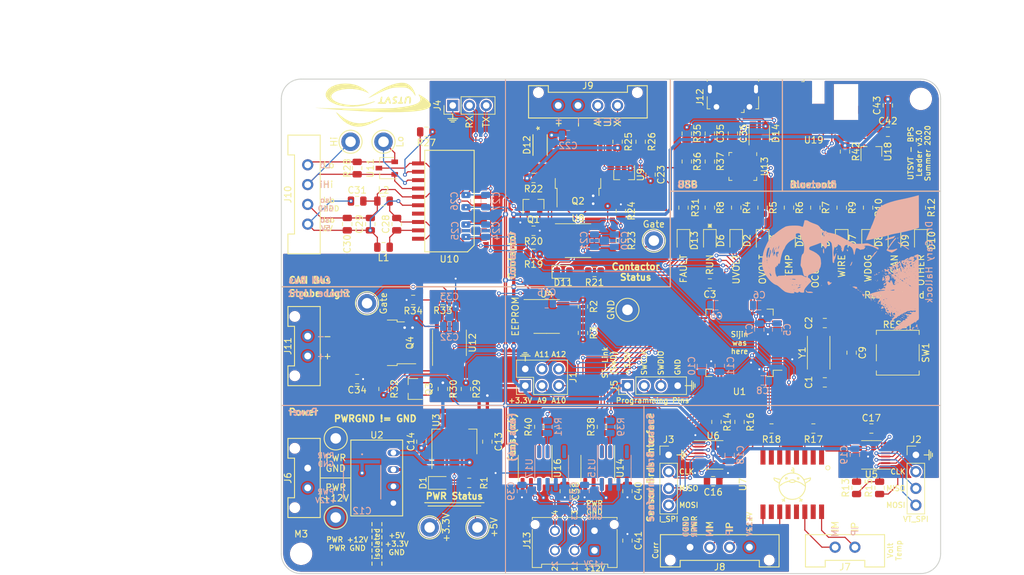
<source format=kicad_pcb>
(kicad_pcb (version 20171130) (host pcbnew "(5.1.6)-1")
  (layers (0 F.Cu signal) (31 B.Cu signal) (34 B.Paste user) (35 F.Paste user) (36 B.SilkS user) (37 F.SilkS user) (38 B.Mask user) (39 F.Mask user) (44 Edge.Cuts user))
  (net 0 "")
  (net 1 GND)
  (net 2 +3V3)
  (net 3 /OSC_IN)
  (net 4 /NRST)
  (net 5 /OSC_OUT)
  (net 6 +5V)
  (net 7 +12V)
  (net 8 GNDPWR)
  (net 9 /PB1)
  (net 10 "Net-(D1-Pad2)")
  (net 11 "Net-(D2-Pad1)")
  (net 12 "Net-(D3-Pad1)")
  (net 13 /PC3)
  (net 14 /PC2)
  (net 15 "Net-(D4-Pad1)")
  (net 16 "Net-(D5-Pad1)")
  (net 17 /PC1)
  (net 18 /PC0)
  (net 19 "Net-(D6-Pad1)")
  (net 20 "Net-(D7-Pad1)")
  (net 21 /PA7)
  (net 22 /PA6)
  (net 23 "Net-(D8-Pad1)")
  (net 24 "Net-(D9-Pad1)")
  (net 25 /PA5)
  (net 26 "/Contactor Driver/CONTACTOR_V-")
  (net 27 /SWCLK)
  (net 28 /SWDIO)
  (net 29 /CAN/CAN_L)
  (net 30 /CAN/CAN_H)
  (net 31 "Net-(Q1-Pad1)")
  (net 32 "Net-(Q2-Pad1)")
  (net 33 "Net-(Q3-Pad1)")
  (net 34 "Net-(Q4-Pad1)")
  (net 35 /I2C3_SCL)
  (net 36 /I2C3_SDA)
  (net 37 /PB0)
  (net 38 /CAN/RSlope)
  (net 39 /FAULT)
  (net 40 /USART3_RX)
  (net 41 /USART3_TX)
  (net 42 /SPI1_CLK)
  (net 43 /SPI1_MISO)
  (net 44 /SPI1_MOSI)
  (net 45 /CAN1_RX)
  (net 46 /CAN1_TX)
  (net 47 "Net-(C29-Pad2)")
  (net 48 "Net-(C29-Pad1)")
  (net 49 "Net-(C3-Pad1)")
  (net 50 "Net-(D10-Pad1)")
  (net 51 /PA9)
  (net 52 /PA11)
  (net 53 /PA10)
  (net 54 /PA12)
  (net 55 /SPI3_CLK)
  (net 56 /SPI3_MISO)
  (net 57 /SPI3_MOSI)
  (net 58 "Net-(J7-Pad2)")
  (net 59 "/Fan Board Interface/FAN1")
  (net 60 "/Fan Board Interface/FAN2")
  (net 61 "/Fan Board Interface/FAN3")
  (net 62 "/Fan Board Interface/FAN4")
  (net 63 "Net-(Q3-Pad3)")
  (net 64 "Net-(R13-Pad1)")
  (net 65 "Net-(R13-Pad2)")
  (net 66 "/Sensor Boards Interface/VT_IM")
  (net 67 "/Sensor Boards Interface/VT_IP")
  (net 68 "/Sensor Boards Interface/I_IM")
  (net 69 "/Sensor Boards Interface/I_IP")
  (net 70 "Net-(R38-Pad1)")
  (net 71 /TIM3_CH1)
  (net 72 "Net-(R39-Pad1)")
  (net 73 /TIM3_CH2)
  (net 74 /TIM12_CH1)
  (net 75 "Net-(R40-Pad1)")
  (net 76 /TIM12_CH2)
  (net 77 /UART2_TX)
  (net 78 /UART2_RX)
  (net 79 /PA15)
  (net 80 /PD2)
  (net 81 "Net-(J7-Pad1)")
  (net 82 "Net-(J8-Pad2)")
  (net 83 "Net-(J8-Pad3)")
  (net 84 "Net-(J9-Pad4)")
  (net 85 "Net-(J11-Pad2)")
  (net 86 "Net-(D11-Pad2)")
  (net 87 "Net-(D11-Pad1)")
  (net 88 "Net-(D13-Pad1)")
  (net 89 "Net-(D14-Pad2)")
  (net 90 "Net-(D14-Pad3)")
  (net 91 "Net-(D14-Pad4)")
  (net 92 "Net-(R14-Pad2)")
  (net 93 "Net-(R14-Pad1)")
  (net 94 "Net-(R22-Pad1)")
  (net 95 "Net-(R23-Pad2)")
  (net 96 "Net-(R32-Pad1)")
  (net 97 "Net-(R33-Pad2)")
  (net 98 "Net-(R35-Pad1)")
  (net 99 "Net-(R37-Pad2)")
  (net 100 "Net-(R41-Pad1)")
  (net 101 /PA4)
  (net 102 /PC4)
  (net 103 "Net-(C28-Pad2)")
  (net 104 "Net-(C28-Pad1)")
  (net 105 "Net-(C42-Pad1)")
  (net 106 "Net-(J12-Pad4)")
  (net 107 "Net-(U1-Pad2)")
  (net 108 "Net-(U1-Pad3)")
  (net 109 "Net-(U1-Pad4)")
  (net 110 "Net-(U1-Pad14)")
  (net 111 "Net-(U1-Pad15)")
  (net 112 "Net-(U1-Pad28)")
  (net 113 "Net-(U1-Pad34)")
  (net 114 "Net-(U1-Pad39)")
  (net 115 "Net-(U1-Pad58)")
  (net 116 "Net-(U1-Pad59)")
  (net 117 "Net-(U7-Pad15)")
  (net 118 "Net-(U7-Pad10)")
  (net 119 "Net-(U7-Pad7)")
  (net 120 "Net-(U7-Pad2)")
  (net 121 "Net-(U8-Pad1)")
  (net 122 "Net-(U8-Pad4)")
  (net 123 "Net-(U10-Pad6)")
  (net 124 "Net-(U10-Pad8)")
  (net 125 "Net-(U10-Pad9)")
  (net 126 "Net-(U10-Pad17)")
  (net 127 "Net-(U12-Pad1)")
  (net 128 "Net-(U12-Pad4)")
  (net 129 "Net-(U13-Pad1)")
  (net 130 "Net-(U13-Pad10)")
  (net 131 "Net-(U13-Pad11)")
  (net 132 "Net-(U13-Pad12)")
  (net 133 "Net-(U13-Pad13)")
  (net 134 "Net-(U13-Pad14)")
  (net 135 "Net-(U13-Pad15)")
  (net 136 "Net-(U13-Pad16)")
  (net 137 "Net-(U13-Pad17)")
  (net 138 "Net-(U13-Pad18)")
  (net 139 "Net-(U13-Pad19)")
  (net 140 "Net-(U13-Pad22)")
  (net 141 "Net-(U13-Pad23)")
  (net 142 "Net-(U13-Pad24)")
  (net 143 "Net-(U14-Pad1)")
  (net 144 "Net-(U14-Pad4)")
  (net 145 "Net-(U15-Pad1)")
  (net 146 "Net-(U15-Pad4)")
  (net 147 "Net-(U16-Pad4)")
  (net 148 "Net-(U16-Pad1)")
  (net 149 "Net-(U17-Pad4)")
  (net 150 "Net-(U17-Pad1)")
  (net 151 "Net-(U19-Pad6)")
  (net 152 "Net-(U19-Pad9)")
  (net 153 "Net-(U19-Pad11)")
  (net 154 "Net-(U19-Pad5)")
  (net 155 "Net-(U19-Pad4)")
  (net 156 "Net-(U19-Pad3)")
  (net 157 "Net-(U19-Pad1)")
  (net 158 "Net-(U19-Pad12)")
  (net 159 "Net-(U19-Pad15)")
  (net 160 "Net-(U19-Pad16)")
  (module UTSVT_Passive:V2F22HM (layer F.Cu) (at 139.25 60 270)
    (fp_text reference D12 (at 0 2 270) (layer F.SilkS))
    (fp_text value V2F22HM3/H hide)
    (fp_text user * (at -2.54 0 270) (layer F.SilkS))
    (pad 2 smd rect (at 1.6383 0 270) (size 1.0414 1.1938) (layers F.Cu F.Paste F.Mask) (net 26 "/Contactor Driver/CONTACTOR_V-"))
    (pad 1 smd rect (at -1.6383 0 270) (size 1.0414 1.1938) (layers F.Cu F.Paste F.Mask) (net 7 +12V))
  )
  (module Connector_Molex:Molex_Micro-Fit_3.0_43045-0612_2x03_P3.00mm_Vertical (layer F.Cu) (at 147.5 121.5 180)
    (fp_text reference J13 (at 10.25 1.5 270) (layer F.SilkS))
    (fp_text value FanBrdConn)
    (pad "" np_thru_hole circle (at -3 3.94 180) (size 1 1) (drill 1) (layers *.Cu *.Mask))
    (pad "" np_thru_hole circle (at 9 3.94 180) (size 1 1) (drill 1) (layers *.Cu *.Mask))
    (pad 1 thru_hole roundrect (at 0 0 180) (size 1.5 1.5) (drill 1) (layers *.Cu *.Mask) (roundrect_rratio 0.166667) (net 7 +12V))
    (pad 2 thru_hole circle (at 3 0 180) (size 1.5 1.5) (drill 1) (layers *.Cu *.Mask) (net 59 "/Fan Board Interface/FAN1"))
    (pad 3 thru_hole circle (at 6 0 180) (size 1.5 1.5) (drill 1) (layers *.Cu *.Mask) (net 60 "/Fan Board Interface/FAN2"))
    (pad 4 thru_hole circle (at 0 3 180) (size 1.5 1.5) (drill 1) (layers *.Cu *.Mask) (net 8 GNDPWR))
    (pad 5 thru_hole circle (at 3 3 180) (size 1.5 1.5) (drill 1) (layers *.Cu *.Mask) (net 61 "/Fan Board Interface/FAN3"))
    (pad 6 thru_hole circle (at 6 3 180) (size 1.5 1.5) (drill 1) (layers *.Cu *.Mask) (net 62 "/Fan Board Interface/FAN4"))
  )
  (module UTSVT_Connectors:Molex_MicroFit3.0_1x4xP3.00mm_PolarizingPeg_Vertical (layer F.Cu) (at 171 121 180)
    (fp_text reference J8 (at 4.5 -3) (layer F.SilkS))
    (fp_text value CurrentConn)
    (pad 4 thru_hole circle (at 9 0 180) (size 1.7 1.7) (drill 1.02) (layers *.Cu *.Mask) (net 8 GNDPWR))
    (pad "" np_thru_hole circle (at 12 -1.96 180) (size 1.27 1.27) (drill 1.27) (layers *.Cu *.Mask))
    (pad 1 thru_hole circle (at 0 0 180) (size 1.7 1.7) (drill 1.02) (layers *.Cu *.Mask) (net 7 +12V))
    (pad 2 thru_hole circle (at 3 0 180) (size 1.7 1.7) (drill 1.02) (layers *.Cu *.Mask) (net 82 "Net-(J8-Pad2)"))
    (pad 3 thru_hole circle (at 6 0 180) (size 1.7 1.7) (drill 1.02) (layers *.Cu *.Mask) (net 83 "Net-(J8-Pad3)"))
    (pad "" np_thru_hole circle (at -3 -1.96 180) (size 1.27 1.27) (drill 1.27) (layers *.Cu *.Mask))
  )
  (module UTSVT_Connectors:Molex_MicroFit3.0_1x2xP3.00mm_PolarizingPeg_Vertical (layer F.Cu) (at 104 112 90)
    (fp_text reference J6 (at 1.5 -3 90) (layer F.SilkS))
    (fp_text value PowerConn)
    (pad "" np_thru_hole circle (at 6 -1.96 90) (size 1.27 1.27) (drill 1.27) (layers *.Cu *.Mask))
    (pad 1 thru_hole circle (at 0 0 90) (size 1.7 1.7) (drill 1.02) (layers *.Cu *.Mask) (net 7 +12V))
    (pad 2 thru_hole circle (at 3 0 90) (size 1.7 1.7) (drill 1.02) (layers *.Cu *.Mask) (net 8 GNDPWR))
    (pad "" np_thru_hole circle (at -3 -1.96 90) (size 1.27 1.27) (drill 1.27) (layers *.Cu *.Mask))
  )
  (module Capacitor_SMD:C_0805_2012Metric (layer F.Cu) (at 182.4375 96)
    (fp_text reference C1 (at -2.4375 0 270) (layer F.SilkS))
    (fp_text value 12p)
    (pad 1 smd roundrect (at -0.9375 0) (size 0.975 1.4) (layers F.Cu F.Paste F.Mask) (net 3 /OSC_IN))
    (pad 2 smd roundrect (at 0.9375 0) (size 0.975 1.4) (layers F.Cu F.Paste F.Mask) (net 1 GND))
  )
  (module Capacitor_SMD:C_0805_2012Metric (layer F.Cu) (at 182.4375 87)
    (fp_text reference C2 (at -2.4375 0 270) (layer F.SilkS))
    (fp_text value 12p)
    (pad 2 smd roundrect (at 0.9375 0) (size 0.975 1.4) (layers F.Cu F.Paste F.Mask) (net 1 GND))
    (pad 1 smd roundrect (at -0.9375 0) (size 0.975 1.4) (layers F.Cu F.Paste F.Mask) (net 5 /OSC_OUT))
  )
  (module Capacitor_SMD:C_0805_2012Metric (layer F.Cu) (at 165 81 180)
    (fp_text reference C3 (at 0 -1.65 180) (layer F.SilkS))
    (fp_text value 4.7u)
    (pad 2 smd roundrect (at 0.9375 0 180) (size 0.975 1.4) (layers F.Cu F.Paste F.Mask) (net 1 GND))
    (pad 1 smd roundrect (at -0.9375 0 180) (size 0.975 1.4) (layers F.Cu F.Paste F.Mask) (net 49 "Net-(C3-Pad1)"))
  )
  (module Capacitor_SMD:C_0805_2012Metric (layer B.Cu) (at 166 84.3)
    (fp_text reference C4 (at 0 1.65 180) (layer B.SilkS) (effects (justify mirror)))
    (fp_text value 0.1u)
    (pad 1 smd roundrect (at -0.9375 0) (size 0.975 1.4) (layers B.Cu B.Paste B.Mask) (net 2 +3V3))
    (pad 2 smd roundrect (at 0.9375 0) (size 0.975 1.4) (layers B.Cu B.Paste B.Mask) (net 1 GND))
  )
  (module Capacitor_SMD:C_0805_2012Metric (layer B.Cu) (at 175.2 88 270)
    (fp_text reference C5 (at 0 -1.55 90) (layer B.SilkS) (effects (justify mirror)))
    (fp_text value 0.1u)
    (pad 2 smd roundrect (at 0.9375 0 270) (size 0.975 1.4) (layers B.Cu B.Paste B.Mask) (net 1 GND))
    (pad 1 smd roundrect (at -0.9375 0 270) (size 0.975 1.4) (layers B.Cu B.Paste B.Mask) (net 2 +3V3))
  )
  (module Capacitor_SMD:C_0805_2012Metric (layer B.Cu) (at 172.5 84.3)
    (fp_text reference C6 (at 0 -1.55) (layer B.SilkS) (effects (justify mirror)))
    (fp_text value 0.1u)
    (pad 2 smd roundrect (at 0.9375 0) (size 0.975 1.4) (layers B.Cu B.Paste B.Mask) (net 1 GND))
    (pad 1 smd roundrect (at -0.9375 0) (size 0.975 1.4) (layers B.Cu B.Paste B.Mask) (net 2 +3V3))
  )
  (module Capacitor_SMD:C_0805_2012Metric (layer B.Cu) (at 172.5 88 270)
    (fp_text reference C7 (at 0 1.5 90) (layer B.SilkS) (effects (justify mirror)))
    (fp_text value 1u)
    (pad 1 smd roundrect (at -0.9375 0 270) (size 0.975 1.4) (layers B.Cu B.Paste B.Mask) (net 2 +3V3))
    (pad 2 smd roundrect (at 0.9375 0 270) (size 0.975 1.4) (layers B.Cu B.Paste B.Mask) (net 1 GND))
  )
  (module Capacitor_SMD:C_0805_2012Metric (layer B.Cu) (at 173 95.7 180)
    (fp_text reference C8 (at 0 -1.55) (layer B.SilkS) (effects (justify mirror)))
    (fp_text value 0.1u)
    (pad 1 smd roundrect (at -0.9375 0 180) (size 0.975 1.4) (layers B.Cu B.Paste B.Mask) (net 2 +3V3))
    (pad 2 smd roundrect (at 0.9375 0 180) (size 0.975 1.4) (layers B.Cu B.Paste B.Mask) (net 1 GND))
  )
  (module Capacitor_SMD:C_0805_2012Metric (layer F.Cu) (at 186.5 91.5 270)
    (fp_text reference C9 (at 0 -1.65 90) (layer F.SilkS))
    (fp_text value 0.1u)
    (pad 2 smd roundrect (at 0.9375 0 270) (size 0.975 1.4) (layers F.Cu F.Paste F.Mask) (net 1 GND))
    (pad 1 smd roundrect (at -0.9375 0 270) (size 0.975 1.4) (layers F.Cu F.Paste F.Mask) (net 4 /NRST))
  )
  (module Capacitor_SMD:C_0805_2012Metric (layer B.Cu) (at 163.8 93.5 90)
    (fp_text reference C10 (at 0 -1.55 90) (layer B.SilkS) (effects (justify mirror)))
    (fp_text value 0.1u)
    (pad 2 smd roundrect (at 0.9375 0 90) (size 0.975 1.4) (layers B.Cu B.Paste B.Mask) (net 1 GND))
    (pad 1 smd roundrect (at -0.9375 0 90) (size 0.975 1.4) (layers B.Cu B.Paste B.Mask) (net 2 +3V3))
  )
  (module Capacitor_SMD:C_0805_2012Metric (layer B.Cu) (at 166.5 93.5 90)
    (fp_text reference C11 (at 0 1.65 270) (layer B.SilkS) (effects (justify mirror)))
    (fp_text value 4.7u)
    (pad 1 smd roundrect (at -0.9375 0 90) (size 0.975 1.4) (layers B.Cu B.Paste B.Mask) (net 2 +3V3))
    (pad 2 smd roundrect (at 0.9375 0 90) (size 0.975 1.4) (layers B.Cu B.Paste B.Mask) (net 1 GND))
  )
  (module Capacitor_SMD:C_0805_2012Metric (layer F.Cu) (at 131.25 105 90)
    (fp_text reference C13 (at 0 1.7 270) (layer F.SilkS))
    (fp_text value 10u)
    (pad 1 smd roundrect (at -0.9375 0 90) (size 0.975 1.4) (layers F.Cu F.Paste F.Mask) (net 6 +5V))
    (pad 2 smd roundrect (at 0.9375 0 90) (size 0.975 1.4) (layers F.Cu F.Paste F.Mask) (net 1 GND))
  )
  (module Capacitor_SMD:C_0805_2012Metric (layer F.Cu) (at 121.25 105 270)
    (fp_text reference C14 (at 0 1.6 270) (layer F.SilkS))
    (fp_text value 10u)
    (pad 2 smd roundrect (at 0.9375 0 270) (size 0.975 1.4) (layers F.Cu F.Paste F.Mask) (net 1 GND))
    (pad 1 smd roundrect (at -0.9375 0 270) (size 0.975 1.4) (layers F.Cu F.Paste F.Mask) (net 2 +3V3))
  )
  (module Capacitor_SMD:C_0805_2012Metric (layer B.Cu) (at 140.25 84 180)
    (fp_text reference C15 (at 0 1.65) (layer B.SilkS) (effects (justify mirror)))
    (fp_text value 0.1u)
    (pad 1 smd roundrect (at -0.9375 0 180) (size 0.975 1.4) (layers B.Cu B.Paste B.Mask) (net 2 +3V3))
    (pad 2 smd roundrect (at 0.9375 0 180) (size 0.975 1.4) (layers B.Cu B.Paste B.Mask) (net 1 GND))
  )
  (module Capacitor_SMD:C_0805_2012Metric (layer F.Cu) (at 165.5 111)
    (fp_text reference C16 (at 0 1.65) (layer F.SilkS))
    (fp_text value 0.1u)
    (pad 2 smd roundrect (at 0.9375 0) (size 0.975 1.4) (layers F.Cu F.Paste F.Mask) (net 1 GND))
    (pad 1 smd roundrect (at -0.9375 0) (size 0.975 1.4) (layers F.Cu F.Paste F.Mask) (net 2 +3V3))
  )
  (module Capacitor_SMD:C_0805_2012Metric (layer F.Cu) (at 189.5 103 180)
    (fp_text reference C17 (at 0 1.6) (layer F.SilkS))
    (fp_text value 0.1u)
    (pad 2 smd roundrect (at 0.9375 0 180) (size 0.975 1.4) (layers F.Cu F.Paste F.Mask) (net 1 GND))
    (pad 1 smd roundrect (at -0.9375 0 180) (size 0.975 1.4) (layers F.Cu F.Paste F.Mask) (net 2 +3V3))
  )
  (module Capacitor_SMD:C_0805_2012Metric (layer B.Cu) (at 168 107 90)
    (fp_text reference C18 (at 0 1.65 90) (layer B.SilkS) (effects (justify mirror)))
    (fp_text value 0.1u)
    (pad 1 smd roundrect (at -0.9375 0 90) (size 0.975 1.4) (layers B.Cu B.Paste B.Mask) (net 6 +5V))
    (pad 2 smd roundrect (at 0.9375 0 90) (size 0.975 1.4) (layers B.Cu B.Paste B.Mask) (net 1 GND))
  )
  (module Capacitor_SMD:C_0805_2012Metric (layer B.Cu) (at 187 107 270)
    (fp_text reference C19 (at 0 1.65 90) (layer B.SilkS) (effects (justify mirror)))
    (fp_text value 0.1u)
    (pad 1 smd roundrect (at -0.9375 0 270) (size 0.975 1.4) (layers B.Cu B.Paste B.Mask) (net 6 +5V))
    (pad 2 smd roundrect (at 0.9375 0 270) (size 0.975 1.4) (layers B.Cu B.Paste B.Mask) (net 1 GND))
  )
  (module Capacitor_SMD:C_0805_2012Metric (layer B.Cu) (at 147.5 74.5 270)
    (fp_text reference C21 (at 0 1.6 90) (layer B.SilkS) (effects (justify mirror)))
    (fp_text value 10u)
    (pad 2 smd roundrect (at 0.9375 0 270) (size 0.975 1.4) (layers B.Cu B.Paste B.Mask) (net 8 GNDPWR))
    (pad 1 smd roundrect (at -0.9375 0 270) (size 0.975 1.4) (layers B.Cu B.Paste B.Mask) (net 7 +12V))
  )
  (module Capacitor_SMD:C_0805_2012Metric (layer B.Cu) (at 150.5 74.5 270)
    (fp_text reference C20 (at 0 -1.6 90) (layer B.SilkS) (effects (justify mirror)))
    (fp_text value 0.1u)
    (pad 1 smd roundrect (at -0.9375 0 270) (size 0.975 1.4) (layers B.Cu B.Paste B.Mask) (net 7 +12V))
    (pad 2 smd roundrect (at 0.9375 0 270) (size 0.975 1.4) (layers B.Cu B.Paste B.Mask) (net 8 GNDPWR))
  )
  (module Capacitor_SMD:C_0805_2012Metric (layer B.Cu) (at 143.5 58.5 180)
    (fp_text reference C22 (at 0 -1.6) (layer B.SilkS) (effects (justify mirror)))
    (fp_text value 1u)
    (pad 2 smd roundrect (at 0.9375 0 180) (size 0.975 1.4) (layers B.Cu B.Paste B.Mask) (net 7 +12V))
    (pad 1 smd roundrect (at -0.9375 0 180) (size 0.975 1.4) (layers B.Cu B.Paste B.Mask) (net 8 GNDPWR))
  )
  (module Capacitor_SMD:C_0805_2012Metric (layer F.Cu) (at 156 64.5 90)
    (fp_text reference C23 (at 0 1.6 90) (layer F.SilkS))
    (fp_text value 1u)
    (pad 1 smd roundrect (at -0.9375 0 90) (size 0.975 1.4) (layers F.Cu F.Paste F.Mask) (net 9 /PB1))
    (pad 2 smd roundrect (at 0.9375 0 90) (size 0.975 1.4) (layers F.Cu F.Paste F.Mask) (net 1 GND))
  )
  (module Capacitor_SMD:C_0805_2012Metric (layer B.Cu) (at 131 73 270)
    (fp_text reference C24 (at 0 -1.6 270) (layer B.SilkS) (effects (justify mirror)))
    (fp_text value 10u)
    (pad 1 smd roundrect (at -0.9375 0 270) (size 0.975 1.4) (layers B.Cu B.Paste B.Mask) (net 6 +5V))
    (pad 2 smd roundrect (at 0.9375 0 270) (size 0.975 1.4) (layers B.Cu B.Paste B.Mask) (net 1 GND))
  )
  (module Capacitor_SMD:C_0805_2012Metric (layer B.Cu) (at 128 73 270)
    (fp_text reference C25 (at 0 1.65 270) (layer B.SilkS) (effects (justify mirror)))
    (fp_text value 0.1u)
    (pad 2 smd roundrect (at 0.9375 0 270) (size 0.975 1.4) (layers B.Cu B.Paste B.Mask) (net 1 GND))
    (pad 1 smd roundrect (at -0.9375 0 270) (size 0.975 1.4) (layers B.Cu B.Paste B.Mask) (net 6 +5V))
  )
  (module Capacitor_SMD:C_0805_2012Metric (layer B.Cu) (at 128 68.5 90)
    (fp_text reference C26 (at 0 -1.75 90) (layer B.SilkS) (effects (justify mirror)))
    (fp_text value 0.1u)
    (pad 1 smd roundrect (at -0.9375 0 90) (size 0.975 1.4) (layers B.Cu B.Paste B.Mask) (net 2 +3V3))
    (pad 2 smd roundrect (at 0.9375 0 90) (size 0.975 1.4) (layers B.Cu B.Paste B.Mask) (net 1 GND))
  )
  (module Capacitor_SMD:C_0805_2012Metric (layer B.Cu) (at 131 68.5 90)
    (fp_text reference C27 (at 0 1.65 270) (layer B.SilkS) (effects (justify mirror)))
    (fp_text value 0.01u)
    (pad 2 smd roundrect (at 0.9375 0 90) (size 0.975 1.4) (layers B.Cu B.Paste B.Mask) (net 1 GND))
    (pad 1 smd roundrect (at -0.9375 0 90) (size 0.975 1.4) (layers B.Cu B.Paste B.Mask) (net 2 +3V3))
  )
  (module Capacitor_SMD:C_0805_2012Metric (layer F.Cu) (at 117.5 72 90)
    (fp_text reference C28 (at 0 -1.65 90) (layer F.SilkS))
    (fp_text value 0.22u)
    (pad 2 smd roundrect (at 0.9375 0 90) (size 0.975 1.4) (layers F.Cu F.Paste F.Mask) (net 103 "Net-(C28-Pad2)"))
    (pad 1 smd roundrect (at -0.9375 0 90) (size 0.975 1.4) (layers F.Cu F.Paste F.Mask) (net 104 "Net-(C28-Pad1)"))
  )
  (module Capacitor_SMD:C_0805_2012Metric (layer F.Cu) (at 113.5 72 90)
    (fp_text reference C29 (at 0 -1.65 90) (layer F.SilkS))
    (fp_text value 10u)
    (pad 1 smd roundrect (at -0.9375 0 90) (size 0.975 1.4) (layers F.Cu F.Paste F.Mask) (net 48 "Net-(C29-Pad1)"))
    (pad 2 smd roundrect (at 0.9375 0 90) (size 0.975 1.4) (layers F.Cu F.Paste F.Mask) (net 47 "Net-(C29-Pad2)"))
  )
  (module Capacitor_SMD:C_0805_2012Metric (layer F.Cu) (at 110 72 90)
    (fp_text reference C30 (at -3 0 90) (layer F.SilkS))
    (fp_text value 0.1u)
    (pad 1 smd roundrect (at -0.9375 0 90) (size 0.975 1.4) (layers F.Cu F.Paste F.Mask) (net 48 "Net-(C29-Pad1)"))
    (pad 2 smd roundrect (at 0.9375 0 90) (size 0.975 1.4) (layers F.Cu F.Paste F.Mask) (net 47 "Net-(C29-Pad2)"))
  )
  (module Capacitor_SMD:C_0805_2012Metric (layer F.Cu) (at 111.5 68.5)
    (fp_text reference C31 (at 0 -1.65) (layer F.SilkS))
    (fp_text value 0.01u)
    (pad 2 smd roundrect (at 0.9375 0) (size 0.975 1.4) (layers F.Cu F.Paste F.Mask) (net 47 "Net-(C29-Pad2)"))
    (pad 1 smd roundrect (at -0.9375 0) (size 0.975 1.4) (layers F.Cu F.Paste F.Mask) (net 48 "Net-(C29-Pad1)"))
  )
  (module Capacitor_SMD:C_0805_2012Metric (layer B.Cu) (at 125.5 84.5)
    (fp_text reference C33 (at 0 -1.5 180) (layer B.SilkS) (effects (justify mirror)))
    (fp_text value 10u)
    (pad 1 smd roundrect (at -0.9375 0) (size 0.975 1.4) (layers B.Cu B.Paste B.Mask) (net 7 +12V))
    (pad 2 smd roundrect (at 0.9375 0) (size 0.975 1.4) (layers B.Cu B.Paste B.Mask) (net 8 GNDPWR))
  )
  (module Capacitor_SMD:C_0805_2012Metric (layer B.Cu) (at 125.5 87.5)
    (fp_text reference C32 (at 0 1.65 180) (layer B.SilkS) (effects (justify mirror)))
    (fp_text value 0.1u)
    (pad 2 smd roundrect (at 0.9375 0) (size 0.975 1.4) (layers B.Cu B.Paste B.Mask) (net 8 GNDPWR))
    (pad 1 smd roundrect (at -0.9375 0) (size 0.975 1.4) (layers B.Cu B.Paste B.Mask) (net 7 +12V))
  )
  (module Capacitor_SMD:C_0805_2012Metric (layer F.Cu) (at 111.5 95.5 180)
    (fp_text reference C34 (at 0 -1.65) (layer F.SilkS))
    (fp_text value 1u)
    (pad 1 smd roundrect (at -0.9375 0 180) (size 0.975 1.4) (layers F.Cu F.Paste F.Mask) (net 8 GNDPWR))
    (pad 2 smd roundrect (at 0.9375 0 180) (size 0.975 1.4) (layers F.Cu F.Paste F.Mask) (net 7 +12V))
  )
  (module Capacitor_SMD:C_0805_2012Metric (layer F.Cu) (at 165 58.25 90)
    (fp_text reference C35 (at 0 1.6 90) (layer F.SilkS))
    (fp_text value 4.7u)
    (pad 1 smd roundrect (at -0.9375 0 90) (size 0.975 1.4) (layers F.Cu F.Paste F.Mask) (net 2 +3V3))
    (pad 2 smd roundrect (at 0.9375 0 90) (size 0.975 1.4) (layers F.Cu F.Paste F.Mask) (net 1 GND))
  )
  (module Capacitor_SMD:C_0805_2012Metric (layer F.Cu) (at 168.5 58.25 90)
    (fp_text reference C36 (at 0 1.6 90) (layer F.SilkS))
    (fp_text value 0.1u)
    (pad 2 smd roundrect (at 0.9375 0 90) (size 0.975 1.4) (layers F.Cu F.Paste F.Mask) (net 1 GND))
    (pad 1 smd roundrect (at -0.9375 0 90) (size 0.975 1.4) (layers F.Cu F.Paste F.Mask) (net 2 +3V3))
  )
  (module Capacitor_SMD:C_0805_2012Metric (layer F.Cu) (at 152.5 120 90)
    (fp_text reference C41 (at 0 1.65 90) (layer F.SilkS))
    (fp_text value 10u)
    (pad 1 smd roundrect (at -0.9375 0 90) (size 0.975 1.4) (layers F.Cu F.Paste F.Mask) (net 7 +12V))
    (pad 2 smd roundrect (at 0.9375 0 90) (size 0.975 1.4) (layers F.Cu F.Paste F.Mask) (net 8 GNDPWR))
  )
  (module Capacitor_SMD:C_0805_2012Metric (layer F.Cu) (at 152.5 112.5 270)
    (fp_text reference C40 (at 0 -1.65 90) (layer F.SilkS))
    (fp_text value 0.1u)
    (pad 2 smd roundrect (at 0.9375 0 270) (size 0.975 1.4) (layers F.Cu F.Paste F.Mask) (net 8 GNDPWR))
    (pad 1 smd roundrect (at -0.9375 0 270) (size 0.975 1.4) (layers F.Cu F.Paste F.Mask) (net 7 +12V))
  )
  (module Capacitor_SMD:C_0805_2012Metric (layer B.Cu) (at 146 112.5 270)
    (fp_text reference C37 (at 0 1.65 270) (layer B.SilkS) (effects (justify mirror)))
    (fp_text value 0.1u)
    (pad 2 smd roundrect (at 0.9375 0 270) (size 0.975 1.4) (layers B.Cu B.Paste B.Mask) (net 8 GNDPWR))
    (pad 1 smd roundrect (at -0.9375 0 270) (size 0.975 1.4) (layers B.Cu B.Paste B.Mask) (net 7 +12V))
  )
  (module Capacitor_SMD:C_0805_2012Metric (layer F.Cu) (at 143 112.5 270)
    (fp_text reference C38 (at 0 -1.65 270) (layer F.SilkS))
    (fp_text value 0.1u)
    (pad 1 smd roundrect (at -0.9375 0 270) (size 0.975 1.4) (layers F.Cu F.Paste F.Mask) (net 7 +12V))
    (pad 2 smd roundrect (at 0.9375 0 270) (size 0.975 1.4) (layers F.Cu F.Paste F.Mask) (net 8 GNDPWR))
  )
  (module Capacitor_SMD:C_0805_2012Metric (layer B.Cu) (at 136.5 112.5 270)
    (fp_text reference C39 (at 0 1.65 90) (layer B.SilkS) (effects (justify mirror)))
    (fp_text value 0.1u)
    (pad 1 smd roundrect (at -0.9375 0 270) (size 0.975 1.4) (layers B.Cu B.Paste B.Mask) (net 7 +12V))
    (pad 2 smd roundrect (at 0.9375 0 270) (size 0.975 1.4) (layers B.Cu B.Paste B.Mask) (net 8 GNDPWR))
  )
  (module Capacitor_SMD:C_0805_2012Metric (layer F.Cu) (at 192 58)
    (fp_text reference C42 (at 0 -1.65) (layer F.SilkS))
    (fp_text value 1u)
    (pad 2 smd roundrect (at 0.9375 0) (size 0.975 1.4) (layers F.Cu F.Paste F.Mask) (net 1 GND))
    (pad 1 smd roundrect (at -0.9375 0) (size 0.975 1.4) (layers F.Cu F.Paste F.Mask) (net 105 "Net-(C42-Pad1)"))
  )
  (module Capacitor_SMD:C_0805_2012Metric (layer F.Cu) (at 192 54 90)
    (fp_text reference C43 (at 0 -1.65 90) (layer F.SilkS))
    (fp_text value 0.1u)
    (pad 2 smd roundrect (at 0.9375 0 90) (size 0.975 1.4) (layers F.Cu F.Paste F.Mask) (net 2 +3V3))
    (pad 1 smd roundrect (at -0.9375 0 90) (size 0.975 1.4) (layers F.Cu F.Paste F.Mask) (net 1 GND))
  )
  (module LED_SMD:LED_0805_2012Metric (layer F.Cu) (at 124 111.25)
    (fp_text reference D1 (at -2.5 0 90) (layer F.SilkS))
    (fp_text value PowerOn)
    (pad 1 smd roundrect (at -0.9375 0) (size 0.975 1.4) (layers F.Cu F.Paste F.Mask) (net 1 GND))
    (pad 2 smd roundrect (at 0.9375 0) (size 0.975 1.4) (layers F.Cu F.Paste F.Mask) (net 10 "Net-(D1-Pad2)"))
  )
  (module LED_SMD:LED_0805_2012Metric (layer F.Cu) (at 165 74.5 270)
    (fp_text reference D6 (at 0 -1.65 90) (layer F.SilkS))
    (fp_text value Heartbeat)
    (pad 2 smd roundrect (at 0.9375 0 270) (size 0.975 1.4) (layers F.Cu F.Paste F.Mask) (net 102 /PC4))
    (pad 1 smd roundrect (at -0.9375 0 270) (size 0.975 1.4) (layers F.Cu F.Paste F.Mask) (net 19 "Net-(D6-Pad1)"))
  )
  (module LED_SMD:LED_0805_2012Metric (layer F.Cu) (at 169 74.5 270)
    (fp_text reference D2 (at 0 -1.65 90) (layer F.SilkS))
    (fp_text value UVolt)
    (pad 1 smd roundrect (at -0.9375 0 270) (size 0.975 1.4) (layers F.Cu F.Paste F.Mask) (net 11 "Net-(D2-Pad1)"))
    (pad 2 smd roundrect (at 0.9375 0 270) (size 0.975 1.4) (layers F.Cu F.Paste F.Mask) (net 21 /PA7))
  )
  (module LED_SMD:LED_0805_2012Metric (layer F.Cu) (at 173 74.5 270)
    (fp_text reference D3 (at 0 -1.65 90) (layer F.SilkS))
    (fp_text value OVolt)
    (pad 2 smd roundrect (at 0.9375 0 270) (size 0.975 1.4) (layers F.Cu F.Paste F.Mask) (net 22 /PA6))
    (pad 1 smd roundrect (at -0.9375 0 270) (size 0.975 1.4) (layers F.Cu F.Paste F.Mask) (net 12 "Net-(D3-Pad1)"))
  )
  (module LED_SMD:LED_0805_2012Metric (layer F.Cu) (at 177 74.5 270)
    (fp_text reference D4 (at 0 -1.65 90) (layer F.SilkS))
    (fp_text value OTemp)
    (pad 1 smd roundrect (at -0.9375 0 270) (size 0.975 1.4) (layers F.Cu F.Paste F.Mask) (net 15 "Net-(D4-Pad1)"))
    (pad 2 smd roundrect (at 0.9375 0 270) (size 0.975 1.4) (layers F.Cu F.Paste F.Mask) (net 25 /PA5))
  )
  (module LED_SMD:LED_0805_2012Metric (layer F.Cu) (at 181 74.5 270)
    (fp_text reference D5 (at 0 -1.65 90) (layer F.SilkS))
    (fp_text value OCurr)
    (pad 2 smd roundrect (at 0.9375 0 270) (size 0.975 1.4) (layers F.Cu F.Paste F.Mask) (net 101 /PA4))
    (pad 1 smd roundrect (at -0.9375 0 270) (size 0.975 1.4) (layers F.Cu F.Paste F.Mask) (net 16 "Net-(D5-Pad1)"))
  )
  (module LED_SMD:LED_0805_2012Metric (layer F.Cu) (at 185 74.5 270)
    (fp_text reference D7 (at 0 -1.65 90) (layer F.SilkS))
    (fp_text value Wire)
    (pad 1 smd roundrect (at -0.9375 0 270) (size 0.975 1.4) (layers F.Cu F.Paste F.Mask) (net 20 "Net-(D7-Pad1)"))
    (pad 2 smd roundrect (at 0.9375 0 270) (size 0.975 1.4) (layers F.Cu F.Paste F.Mask) (net 13 /PC3))
  )
  (module LED_SMD:LED_0805_2012Metric (layer F.Cu) (at 189 74.5 270)
    (fp_text reference D8 (at 0 -1.65 90) (layer F.SilkS))
    (fp_text value WDError)
    (pad 1 smd roundrect (at -0.9375 0 270) (size 0.975 1.4) (layers F.Cu F.Paste F.Mask) (net 23 "Net-(D8-Pad1)"))
    (pad 2 smd roundrect (at 0.9375 0 270) (size 0.975 1.4) (layers F.Cu F.Paste F.Mask) (net 14 /PC2))
  )
  (module LED_SMD:LED_0805_2012Metric (layer F.Cu) (at 193 74.5 270)
    (fp_text reference D9 (at 0 -1.65 90) (layer F.SilkS))
    (fp_text value CANError)
    (pad 2 smd roundrect (at 0.9375 0 270) (size 0.975 1.4) (layers F.Cu F.Paste F.Mask) (net 17 /PC1))
    (pad 1 smd roundrect (at -0.9375 0 270) (size 0.975 1.4) (layers F.Cu F.Paste F.Mask) (net 24 "Net-(D9-Pad1)"))
  )
  (module LED_SMD:LED_0805_2012Metric (layer F.Cu) (at 142.75 79.25)
    (fp_text reference D11 (at 0 1.6) (layer F.SilkS))
    (fp_text value ContactorEn)
    (pad 2 smd roundrect (at 0.9375 0) (size 0.975 1.4) (layers F.Cu F.Paste F.Mask) (net 86 "Net-(D11-Pad2)"))
    (pad 1 smd roundrect (at -0.9375 0) (size 0.975 1.4) (layers F.Cu F.Paste F.Mask) (net 87 "Net-(D11-Pad1)"))
  )
  (module LED_SMD:LED_0805_2012Metric (layer F.Cu) (at 161 74.5 270)
    (fp_text reference D13 (at 0 -1.65 90) (layer F.SilkS))
    (fp_text value Fault)
    (pad 1 smd roundrect (at -0.9375 0 270) (size 0.975 1.4) (layers F.Cu F.Paste F.Mask) (net 88 "Net-(D13-Pad1)"))
    (pad 2 smd roundrect (at 0.9375 0 270) (size 0.975 1.4) (layers F.Cu F.Paste F.Mask) (net 6 +5V))
  )
  (module Package_TO_SOT_SMD:SOT-143 (layer F.Cu) (at 172.5 58.25 90)
    (fp_text reference D14 (at 0.02 2.5 90) (layer F.SilkS))
    (fp_text value SP0503BAHTG)
    (pad 1 smd rect (at -1.1 -0.77) (size 1.2 1.4) (layers F.Cu F.Paste F.Mask) (net 1 GND))
    (pad 2 smd rect (at -1.1 0.95) (size 1 1.4) (layers F.Cu F.Paste F.Mask) (net 89 "Net-(D14-Pad2)"))
    (pad 3 smd rect (at 1.1 0.95) (size 1 1.4) (layers F.Cu F.Paste F.Mask) (net 90 "Net-(D14-Pad3)"))
    (pad 4 smd rect (at 1.1 -0.95) (size 1 1.4) (layers F.Cu F.Paste F.Mask) (net 91 "Net-(D14-Pad4)"))
  )
  (module Connector_PinHeader_2.54mm:PinHeader_2x03_P2.54mm_Vertical (layer F.Cu) (at 137 96.5 90)
    (fp_text reference J1 (at 1.27 7.25 90) (layer F.SilkS))
    (fp_text value "GPIO Analyzer")
    (pad 1 thru_hole rect (at 0 0 90) (size 1.7 1.7) (drill 1) (layers *.Cu *.Mask) (net 2 +3V3))
    (pad 2 thru_hole oval (at 2.54 0 90) (size 1.7 1.7) (drill 1) (layers *.Cu *.Mask) (net 1 GND))
    (pad 3 thru_hole oval (at 0 2.54 90) (size 1.7 1.7) (drill 1) (layers *.Cu *.Mask) (net 51 /PA9))
    (pad 4 thru_hole oval (at 2.54 2.54 90) (size 1.7 1.7) (drill 1) (layers *.Cu *.Mask) (net 52 /PA11))
    (pad 5 thru_hole oval (at 0 5.08 90) (size 1.7 1.7) (drill 1) (layers *.Cu *.Mask) (net 53 /PA10))
    (pad 6 thru_hole oval (at 2.54 5.08 90) (size 1.7 1.7) (drill 1) (layers *.Cu *.Mask) (net 54 /PA12))
  )
  (module Connector_PinHeader_2.54mm:PinHeader_1x03_P2.54mm_Vertical (layer F.Cu) (at 126 54 90)
    (fp_text reference J4 (at 0 -2.33 90) (layer F.SilkS))
    (fp_text value "CAN Analyzer")
    (pad 1 thru_hole rect (at 0 0 90) (size 1.7 1.7) (drill 1) (layers *.Cu *.Mask) (net 1 GND))
    (pad 2 thru_hole oval (at 0 2.54 90) (size 1.7 1.7) (drill 1) (layers *.Cu *.Mask) (net 45 /CAN1_RX))
    (pad 3 thru_hole oval (at 0 5.08 90) (size 1.7 1.7) (drill 1) (layers *.Cu *.Mask) (net 46 /CAN1_TX))
  )
  (module Connector_PinHeader_2.54mm:PinHeader_1x04_P2.54mm_Vertical (layer F.Cu) (at 152.5 96.5 90)
    (fp_text reference J5 (at 0 -2 90) (layer F.SilkS))
    (fp_text value SWD)
    (pad 1 thru_hole rect (at 0 0 90) (size 1.7 1.7) (drill 1) (layers *.Cu *.Mask) (net 2 +3V3))
    (pad 2 thru_hole oval (at 0 2.54 90) (size 1.7 1.7) (drill 1) (layers *.Cu *.Mask) (net 27 /SWCLK))
    (pad 3 thru_hole oval (at 0 5.08 90) (size 1.7 1.7) (drill 1) (layers *.Cu *.Mask) (net 28 /SWDIO))
    (pad 4 thru_hole oval (at 0 7.62 90) (size 1.7 1.7) (drill 1) (layers *.Cu *.Mask) (net 1 GND))
  )
  (module UTSVT_Connectors:Molex_MicroFit3.0_1x2xP3.00mm_PolarizingPeg_Vertical (layer F.Cu) (at 187 121 180)
    (fp_text reference J7 (at 1.5 -3) (layer F.SilkS))
    (fp_text value MinionConn)
    (pad "" np_thru_hole circle (at 6 -1.96 180) (size 1.27 1.27) (drill 1.27) (layers *.Cu *.Mask))
    (pad 1 thru_hole circle (at 0 0 180) (size 1.7 1.7) (drill 1.02) (layers *.Cu *.Mask) (net 81 "Net-(J7-Pad1)"))
    (pad 2 thru_hole circle (at 3 0 180) (size 1.7 1.7) (drill 1.02) (layers *.Cu *.Mask) (net 58 "Net-(J7-Pad2)"))
    (pad "" np_thru_hole circle (at -3 -1.96 180) (size 1.27 1.27) (drill 1.27) (layers *.Cu *.Mask))
  )
  (module UTSVT_Connectors:Molex_MicroFit3.0_1x4xP3.00mm_PolarizingPeg_Vertical (layer F.Cu) (at 142 54)
    (fp_text reference J9 (at 4.5 -3) (layer F.SilkS))
    (fp_text value ContactorConn)
    (pad "" np_thru_hole circle (at -3 -1.96) (size 1.27 1.27) (drill 1.27) (layers *.Cu *.Mask))
    (pad 3 thru_hole circle (at 6 0) (size 1.7 1.7) (drill 1.02) (layers *.Cu *.Mask) (net 1 GND))
    (pad 2 thru_hole circle (at 3 0) (size 1.7 1.7) (drill 1.02) (layers *.Cu *.Mask) (net 26 "/Contactor Driver/CONTACTOR_V-"))
    (pad 1 thru_hole circle (at 0 0) (size 1.7 1.7) (drill 1.02) (layers *.Cu *.Mask) (net 7 +12V))
    (pad "" np_thru_hole circle (at 12 -1.96) (size 1.27 1.27) (drill 1.27) (layers *.Cu *.Mask))
    (pad 4 thru_hole circle (at 9 0) (size 1.7 1.7) (drill 1.02) (layers *.Cu *.Mask) (net 84 "Net-(J9-Pad4)"))
  )
  (module UTSVT_Connectors:Molex_MicroFit3.0_1x4xP3.00mm_PolarizingPeg_Vertical (layer F.Cu) (at 104 72 90)
    (fp_text reference J10 (at 4.5 -3 90) (layer F.SilkS))
    (fp_text value CAN_Out)
    (pad 4 thru_hole circle (at 9 0 90) (size 1.7 1.7) (drill 1.02) (layers *.Cu *.Mask) (net 29 /CAN/CAN_L))
    (pad "" np_thru_hole circle (at 12 -1.96 90) (size 1.27 1.27) (drill 1.27) (layers *.Cu *.Mask))
    (pad 1 thru_hole circle (at 0 0 90) (size 1.7 1.7) (drill 1.02) (layers *.Cu *.Mask) (net 48 "Net-(C29-Pad1)"))
    (pad 2 thru_hole circle (at 3 0 90) (size 1.7 1.7) (drill 1.02) (layers *.Cu *.Mask) (net 47 "Net-(C29-Pad2)"))
    (pad 3 thru_hole circle (at 6 0 90) (size 1.7 1.7) (drill 1.02) (layers *.Cu *.Mask) (net 30 /CAN/CAN_H))
    (pad "" np_thru_hole circle (at -3 -1.96 90) (size 1.27 1.27) (drill 1.27) (layers *.Cu *.Mask))
  )
  (module UTSVT_Connectors:Molex_MicroFit3.0_1x2xP3.00mm_PolarizingPeg_Vertical (layer F.Cu) (at 104 92 90)
    (fp_text reference J11 (at 1.5 -3 90) (layer F.SilkS))
    (fp_text value ErrorLightConn)
    (pad "" np_thru_hole circle (at -3 -1.96 90) (size 1.27 1.27) (drill 1.27) (layers *.Cu *.Mask))
    (pad 2 thru_hole circle (at 3 0 90) (size 1.7 1.7) (drill 1.02) (layers *.Cu *.Mask) (net 85 "Net-(J11-Pad2)"))
    (pad 1 thru_hole circle (at 0 0 90) (size 1.7 1.7) (drill 1.02) (layers *.Cu *.Mask) (net 7 +12V))
    (pad "" np_thru_hole circle (at 6 -1.96 90) (size 1.27 1.27) (drill 1.27) (layers *.Cu *.Mask))
  )
  (module Connector_USB:USB_Micro-B_Molex-105017-0001 (layer F.Cu) (at 168.5 52.75 180)
    (fp_text reference J12 (at 5 0 90) (layer F.SilkS))
    (fp_text value USB_B_Micro)
    (pad 6 smd rect (at 1 1.2375 180) (size 1.5 1.9) (layers F.Cu F.Paste F.Mask) (net 1 GND))
    (pad 6 thru_hole circle (at -2.5 -1.4625 180) (size 1.45 1.45) (drill 0.85) (layers *.Cu *.Mask) (net 1 GND))
    (pad 2 smd rect (at -0.65 -1.4625 180) (size 0.4 1.35) (layers F.Cu F.Paste F.Mask) (net 90 "Net-(D14-Pad3)"))
    (pad 1 smd rect (at -1.3 -1.4625 180) (size 0.4 1.35) (layers F.Cu F.Paste F.Mask) (net 89 "Net-(D14-Pad2)"))
    (pad 5 smd rect (at 1.3 -1.4625 180) (size 0.4 1.35) (layers F.Cu F.Paste F.Mask) (net 1 GND))
    (pad 4 smd rect (at 0.65 -1.4625 180) (size 0.4 1.35) (layers F.Cu F.Paste F.Mask) (net 106 "Net-(J12-Pad4)"))
    (pad 3 smd rect (at 0 -1.4625 180) (size 0.4 1.35) (layers F.Cu F.Paste F.Mask) (net 91 "Net-(D14-Pad4)"))
    (pad 6 thru_hole circle (at 2.5 -1.4625 180) (size 1.45 1.45) (drill 0.85) (layers *.Cu *.Mask) (net 1 GND))
    (pad 6 smd rect (at -1 1.2375 180) (size 1.5 1.9) (layers F.Cu F.Paste F.Mask) (net 1 GND))
    (pad 6 thru_hole oval (at -3.5 1.2375) (size 1.2 1.9) (drill oval 0.6 1.3) (layers *.Cu *.Mask) (net 1 GND))
    (pad 6 thru_hole oval (at 3.5 1.2375 180) (size 1.2 1.9) (drill oval 0.6 1.3) (layers *.Cu *.Mask) (net 1 GND))
    (pad 6 smd rect (at 2.9 1.2375 180) (size 1.2 1.9) (layers F.Cu F.Mask) (net 1 GND))
    (pad 6 smd rect (at -2.9 1.2375 180) (size 1.2 1.9) (layers F.Cu F.Mask) (net 1 GND))
  )
  (module Inductor_SMD:L_0805_2012Metric (layer F.Cu) (at 115.5 75.5)
    (fp_text reference L1 (at 0 1.6) (layer F.SilkS))
    (fp_text value 2k)
    (pad 1 smd roundrect (at -0.9375 0) (size 0.975 1.4) (layers F.Cu F.Paste F.Mask) (net 48 "Net-(C29-Pad1)"))
    (pad 2 smd roundrect (at 0.9375 0) (size 0.975 1.4) (layers F.Cu F.Paste F.Mask) (net 104 "Net-(C28-Pad1)"))
  )
  (module Inductor_SMD:L_0805_2012Metric (layer F.Cu) (at 115.5 68.5)
    (fp_text reference L2 (at 0 -1.65) (layer F.SilkS))
    (fp_text value 2k)
    (pad 2 smd roundrect (at 0.9375 0) (size 0.975 1.4) (layers F.Cu F.Paste F.Mask) (net 103 "Net-(C28-Pad2)"))
    (pad 1 smd roundrect (at -0.9375 0) (size 0.975 1.4) (layers F.Cu F.Paste F.Mask) (net 47 "Net-(C29-Pad2)"))
  )
  (module MountingHole:MountingHole_3mm (layer F.Cu) (at 103 122)
    (fp_text reference MH1 hide)
    (fp_text value M.3)
    (pad 1 np_thru_hole circle (at 0 0) (size 3 3) (drill 3) (layers *.Cu *.Mask))
  )
  (module MountingHole:MountingHole_3mm (layer F.Cu) (at 103 53)
    (fp_text reference MH2 hide)
    (fp_text value M.3)
    (pad 1 np_thru_hole circle (at 0 0) (size 3 3) (drill 3) (layers *.Cu *.Mask))
  )
  (module MountingHole:MountingHole_3mm (layer F.Cu) (at 197 122)
    (fp_text reference MH3 hide)
    (fp_text value M.3)
    (pad 1 np_thru_hole circle (at 0 0) (size 3 3) (drill 3) (layers *.Cu *.Mask))
  )
  (module MountingHole:MountingHole_3mm (layer F.Cu) (at 197 53)
    (fp_text reference MH4 hide)
    (fp_text value M.3)
    (pad 1 np_thru_hole circle (at 0 0) (size 3 3) (drill 3) (layers *.Cu *.Mask))
  )
  (module Package_TO_SOT_SMD:SOT-23 (layer F.Cu) (at 138.25 69 90)
    (fp_text reference Q1 (at -2.3 0 180) (layer F.SilkS))
    (fp_text value NTR4003NT1G)
    (pad 1 smd rect (at -1 -0.95 90) (size 0.9 0.8) (layers F.Cu F.Paste F.Mask) (net 31 "Net-(Q1-Pad1)"))
    (pad 2 smd rect (at -1 0.95 90) (size 0.9 0.8) (layers F.Cu F.Paste F.Mask) (net 1 GND))
    (pad 3 smd rect (at 1 0 90) (size 0.9 0.8) (layers F.Cu F.Paste F.Mask) (net 87 "Net-(D11-Pad1)"))
  )
  (module Package_TO_SOT_SMD:TO-252-2 (layer F.Cu) (at 145 64.1 90)
    (fp_text reference Q2 (at -4.4 0) (layer F.SilkS))
    (fp_text value VND5N07-E)
    (pad 1 smd rect (at -4.2 -2.28 90) (size 2.2 1.2) (layers F.Cu F.Paste F.Mask) (net 32 "Net-(Q2-Pad1)"))
    (pad 3 smd rect (at -4.2 2.28 90) (size 2.2 1.2) (layers F.Cu F.Paste F.Mask) (net 8 GNDPWR))
    (pad 2 smd rect (at 2.1 0 90) (size 6.4 5.8) (layers F.Cu F.Mask) (net 26 "/Contactor Driver/CONTACTOR_V-"))
  )
  (module Package_TO_SOT_SMD:SOT-23 (layer F.Cu) (at 120 97 180)
    (fp_text reference Q3 (at -2.4 0 90) (layer F.SilkS))
    (fp_text value NTR4003NT1G)
    (pad 1 smd rect (at -1 -0.95 180) (size 0.9 0.8) (layers F.Cu F.Paste F.Mask) (net 33 "Net-(Q3-Pad1)"))
    (pad 2 smd rect (at -1 0.95 180) (size 0.9 0.8) (layers F.Cu F.Paste F.Mask) (net 1 GND))
    (pad 3 smd rect (at 1 0 180) (size 0.9 0.8) (layers F.Cu F.Paste F.Mask) (net 63 "Net-(Q3-Pad3)"))
  )
  (module Package_TO_SOT_SMD:TO-252-2 (layer F.Cu) (at 115.1 90 180)
    (fp_text reference Q4 (at -4.4 0 90) (layer F.SilkS))
    (fp_text value VND5N07-E)
    (pad 2 smd rect (at 2.1 0 180) (size 6.4 5.8) (layers F.Cu F.Mask) (net 85 "Net-(J11-Pad2)"))
    (pad 3 smd rect (at -4.2 2.28 180) (size 2.2 1.2) (layers F.Cu F.Paste F.Mask) (net 8 GNDPWR))
    (pad 1 smd rect (at -4.2 -2.28 180) (size 2.2 1.2) (layers F.Cu F.Paste F.Mask) (net 34 "Net-(Q4-Pad1)"))
  )
  (module Resistor_SMD:R_0805_2012Metric (layer F.Cu) (at 128.5 111.25 180)
    (fp_text reference R1 (at -2.25 0 90) (layer F.SilkS))
    (fp_text value 1.5k)
    (pad 1 smd roundrect (at -0.9375 0 180) (size 0.975 1.4) (layers F.Cu F.Paste F.Mask) (net 6 +5V))
    (pad 2 smd roundrect (at 0.9375 0 180) (size 0.975 1.4) (layers F.Cu F.Paste F.Mask) (net 10 "Net-(D1-Pad2)"))
  )
  (module Resistor_SMD:R_0805_2012Metric (layer F.Cu) (at 145.75 84.5 270)
    (fp_text reference R2 (at 0 -1.65 90) (layer F.SilkS))
    (fp_text value 4.7k)
    (pad 2 smd roundrect (at 0.9375 0 270) (size 0.975 1.4) (layers F.Cu F.Paste F.Mask) (net 35 /I2C3_SCL))
    (pad 1 smd roundrect (at -0.9375 0 270) (size 0.975 1.4) (layers F.Cu F.Paste F.Mask) (net 2 +3V3))
  )
  (module Resistor_SMD:R_0805_2012Metric (layer F.Cu) (at 145.75 88.5 90)
    (fp_text reference R3 (at 0 1.65 90) (layer F.SilkS))
    (fp_text value 4.7k)
    (pad 1 smd roundrect (at -0.9375 0 90) (size 0.975 1.4) (layers F.Cu F.Paste F.Mask) (net 2 +3V3))
    (pad 2 smd roundrect (at 0.9375 0 90) (size 0.975 1.4) (layers F.Cu F.Paste F.Mask) (net 36 /I2C3_SDA))
  )
  (module Resistor_SMD:R_0805_2012Metric (layer F.Cu) (at 165 69.5 90)
    (fp_text reference R8 (at 0 1.6 90) (layer F.SilkS))
    (fp_text value 680)
    (pad 1 smd roundrect (at -0.9375 0 90) (size 0.975 1.4) (layers F.Cu F.Paste F.Mask) (net 19 "Net-(D6-Pad1)"))
    (pad 2 smd roundrect (at 0.9375 0 90) (size 0.975 1.4) (layers F.Cu F.Paste F.Mask) (net 1 GND))
  )
  (module Resistor_SMD:R_0805_2012Metric (layer F.Cu) (at 169 69.5 90)
    (fp_text reference R4 (at 0 1.6 90) (layer F.SilkS))
    (fp_text value 750)
    (pad 2 smd roundrect (at 0.9375 0 90) (size 0.975 1.4) (layers F.Cu F.Paste F.Mask) (net 1 GND))
    (pad 1 smd roundrect (at -0.9375 0 90) (size 0.975 1.4) (layers F.Cu F.Paste F.Mask) (net 11 "Net-(D2-Pad1)"))
  )
  (module Resistor_SMD:R_0805_2012Metric (layer F.Cu) (at 173 69.5 90)
    (fp_text reference R5 (at 0 1.6 90) (layer F.SilkS))
    (fp_text value 750)
    (pad 1 smd roundrect (at -0.9375 0 90) (size 0.975 1.4) (layers F.Cu F.Paste F.Mask) (net 12 "Net-(D3-Pad1)"))
    (pad 2 smd roundrect (at 0.9375 0 90) (size 0.975 1.4) (layers F.Cu F.Paste F.Mask) (net 1 GND))
  )
  (module Resistor_SMD:R_0805_2012Metric (layer F.Cu) (at 177 69.5 90)
    (fp_text reference R6 (at 0 1.6 90) (layer F.SilkS))
    (fp_text value 750)
    (pad 2 smd roundrect (at 0.9375 0 90) (size 0.975 1.4) (layers F.Cu F.Paste F.Mask) (net 1 GND))
    (pad 1 smd roundrect (at -0.9375 0 90) (size 0.975 1.4) (layers F.Cu F.Paste F.Mask) (net 15 "Net-(D4-Pad1)"))
  )
  (module Resistor_SMD:R_0805_2012Metric (layer F.Cu) (at 181 69.5 90)
    (fp_text reference R7 (at 0 1.6 90) (layer F.SilkS))
    (fp_text value 750)
    (pad 1 smd roundrect (at -0.9375 0 90) (size 0.975 1.4) (layers F.Cu F.Paste F.Mask) (net 16 "Net-(D5-Pad1)"))
    (pad 2 smd roundrect (at 0.9375 0 90) (size 0.975 1.4) (layers F.Cu F.Paste F.Mask) (net 1 GND))
  )
  (module Resistor_SMD:R_0805_2012Metric (layer F.Cu) (at 185 69.5 90)
    (fp_text reference R9 (at 0 1.6 90) (layer F.SilkS))
    (fp_text value 750)
    (pad 2 smd roundrect (at 0.9375 0 90) (size 0.975 1.4) (layers F.Cu F.Paste F.Mask) (net 1 GND))
    (pad 1 smd roundrect (at -0.9375 0 90) (size 0.975 1.4) (layers F.Cu F.Paste F.Mask) (net 20 "Net-(D7-Pad1)"))
  )
  (module Resistor_SMD:R_0805_2012Metric (layer F.Cu) (at 189 69.5 90)
    (fp_text reference R10 (at 0 1.6 90) (layer F.SilkS))
    (fp_text value 750)
    (pad 2 smd roundrect (at 0.9375 0 90) (size 0.975 1.4) (layers F.Cu F.Paste F.Mask) (net 1 GND))
    (pad 1 smd roundrect (at -0.9375 0 90) (size 0.975 1.4) (layers F.Cu F.Paste F.Mask) (net 23 "Net-(D8-Pad1)"))
  )
  (module Resistor_SMD:R_0805_2012Metric (layer F.Cu) (at 193 69.5 90)
    (fp_text reference R11 (at 0 1.6 90) (layer F.SilkS))
    (fp_text value 750)
    (pad 1 smd roundrect (at -0.9375 0 90) (size 0.975 1.4) (layers F.Cu F.Paste F.Mask) (net 24 "Net-(D9-Pad1)"))
    (pad 2 smd roundrect (at 0.9375 0 90) (size 0.975 1.4) (layers F.Cu F.Paste F.Mask) (net 1 GND))
  )
  (module Resistor_SMD:R_0805_2012Metric (layer F.Cu) (at 187.25 112 90)
    (fp_text reference R13 (at 0 -1.65 90) (layer F.SilkS))
    (fp_text value 806)
    (pad 2 smd roundrect (at 0.9375 0 90) (size 0.975 1.4) (layers F.Cu F.Paste F.Mask) (net 65 "Net-(R13-Pad2)"))
    (pad 1 smd roundrect (at -0.9375 0 90) (size 0.975 1.4) (layers F.Cu F.Paste F.Mask) (net 64 "Net-(R13-Pad1)"))
  )
  (module Resistor_SMD:R_0805_2012Metric (layer F.Cu) (at 166 102 270)
    (fp_text reference R14 (at 0 -1.65 90) (layer F.SilkS))
    (fp_text value 806)
    (pad 2 smd roundrect (at 0.9375 0 270) (size 0.975 1.4) (layers F.Cu F.Paste F.Mask) (net 92 "Net-(R14-Pad2)"))
    (pad 1 smd roundrect (at -0.9375 0 270) (size 0.975 1.4) (layers F.Cu F.Paste F.Mask) (net 93 "Net-(R14-Pad1)"))
  )
  (module Resistor_SMD:R_0805_2012Metric (layer F.Cu) (at 190.75 112 90)
    (fp_text reference R15 (at 0 -1.65 90) (layer F.SilkS))
    (fp_text value 1.21k)
    (pad 1 smd roundrect (at -0.9375 0 90) (size 0.975 1.4) (layers F.Cu F.Paste F.Mask) (net 1 GND))
    (pad 2 smd roundrect (at 0.9375 0 90) (size 0.975 1.4) (layers F.Cu F.Paste F.Mask) (net 64 "Net-(R13-Pad1)"))
  )
  (module Resistor_SMD:R_0805_2012Metric (layer F.Cu) (at 169.5 102 270)
    (fp_text reference R16 (at 0 -1.65 90) (layer F.SilkS))
    (fp_text value 1.21k)
    (pad 1 smd roundrect (at -0.9375 0 270) (size 0.975 1.4) (layers F.Cu F.Paste F.Mask) (net 1 GND))
    (pad 2 smd roundrect (at 0.9375 0 270) (size 0.975 1.4) (layers F.Cu F.Paste F.Mask) (net 93 "Net-(R14-Pad1)"))
  )
  (module Resistor_SMD:R_0805_2012Metric (layer F.Cu) (at 180.7 103 180)
    (fp_text reference R17 (at 0 -1.65) (layer F.SilkS))
    (fp_text value 120)
    (pad 2 smd roundrect (at 0.9375 0 180) (size 0.975 1.4) (layers F.Cu F.Paste F.Mask) (net 66 "/Sensor Boards Interface/VT_IM"))
    (pad 1 smd roundrect (at -0.9375 0 180) (size 0.975 1.4) (layers F.Cu F.Paste F.Mask) (net 67 "/Sensor Boards Interface/VT_IP"))
  )
  (module Resistor_SMD:R_0805_2012Metric (layer F.Cu) (at 174.35 103 180)
    (fp_text reference R18 (at 0 -1.65) (layer F.SilkS))
    (fp_text value 120)
    (pad 1 smd roundrect (at -0.9375 0 180) (size 0.975 1.4) (layers F.Cu F.Paste F.Mask) (net 69 "/Sensor Boards Interface/I_IP"))
    (pad 2 smd roundrect (at 0.9375 0 180) (size 0.975 1.4) (layers F.Cu F.Paste F.Mask) (net 68 "/Sensor Boards Interface/I_IM"))
  )
  (module Resistor_SMD:R_0805_2012Metric (layer F.Cu) (at 138.25 76.5)
    (fp_text reference R19 (at 0 1.6) (layer F.SilkS))
    (fp_text value 0)
    (pad 1 smd roundrect (at -0.9375 0) (size 0.975 1.4) (layers F.Cu F.Paste F.Mask) (net 31 "Net-(Q1-Pad1)"))
    (pad 2 smd roundrect (at 0.9375 0) (size 0.975 1.4) (layers F.Cu F.Paste F.Mask) (net 37 /PB0))
  )
  (module Resistor_SMD:R_0805_2012Metric (layer F.Cu) (at 138.25 73)
    (fp_text reference R20 (at 0 1.6) (layer F.SilkS))
    (fp_text value 10k)
    (pad 2 smd roundrect (at 0.9375 0) (size 0.975 1.4) (layers F.Cu F.Paste F.Mask) (net 1 GND))
    (pad 1 smd roundrect (at -0.9375 0) (size 0.975 1.4) (layers F.Cu F.Paste F.Mask) (net 31 "Net-(Q1-Pad1)"))
  )
  (module Resistor_SMD:R_0805_2012Metric (layer F.Cu) (at 147.5 79.25 180)
    (fp_text reference R21 (at 0 -1.6) (layer F.SilkS))
    (fp_text value 1.5k)
    (pad 1 smd roundrect (at -0.9375 0 180) (size 0.975 1.4) (layers F.Cu F.Paste F.Mask) (net 6 +5V))
    (pad 2 smd roundrect (at 0.9375 0 180) (size 0.975 1.4) (layers F.Cu F.Paste F.Mask) (net 86 "Net-(D11-Pad2)"))
  )
  (module Resistor_SMD:R_0805_2012Metric (layer F.Cu) (at 138.25 65 180)
    (fp_text reference R22 (at 0 -1.65) (layer F.SilkS))
    (fp_text value 470)
    (pad 2 smd roundrect (at 0.9375 0 180) (size 0.975 1.4) (layers F.Cu F.Paste F.Mask) (net 6 +5V))
    (pad 1 smd roundrect (at -0.9375 0 180) (size 0.975 1.4) (layers F.Cu F.Paste F.Mask) (net 94 "Net-(R22-Pad1)"))
  )
  (module Resistor_SMD:R_0805_2012Metric (layer F.Cu) (at 151.5 74.5 270)
    (fp_text reference R23 (at 0 -1.65 90) (layer F.SilkS))
    (fp_text value 0)
    (pad 1 smd roundrect (at -0.9375 0 270) (size 0.975 1.4) (layers F.Cu F.Paste F.Mask) (net 32 "Net-(Q2-Pad1)"))
    (pad 2 smd roundrect (at 0.9375 0 270) (size 0.975 1.4) (layers F.Cu F.Paste F.Mask) (net 95 "Net-(R23-Pad2)"))
  )
  (module Resistor_SMD:R_0805_2012Metric (layer F.Cu) (at 151.5 70 90)
    (fp_text reference R24 (at 0 1.6 90) (layer F.SilkS))
    (fp_text value 10k)
    (pad 2 smd roundrect (at 0.9375 0 90) (size 0.975 1.4) (layers F.Cu F.Paste F.Mask) (net 8 GNDPWR))
    (pad 1 smd roundrect (at -0.9375 0 90) (size 0.975 1.4) (layers F.Cu F.Paste F.Mask) (net 32 "Net-(Q2-Pad1)"))
  )
  (module Resistor_SMD:R_0805_2012Metric (layer F.Cu) (at 151 59.5 270)
    (fp_text reference R25 (at 0 -1.65 90) (layer F.SilkS))
    (fp_text value 4.7k)
    (pad 2 smd roundrect (at 0.9375 0 270) (size 0.975 1.4) (layers F.Cu F.Paste F.Mask) (net 6 +5V))
    (pad 1 smd roundrect (at -0.9375 0 270) (size 0.975 1.4) (layers F.Cu F.Paste F.Mask) (net 84 "Net-(J9-Pad4)"))
  )
  (module Resistor_SMD:R_0805_2012Metric (layer F.Cu) (at 154.5 59.5 90)
    (fp_text reference R26 (at 0 1.7 90) (layer F.SilkS))
    (fp_text value 1k)
    (pad 2 smd roundrect (at 0.9375 0 90) (size 0.975 1.4) (layers F.Cu F.Paste F.Mask) (net 84 "Net-(J9-Pad4)"))
    (pad 1 smd roundrect (at -0.9375 0 90) (size 0.975 1.4) (layers F.Cu F.Paste F.Mask) (net 9 /PB1))
  )
  (module Resistor_SMD:R_0805_2012Metric (layer F.Cu) (at 122 58 180)
    (fp_text reference R27 (at 0 -1.65) (layer F.SilkS))
    (fp_text value 0)
    (pad 2 smd roundrect (at 0.9375 0 180) (size 0.975 1.4) (layers F.Cu F.Paste F.Mask) (net 47 "Net-(C29-Pad2)"))
    (pad 1 smd roundrect (at -0.9375 0 180) (size 0.975 1.4) (layers F.Cu F.Paste F.Mask) (net 38 /CAN/RSlope))
  )
  (module Resistor_SMD:R_0805_2012Metric (layer F.Cu) (at 111.5 63.5 270)
    (fp_text reference R28 (at 0 1.5 90) (layer F.SilkS))
    (fp_text value 120)
    (pad 1 smd roundrect (at -0.9375 0 270) (size 0.975 1.4) (layers F.Cu F.Paste F.Mask) (net 29 /CAN/CAN_L))
    (pad 2 smd roundrect (at 0.9375 0 270) (size 0.975 1.4) (layers F.Cu F.Paste F.Mask) (net 30 /CAN/CAN_H))
  )
  (module Resistor_SMD:R_0805_2012Metric (layer F.Cu) (at 128 97 90)
    (fp_text reference R29 (at 0 1.6 90) (layer F.SilkS))
    (fp_text value 0)
    (pad 2 smd roundrect (at 0.9375 0 90) (size 0.975 1.4) (layers F.Cu F.Paste F.Mask) (net 39 /FAULT))
    (pad 1 smd roundrect (at -0.9375 0 90) (size 0.975 1.4) (layers F.Cu F.Paste F.Mask) (net 33 "Net-(Q3-Pad1)"))
  )
  (module Resistor_SMD:R_0805_2012Metric (layer F.Cu) (at 124.5 97 90)
    (fp_text reference R30 (at 0 1.6 90) (layer F.SilkS))
    (fp_text value 10k)
    (pad 1 smd roundrect (at -0.9375 0 90) (size 0.975 1.4) (layers F.Cu F.Paste F.Mask) (net 33 "Net-(Q3-Pad1)"))
    (pad 2 smd roundrect (at 0.9375 0 90) (size 0.975 1.4) (layers F.Cu F.Paste F.Mask) (net 1 GND))
  )
  (module Resistor_SMD:R_0805_2012Metric (layer F.Cu) (at 161 69.5 90)
    (fp_text reference R31 (at 0 1.8 90) (layer F.SilkS))
    (fp_text value 1.6k)
    (pad 1 smd roundrect (at -0.9375 0 90) (size 0.975 1.4) (layers F.Cu F.Paste F.Mask) (net 88 "Net-(D13-Pad1)"))
    (pad 2 smd roundrect (at 0.9375 0 90) (size 0.975 1.4) (layers F.Cu F.Paste F.Mask) (net 63 "Net-(Q3-Pad3)"))
  )
  (module Resistor_SMD:R_0805_2012Metric (layer F.Cu) (at 115.5 97 270)
    (fp_text reference R32 (at 0 -1.65 90) (layer F.SilkS))
    (fp_text value 470)
    (pad 1 smd roundrect (at -0.9375 0 270) (size 0.975 1.4) (layers F.Cu F.Paste F.Mask) (net 96 "Net-(R32-Pad1)"))
    (pad 2 smd roundrect (at 0.9375 0 270) (size 0.975 1.4) (layers F.Cu F.Paste F.Mask) (net 6 +5V))
  )
  (module Resistor_SMD:R_0805_2012Metric (layer F.Cu) (at 124.5 83.5)
    (fp_text reference R33 (at 0 1.6) (layer F.SilkS))
    (fp_text value 0)
    (pad 2 smd roundrect (at 0.9375 0) (size 0.975 1.4) (layers F.Cu F.Paste F.Mask) (net 97 "Net-(R33-Pad2)"))
    (pad 1 smd roundrect (at -0.9375 0) (size 0.975 1.4) (layers F.Cu F.Paste F.Mask) (net 34 "Net-(Q4-Pad1)"))
  )
  (module Resistor_SMD:R_0805_2012Metric (layer F.Cu) (at 120 83.5 180)
    (fp_text reference R34 (at 0 -1.65) (layer F.SilkS))
    (fp_text value 10k)
    (pad 2 smd roundrect (at 0.9375 0 180) (size 0.975 1.4) (layers F.Cu F.Paste F.Mask) (net 8 GNDPWR))
    (pad 1 smd roundrect (at -0.9375 0 180) (size 0.975 1.4) (layers F.Cu F.Paste F.Mask) (net 34 "Net-(Q4-Pad1)"))
  )
  (module Resistor_SMD:R_0805_2012Metric (layer F.Cu) (at 161.5 58.25 90)
    (fp_text reference R35 (at 0 1.6 90) (layer F.SilkS))
    (fp_text value 22.1k)
    (pad 2 smd roundrect (at 0.9375 0 90) (size 0.975 1.4) (layers F.Cu F.Paste F.Mask) (net 89 "Net-(D14-Pad2)"))
    (pad 1 smd roundrect (at -0.9375 0 90) (size 0.975 1.4) (layers F.Cu F.Paste F.Mask) (net 98 "Net-(R35-Pad1)"))
  )
  (module Resistor_SMD:R_0805_2012Metric (layer F.Cu) (at 161.5 62.5 270)
    (fp_text reference R36 (at 0 -1.6 90) (layer F.SilkS))
    (fp_text value 47.5k)
    (pad 1 smd roundrect (at -0.9375 0 270) (size 0.975 1.4) (layers F.Cu F.Paste F.Mask) (net 98 "Net-(R35-Pad1)"))
    (pad 2 smd roundrect (at 0.9375 0 270) (size 0.975 1.4) (layers F.Cu F.Paste F.Mask) (net 1 GND))
  )
  (module Resistor_SMD:R_0805_2012Metric (layer F.Cu) (at 165 62.5 270)
    (fp_text reference R37 (at 0 -1.6 90) (layer F.SilkS))
    (fp_text value 1k)
    (pad 1 smd roundrect (at -0.9375 0 270) (size 0.975 1.4) (layers F.Cu F.Paste F.Mask) (net 2 +3V3))
    (pad 2 smd roundrect (at 0.9375 0 270) (size 0.975 1.4) (layers F.Cu F.Paste F.Mask) (net 99 "Net-(R37-Pad2)"))
  )
  (module Resistor_SMD:R_0805_2012Metric (layer F.Cu) (at 148.635 102.75 90)
    (fp_text reference R38 (at 0 -1.65 90) (layer F.SilkS))
    (fp_text value 118)
    (pad 1 smd roundrect (at -0.9375 0 90) (size 0.975 1.4) (layers F.Cu F.Paste F.Mask) (net 70 "Net-(R38-Pad1)"))
    (pad 2 smd roundrect (at 0.9375 0 90) (size 0.975 1.4) (layers F.Cu F.Paste F.Mask) (net 71 /TIM3_CH1))
  )
  (module Resistor_SMD:R_0805_2012Metric (layer B.Cu) (at 149.865 102.75 90)
    (fp_text reference R39 (at 0 1.65 90) (layer B.SilkS) (effects (justify mirror)))
    (fp_text value 118)
    (pad 2 smd roundrect (at 0.9375 0 90) (size 0.975 1.4) (layers B.Cu B.Paste B.Mask) (net 73 /TIM3_CH2))
    (pad 1 smd roundrect (at -0.9375 0 90) (size 0.975 1.4) (layers B.Cu B.Paste B.Mask) (net 72 "Net-(R39-Pad1)"))
  )
  (module Resistor_SMD:R_0805_2012Metric (layer F.Cu) (at 139.135 102.75 90)
    (fp_text reference R40 (at 0 -1.65 90) (layer F.SilkS))
    (fp_text value 118)
    (pad 2 smd roundrect (at 0.9375 0 90) (size 0.975 1.4) (layers F.Cu F.Paste F.Mask) (net 74 /TIM12_CH1))
    (pad 1 smd roundrect (at -0.9375 0 90) (size 0.975 1.4) (layers F.Cu F.Paste F.Mask) (net 75 "Net-(R40-Pad1)"))
  )
  (module Resistor_SMD:R_0805_2012Metric (layer B.Cu) (at 140.365 102.75 90)
    (fp_text reference R41 (at 0 1.65 90) (layer B.SilkS) (effects (justify mirror)))
    (fp_text value 118)
    (pad 1 smd roundrect (at -0.9375 0 90) (size 0.975 1.4) (layers B.Cu B.Paste B.Mask) (net 100 "Net-(R41-Pad1)"))
    (pad 2 smd roundrect (at 0.9375 0 90) (size 0.975 1.4) (layers B.Cu B.Paste B.Mask) (net 76 /TIM12_CH2))
  )
  (module Resistor_SMD:R_0805_2012Metric (layer F.Cu) (at 185.5 61 270)
    (fp_text reference R42 (at 0 -1.65 90) (layer F.SilkS))
    (fp_text value 4.7k)
    (pad 1 smd roundrect (at -0.9375 0 270) (size 0.975 1.4) (layers F.Cu F.Paste F.Mask) (net 2 +3V3))
    (pad 2 smd roundrect (at 0.9375 0 270) (size 0.975 1.4) (layers F.Cu F.Paste F.Mask) (net 105 "Net-(C42-Pad1)"))
  )
  (module Button_Switch_SMD:SW_SPST_B3SL-1002P (layer F.Cu) (at 193.5 91.5)
    (fp_text reference SW1 (at 4.25 0 90) (layer F.SilkS))
    (fp_text value B3SL-1002P)
    (pad 1 smd rect (at -2.875 -2) (size 2.75 1) (layers F.Cu F.Paste F.Mask) (net 4 /NRST))
    (pad 1 smd rect (at 2.875 -2) (size 2.75 1) (layers F.Cu F.Paste F.Mask) (net 4 /NRST))
    (pad 2 smd rect (at 2.875 2) (size 2.75 1) (layers F.Cu F.Paste F.Mask) (net 1 GND))
    (pad 2 smd rect (at -2.875 2) (size 2.75 1) (layers F.Cu F.Paste F.Mask) (net 1 GND))
  )
  (module TestPoint:TestPoint_Keystone_5005-5009_Compact (layer F.Cu) (at 108.25 116.5)
    (fp_text reference TP1 hide)
    (fp_text value +12V_TP)
    (pad 1 thru_hole circle (at 0 0) (size 2.8 2.8) (drill 1.6) (layers *.Cu *.Mask) (net 7 +12V))
  )
  (module TestPoint:TestPoint_Keystone_5005-5009_Compact (layer F.Cu) (at 108.25 104.5 270)
    (fp_text reference TP2 hide)
    (fp_text value GNDPWR_TP)
    (pad 1 thru_hole circle (at 0 0 270) (size 2.8 2.8) (drill 1.6) (layers *.Cu *.Mask) (net 8 GNDPWR))
  )
  (module TestPoint:TestPoint_Keystone_5005-5009_Compact (layer F.Cu) (at 122.5 118)
    (fp_text reference TP5 hide)
    (fp_text value +3.3V_TP)
    (pad 1 thru_hole circle (at 0 0) (size 2.8 2.8) (drill 1.6) (layers *.Cu *.Mask) (net 2 +3V3))
  )
  (module TestPoint:TestPoint_Keystone_5005-5009_Compact (layer F.Cu) (at 129.75 118)
    (fp_text reference TP3 hide)
    (fp_text value +5V_TP)
    (pad 1 thru_hole circle (at 0 0) (size 2.8 2.8) (drill 1.6) (layers *.Cu *.Mask) (net 6 +5V))
  )
  (module TestPoint:TestPoint_Keystone_5005-5009_Compact (layer F.Cu) (at 152.5 85 90)
    (fp_text reference TP4 hide)
    (fp_text value GND_TP)
    (pad 1 thru_hole circle (at 0 0 90) (size 2.8 2.8) (drill 1.6) (layers *.Cu *.Mask) (net 1 GND))
  )
  (module TestPoint:TestPoint_Keystone_5005-5009_Compact (layer F.Cu) (at 156.5 74.5)
    (fp_text reference TP6 hide)
    (fp_text value ContactorGate_TP)
    (pad 1 thru_hole circle (at 0 0) (size 2.8 2.8) (drill 1.6) (layers *.Cu *.Mask) (net 95 "Net-(R23-Pad2)"))
  )
  (module TestPoint:TestPoint_Keystone_5005-5009_Compact (layer F.Cu) (at 110.5 59.5 270)
    (fp_text reference TP7 hide)
    (fp_text value CAN_H)
    (pad 1 thru_hole circle (at 0 0 270) (size 2.8 2.8) (drill 1.6) (layers *.Cu *.Mask) (net 30 /CAN/CAN_H))
  )
  (module TestPoint:TestPoint_Keystone_5005-5009_Compact (layer F.Cu) (at 115.5 59.5 90)
    (fp_text reference TP8 hide)
    (fp_text value CAN_L)
    (pad 1 thru_hole circle (at 0 0 90) (size 2.8 2.8) (drill 1.6) (layers *.Cu *.Mask) (net 29 /CAN/CAN_L))
  )
  (module TestPoint:TestPoint_Keystone_5005-5009_Compact (layer F.Cu) (at 113 84)
    (fp_text reference TP9 hide)
    (fp_text value StrobeLightGate_TP)
    (pad 1 thru_hole circle (at 0 0) (size 2.8 2.8) (drill 1.6) (layers *.Cu *.Mask) (net 97 "Net-(R33-Pad2)"))
  )
  (module Package_QFP:LQFP-64_10x10mm_P0.5mm (layer F.Cu) (at 169.5 90 180)
    (fp_text reference U1 (at 0 -7.4) (layer F.SilkS))
    (fp_text value STM32F413RHTx)
    (pad 1 smd roundrect (at -5.675 -3.75 180) (size 1.55 0.3) (layers F.Cu F.Paste F.Mask) (net 2 +3V3))
    (pad 2 smd roundrect (at -5.675 -3.25 180) (size 1.55 0.3) (layers F.Cu F.Paste F.Mask) (net 107 "Net-(U1-Pad2)"))
    (pad 3 smd roundrect (at -5.675 -2.75 180) (size 1.55 0.3) (layers F.Cu F.Paste F.Mask) (net 108 "Net-(U1-Pad3)"))
    (pad 4 smd roundrect (at -5.675 -2.25 180) (size 1.55 0.3) (layers F.Cu F.Paste F.Mask) (net 109 "Net-(U1-Pad4)"))
    (pad 5 smd roundrect (at -5.675 -1.75 180) (size 1.55 0.3) (layers F.Cu F.Paste F.Mask) (net 3 /OSC_IN))
    (pad 6 smd roundrect (at -5.675 -1.25 180) (size 1.55 0.3) (layers F.Cu F.Paste F.Mask) (net 5 /OSC_OUT))
    (pad 7 smd roundrect (at -5.675 -0.75 180) (size 1.55 0.3) (layers F.Cu F.Paste F.Mask) (net 4 /NRST))
    (pad 8 smd roundrect (at -5.675 -0.25 180) (size 1.55 0.3) (layers F.Cu F.Paste F.Mask) (net 18 /PC0))
    (pad 9 smd roundrect (at -5.675 0.25 180) (size 1.55 0.3) (layers F.Cu F.Paste F.Mask) (net 17 /PC1))
    (pad 10 smd roundrect (at -5.675 0.75 180) (size 1.55 0.3) (layers F.Cu F.Paste F.Mask) (net 14 /PC2))
    (pad 11 smd roundrect (at -5.675 1.25 180) (size 1.55 0.3) (layers F.Cu F.Paste F.Mask) (net 13 /PC3))
    (pad 12 smd roundrect (at -5.675 1.75 180) (size 1.55 0.3) (layers F.Cu F.Paste F.Mask) (net 1 GND))
    (pad 13 smd roundrect (at -5.675 2.25 180) (size 1.55 0.3) (layers F.Cu F.Paste F.Mask) (net 2 +3V3))
    (pad 14 smd roundrect (at -5.675 2.75 180) (size 1.55 0.3) (layers F.Cu F.Paste F.Mask) (net 110 "Net-(U1-Pad14)"))
    (pad 15 smd roundrect (at -5.675 3.25 180) (size 1.55 0.3) (layers F.Cu F.Paste F.Mask) (net 111 "Net-(U1-Pad15)"))
    (pad 16 smd roundrect (at -5.675 3.75 180) (size 1.55 0.3) (layers F.Cu F.Paste F.Mask) (net 77 /UART2_TX))
    (pad 17 smd roundrect (at -3.75 5.675 180) (size 0.3 1.55) (layers F.Cu F.Paste F.Mask) (net 78 /UART2_RX))
    (pad 18 smd roundrect (at -3.25 5.675 180) (size 0.3 1.55) (layers F.Cu F.Paste F.Mask) (net 1 GND))
    (pad 19 smd roundrect (at -2.75 5.675 180) (size 0.3 1.55) (layers F.Cu F.Paste F.Mask) (net 2 +3V3))
    (pad 20 smd roundrect (at -2.25 5.675 180) (size 0.3 1.55) (layers F.Cu F.Paste F.Mask) (net 101 /PA4))
    (pad 21 smd roundrect (at -1.75 5.675 180) (size 0.3 1.55) (layers F.Cu F.Paste F.Mask) (net 25 /PA5))
    (pad 22 smd roundrect (at -1.25 5.675 180) (size 0.3 1.55) (layers F.Cu F.Paste F.Mask) (net 22 /PA6))
    (pad 23 smd roundrect (at -0.75 5.675 180) (size 0.3 1.55) (layers F.Cu F.Paste F.Mask) (net 21 /PA7))
    (pad 24 smd roundrect (at -0.25 5.675 180) (size 0.3 1.55) (layers F.Cu F.Paste F.Mask) (net 102 /PC4))
    (pad 25 smd roundrect (at 0.25 5.675 180) (size 0.3 1.55) (layers F.Cu F.Paste F.Mask) (net 40 /USART3_RX))
    (pad 26 smd roundrect (at 0.75 5.675 180) (size 0.3 1.55) (layers F.Cu F.Paste F.Mask) (net 37 /PB0))
    (pad 27 smd roundrect (at 1.25 5.675 180) (size 0.3 1.55) (layers F.Cu F.Paste F.Mask) (net 9 /PB1))
    (pad 28 smd roundrect (at 1.75 5.675 180) (size 0.3 1.55) (layers F.Cu F.Paste F.Mask) (net 112 "Net-(U1-Pad28)"))
    (pad 29 smd roundrect (at 2.25 5.675 180) (size 0.3 1.55) (layers F.Cu F.Paste F.Mask) (net 41 /USART3_TX))
    (pad 30 smd roundrect (at 2.75 5.675 180) (size 0.3 1.55) (layers F.Cu F.Paste F.Mask) (net 49 "Net-(C3-Pad1)"))
    (pad 31 smd roundrect (at 3.25 5.675 180) (size 0.3 1.55) (layers F.Cu F.Paste F.Mask) (net 1 GND))
    (pad 32 smd roundrect (at 3.75 5.675 180) (size 0.3 1.55) (layers F.Cu F.Paste F.Mask) (net 2 +3V3))
    (pad 33 smd roundrect (at 5.675 3.75 180) (size 1.55 0.3) (layers F.Cu F.Paste F.Mask) (net 39 /FAULT))
    (pad 34 smd roundrect (at 5.675 3.25 180) (size 1.55 0.3) (layers F.Cu F.Paste F.Mask) (net 113 "Net-(U1-Pad34)"))
    (pad 35 smd roundrect (at 5.675 2.75 180) (size 1.55 0.3) (layers F.Cu F.Paste F.Mask) (net 74 /TIM12_CH1))
    (pad 36 smd roundrect (at 5.675 2.25 180) (size 1.55 0.3) (layers F.Cu F.Paste F.Mask) (net 76 /TIM12_CH2))
    (pad 37 smd roundrect (at 5.675 1.75 180) (size 1.55 0.3) (layers F.Cu F.Paste F.Mask) (net 71 /TIM3_CH1))
    (pad 38 smd roundrect (at 5.675 1.25 180) (size 1.55 0.3) (layers F.Cu F.Paste F.Mask) (net 73 /TIM3_CH2))
    (pad 39 smd roundrect (at 5.675 0.75 180) (size 1.55 0.3) (layers F.Cu F.Paste F.Mask) (net 114 "Net-(U1-Pad39)"))
    (pad 40 smd roundrect (at 5.675 0.25 180) (size 1.55 0.3) (layers F.Cu F.Paste F.Mask) (net 36 /I2C3_SDA))
    (pad 41 smd roundrect (at 5.675 -0.25 180) (size 1.55 0.3) (layers F.Cu F.Paste F.Mask) (net 35 /I2C3_SCL))
    (pad 42 smd roundrect (at 5.675 -0.75 180) (size 1.55 0.3) (layers F.Cu F.Paste F.Mask) (net 51 /PA9))
    (pad 43 smd roundrect (at 5.675 -1.25 180) (size 1.55 0.3) (layers F.Cu F.Paste F.Mask) (net 53 /PA10))
    (pad 44 smd roundrect (at 5.675 -1.75 180) (size 1.55 0.3) (layers F.Cu F.Paste F.Mask) (net 52 /PA11))
    (pad 45 smd roundrect (at 5.675 -2.25 180) (size 1.55 0.3) (layers F.Cu F.Paste F.Mask) (net 54 /PA12))
    (pad 46 smd roundrect (at 5.675 -2.75 180) (size 1.55 0.3) (layers F.Cu F.Paste F.Mask) (net 28 /SWDIO))
    (pad 47 smd roundrect (at 5.675 -3.25 180) (size 1.55 0.3) (layers F.Cu F.Paste F.Mask) (net 1 GND))
    (pad 48 smd roundrect (at 5.675 -3.75 180) (size 1.55 0.3) (layers F.Cu F.Paste F.Mask) (net 2 +3V3))
    (pad 49 smd roundrect (at 3.75 -5.675 180) (size 0.3 1.55) (layers F.Cu F.Paste F.Mask) (net 27 /SWCLK))
    (pad 50 smd roundrect (at 3.25 -5.675 180) (size 0.3 1.55) (layers F.Cu F.Paste F.Mask) (net 79 /PA15))
    (pad 51 smd roundrect (at 2.75 -5.675 180) (size 0.3 1.55) (layers F.Cu F.Paste F.Mask) (net 55 /SPI3_CLK))
    (pad 52 smd roundrect (at 2.25 -5.675 180) (size 0.3 1.55) (layers F.Cu F.Paste F.Mask) (net 56 /SPI3_MISO))
    (pad 53 smd roundrect (at 1.75 -5.675 180) (size 0.3 1.55) (layers F.Cu F.Paste F.Mask) (net 57 /SPI3_MOSI))
    (pad 54 smd roundrect (at 1.25 -5.675 180) (size 0.3 1.55) (layers F.Cu F.Paste F.Mask) (net 80 /PD2))
    (pad 55 smd roundrect (at 0.75 -5.675 180) (size 0.3 1.55) (layers F.Cu F.Paste F.Mask) (net 42 /SPI1_CLK))
    (pad 56 smd roundrect (at 0.25 -5.675 180) (size 0.3 1.55) (layers F.Cu F.Paste F.Mask) (net 43 /SPI1_MISO))
    (pad 57 smd roundrect (at -0.25 -5.675 180) (size 0.3 1.55) (layers F.Cu F.Paste F.Mask) (net 44 /SPI1_MOSI))
    (pad 58 smd roundrect (at -0.75 -5.675 180) (size 0.3 1.55) (layers F.Cu F.Paste F.Mask) (net 115 "Net-(U1-Pad58)"))
    (pad 59 smd roundrect (at -1.25 -5.675 180) (size 0.3 1.55) (layers F.Cu F.Paste F.Mask) (net 116 "Net-(U1-Pad59)"))
    (pad 60 smd roundrect (at -1.75 -5.675 180) (size 0.3 1.55) (layers F.Cu F.Paste F.Mask) (net 1 GND))
    (pad 61 smd roundrect (at -2.25 -5.675 180) (size 0.3 1.55) (layers F.Cu F.Paste F.Mask) (net 45 /CAN1_RX))
    (pad 62 smd roundrect (at -2.75 -5.675 180) (size 0.3 1.55) (layers F.Cu F.Paste F.Mask) (net 46 /CAN1_TX))
    (pad 63 smd roundrect (at -3.25 -5.675 180) (size 0.3 1.55) (layers F.Cu F.Paste F.Mask) (net 1 GND))
    (pad 64 smd roundrect (at -3.75 -5.675 180) (size 0.3 1.55) (layers F.Cu F.Paste F.Mask) (net 2 +3V3))
  )
  (module UTSVT_ICs:RI3_DC_Converter (layer F.Cu) (at 117 110.5 90)
    (fp_text reference U2 (at 6.5 -2.5) (layer F.SilkS))
    (fp_text value RI3-1205S)
    (pad 1 thru_hole oval (at -3.81 0 90) (size 1 1.8) (drill 0.85) (layers *.Cu *.Mask) (net 8 GNDPWR))
    (pad 2 thru_hole oval (at -1.27 0 90) (size 1 1.8) (drill 0.85) (layers *.Cu *.Mask) (net 7 +12V))
    (pad 3 thru_hole oval (at 1.27 0 90) (size 1 1.8) (drill 0.85) (layers *.Cu *.Mask) (net 1 GND))
    (pad 4 thru_hole oval (at 3.81 0 90) (size 1 1.8) (drill 0.85) (layers *.Cu *.Mask) (net 6 +5V))
  )
  (module Package_TO_SOT_SMD:SOT-223-3_TabPin2 (layer F.Cu) (at 126.25 105 90)
    (fp_text reference U3 (at 3.25 -2.75 90) (layer F.SilkS))
    (fp_text value NCP1117-3.3_SOT223)
    (pad 2 smd rect (at 3.15 0 90) (size 2 3.8) (layers F.Cu F.Paste F.Mask) (net 2 +3V3))
    (pad 2 smd rect (at -3.15 0 90) (size 2 1.5) (layers F.Cu F.Paste F.Mask) (net 2 +3V3))
    (pad 3 smd rect (at -3.15 2.3 90) (size 2 1.5) (layers F.Cu F.Paste F.Mask) (net 6 +5V))
    (pad 1 smd rect (at -3.15 -2.3 90) (size 2 1.5) (layers F.Cu F.Paste F.Mask) (net 1 GND))
  )
  (module Package_SO:SOIC-8_3.9x4.9mm_P1.27mm (layer F.Cu) (at 140.25 86)
    (fp_text reference U4 (at 0 -3.4) (layer F.SilkS))
    (fp_text value M24128)
    (pad 8 smd roundrect (at 2.475 -1.905) (size 1.95 0.6) (layers F.Cu F.Paste F.Mask) (net 2 +3V3))
    (pad 7 smd roundrect (at 2.475 -0.635) (size 1.95 0.6) (layers F.Cu F.Paste F.Mask) (net 1 GND))
    (pad 6 smd roundrect (at 2.475 0.635) (size 1.95 0.6) (layers F.Cu F.Paste F.Mask) (net 35 /I2C3_SCL))
    (pad 5 smd roundrect (at 2.475 1.905) (size 1.95 0.6) (layers F.Cu F.Paste F.Mask) (net 36 /I2C3_SDA))
    (pad 4 smd roundrect (at -2.475 1.905) (size 1.95 0.6) (layers F.Cu F.Paste F.Mask) (net 1 GND))
    (pad 3 smd roundrect (at -2.475 0.635) (size 1.95 0.6) (layers F.Cu F.Paste F.Mask) (net 1 GND))
    (pad 2 smd roundrect (at -2.475 -0.635) (size 1.95 0.6) (layers F.Cu F.Paste F.Mask) (net 1 GND))
    (pad 1 smd roundrect (at -2.475 -1.905) (size 1.95 0.6) (layers F.Cu F.Paste F.Mask) (net 1 GND))
  )
  (module Package_SO:MSOP-16_3x4mm_P0.5mm (layer F.Cu) (at 189.5 107 180)
    (fp_text reference U5 (at 0 -2.95) (layer F.SilkS))
    (fp_text value LTC6820)
    (pad 16 smd roundrect (at 2.15 -1.75 180) (size 1.45 0.3) (layers F.Cu F.Paste F.Mask) (net 65 "Net-(R13-Pad2)"))
    (pad 15 smd roundrect (at 2.15 -1.25 180) (size 1.45 0.3) (layers F.Cu F.Paste F.Mask) (net 64 "Net-(R13-Pad1)"))
    (pad 14 smd roundrect (at 2.15 -0.75 180) (size 1.45 0.3) (layers F.Cu F.Paste F.Mask) (net 1 GND))
    (pad 13 smd roundrect (at 2.15 -0.25 180) (size 1.45 0.3) (layers F.Cu F.Paste F.Mask) (net 1 GND))
    (pad 12 smd roundrect (at 2.15 0.25 180) (size 1.45 0.3) (layers F.Cu F.Paste F.Mask) (net 6 +5V))
    (pad 11 smd roundrect (at 2.15 0.75 180) (size 1.45 0.3) (layers F.Cu F.Paste F.Mask) (net 67 "/Sensor Boards Interface/VT_IP"))
    (pad 10 smd roundrect (at 2.15 1.25 180) (size 1.45 0.3) (layers F.Cu F.Paste F.Mask) (net 66 "/Sensor Boards Interface/VT_IM"))
    (pad 9 smd roundrect (at 2.15 1.75 180) (size 1.45 0.3) (layers F.Cu F.Paste F.Mask) (net 6 +5V))
    (pad 8 smd roundrect (at -2.15 1.75 180) (size 1.45 0.3) (layers F.Cu F.Paste F.Mask) (net 6 +5V))
    (pad 7 smd roundrect (at -2.15 1.25 180) (size 1.45 0.3) (layers F.Cu F.Paste F.Mask) (net 6 +5V))
    (pad 6 smd roundrect (at -2.15 0.75 180) (size 1.45 0.3) (layers F.Cu F.Paste F.Mask) (net 2 +3V3))
    (pad 5 smd roundrect (at -2.15 0.25 180) (size 1.45 0.3) (layers F.Cu F.Paste F.Mask) (net 80 /PD2))
    (pad 4 smd roundrect (at -2.15 -0.25 180) (size 1.45 0.3) (layers F.Cu F.Paste F.Mask) (net 42 /SPI1_CLK))
    (pad 3 smd roundrect (at -2.15 -0.75 180) (size 1.45 0.3) (layers F.Cu F.Paste F.Mask) (net 43 /SPI1_MISO))
    (pad 2 smd roundrect (at -2.15 -1.25 180) (size 1.45 0.3) (layers F.Cu F.Paste F.Mask) (net 44 /SPI1_MOSI))
    (pad 1 smd roundrect (at -2.15 -1.75 180) (size 1.45 0.3) (layers F.Cu F.Paste F.Mask) (net 1 GND))
  )
  (module Package_SO:MSOP-16_3x4mm_P0.5mm (layer F.Cu) (at 165.5 107)
    (fp_text reference U6 (at 0 -2.9) (layer F.SilkS))
    (fp_text value LTC6820)
    (pad 1 smd roundrect (at -2.15 -1.75) (size 1.45 0.3) (layers F.Cu F.Paste F.Mask) (net 1 GND))
    (pad 2 smd roundrect (at -2.15 -1.25) (size 1.45 0.3) (layers F.Cu F.Paste F.Mask) (net 57 /SPI3_MOSI))
    (pad 3 smd roundrect (at -2.15 -0.75) (size 1.45 0.3) (layers F.Cu F.Paste F.Mask) (net 56 /SPI3_MISO))
    (pad 4 smd roundrect (at -2.15 -0.25) (size 1.45 0.3) (layers F.Cu F.Paste F.Mask) (net 55 /SPI3_CLK))
    (pad 5 smd roundrect (at -2.15 0.25) (size 1.45 0.3) (layers F.Cu F.Paste F.Mask) (net 79 /PA15))
    (pad 6 smd roundrect (at -2.15 0.75) (size 1.45 0.3) (layers F.Cu F.Paste F.Mask) (net 2 +3V3))
    (pad 7 smd roundrect (at -2.15 1.25) (size 1.45 0.3) (layers F.Cu F.Paste F.Mask) (net 6 +5V))
    (pad 8 smd roundrect (at -2.15 1.75) (size 1.45 0.3) (layers F.Cu F.Paste F.Mask) (net 6 +5V))
    (pad 9 smd roundrect (at 2.15 1.75) (size 1.45 0.3) (layers F.Cu F.Paste F.Mask) (net 6 +5V))
    (pad 10 smd roundrect (at 2.15 1.25) (size 1.45 0.3) (layers F.Cu F.Paste F.Mask) (net 68 "/Sensor Boards Interface/I_IM"))
    (pad 11 smd roundrect (at 2.15 0.75) (size 1.45 0.3) (layers F.Cu F.Paste F.Mask) (net 69 "/Sensor Boards Interface/I_IP"))
    (pad 12 smd roundrect (at 2.15 0.25) (size 1.45 0.3) (layers F.Cu F.Paste F.Mask) (net 6 +5V))
    (pad 13 smd roundrect (at 2.15 -0.25) (size 1.45 0.3) (layers F.Cu F.Paste F.Mask) (net 1 GND))
    (pad 14 smd roundrect (at 2.15 -0.75) (size 1.45 0.3) (layers F.Cu F.Paste F.Mask) (net 1 GND))
    (pad 15 smd roundrect (at 2.15 -1.25) (size 1.45 0.3) (layers F.Cu F.Paste F.Mask) (net 93 "Net-(R14-Pad1)"))
    (pad 16 smd roundrect (at 2.15 -1.75) (size 1.45 0.3) (layers F.Cu F.Paste F.Mask) (net 92 "Net-(R14-Pad2)"))
  )
  (module UTSVT_BPS:HXXXX (layer F.Cu) (at 177.5 111.5 180)
    (fp_text reference U7 (at 7.5 0 270) (layer F.SilkS))
    (fp_text value HX1188FNL hide)
    (pad 16 smd rect (at -4.445 -4.1275 180) (size 0.76 2.2) (layers F.Cu F.Paste F.Mask) (net 81 "Net-(J7-Pad1)"))
    (pad 15 smd rect (at -3.175 -4.1275 180) (size 0.76 2.2) (layers F.Cu F.Paste F.Mask) (net 117 "Net-(U7-Pad15)"))
    (pad 8 smd rect (at 4.445 4.1275 180) (size 0.76 2.2) (layers F.Cu F.Paste F.Mask) (net 68 "/Sensor Boards Interface/I_IM"))
    (pad 10 smd rect (at 3.175 -4.1275 180) (size 0.76 2.2) (layers F.Cu F.Paste F.Mask) (net 118 "Net-(U7-Pad10)"))
    (pad 7 smd rect (at 3.175 4.1275 180) (size 0.76 2.2) (layers F.Cu F.Paste F.Mask) (net 119 "Net-(U7-Pad7)"))
    (pad 5 smd rect (at 0.635 4.1275 180) (size 0.76 2.2) (layers F.Cu F.Paste F.Mask))
    (pad 9 smd rect (at 4.445 -4.1275 180) (size 0.76 2.2) (layers F.Cu F.Paste F.Mask) (net 83 "Net-(J8-Pad3)"))
    (pad 6 smd rect (at 1.905 4.1275 180) (size 0.76 2.2) (layers F.Cu F.Paste F.Mask) (net 69 "/Sensor Boards Interface/I_IP"))
    (pad 11 smd rect (at 1.905 -4.1275 180) (size 0.76 2.2) (layers F.Cu F.Paste F.Mask) (net 82 "Net-(J8-Pad2)"))
    (pad 12 smd rect (at 0.635 -4.1275 180) (size 0.76 2.2) (layers F.Cu F.Paste F.Mask))
    (pad 14 smd rect (at -1.905 -4.1275 180) (size 0.76 2.2) (layers F.Cu F.Paste F.Mask) (net 58 "Net-(J7-Pad2)"))
    (pad 4 smd rect (at -0.635 4.1275 180) (size 0.76 2.2) (layers F.Cu F.Paste F.Mask))
    (pad 3 smd rect (at -1.905 4.1275 180) (size 0.76 2.2) (layers F.Cu F.Paste F.Mask) (net 66 "/Sensor Boards Interface/VT_IM"))
    (pad 1 smd rect (at -4.445 4.1275 180) (size 0.76 2.2) (layers F.Cu F.Paste F.Mask) (net 67 "/Sensor Boards Interface/VT_IP"))
    (pad 13 smd rect (at -0.635 -4.1275 180) (size 0.76 2.2) (layers F.Cu F.Paste F.Mask))
    (pad 2 smd rect (at -3.175 4.1275 180) (size 0.76 2.2) (layers F.Cu F.Paste F.Mask) (net 120 "Net-(U7-Pad2)"))
  )
  (module Package_SO:SOIC-8_3.9x4.9mm_P1.27mm (layer F.Cu) (at 145 74.5)
    (fp_text reference U8 (at 0 -3.4) (layer F.SilkS))
    (fp_text value SI8261ABC-IS)
    (pad 1 smd roundrect (at -2.475 -1.905) (size 1.95 0.6) (layers F.Cu F.Paste F.Mask) (net 121 "Net-(U8-Pad1)"))
    (pad 2 smd roundrect (at -2.475 -0.635) (size 1.95 0.6) (layers F.Cu F.Paste F.Mask) (net 94 "Net-(R22-Pad1)"))
    (pad 3 smd roundrect (at -2.475 0.635) (size 1.95 0.6) (layers F.Cu F.Paste F.Mask) (net 87 "Net-(D11-Pad1)"))
    (pad 4 smd roundrect (at -2.475 1.905) (size 1.95 0.6) (layers F.Cu F.Paste F.Mask) (net 122 "Net-(U8-Pad4)"))
    (pad 5 smd roundrect (at 2.475 1.905) (size 1.95 0.6) (layers F.Cu F.Paste F.Mask) (net 8 GNDPWR))
    (pad 6 smd roundrect (at 2.475 0.635) (size 1.95 0.6) (layers F.Cu F.Paste F.Mask) (net 95 "Net-(R23-Pad2)"))
    (pad 7 smd roundrect (at 2.475 -0.635) (size 1.95 0.6) (layers F.Cu F.Paste F.Mask) (net 95 "Net-(R23-Pad2)"))
    (pad 8 smd roundrect (at 2.475 -1.905) (size 1.95 0.6) (layers F.Cu F.Paste F.Mask) (net 7 +12V))
  )
  (module Package_TO_SOT_SMD:SOT-23 (layer F.Cu) (at 152 64.5 270)
    (fp_text reference U9 (at 0 -2.5 90) (layer F.SilkS))
    (fp_text value BAS70-04)
    (pad 3 smd rect (at 1 0 270) (size 0.9 0.8) (layers F.Cu F.Paste F.Mask) (net 9 /PB1))
    (pad 2 smd rect (at -1 0.95 270) (size 0.9 0.8) (layers F.Cu F.Paste F.Mask) (net 6 +5V))
    (pad 1 smd rect (at -1 -0.95 270) (size 0.9 0.8) (layers F.Cu F.Paste F.Mask) (net 1 GND))
  )
  (module UTSVT_ICs:SOIC-20W_7.5x15.4mm_Pitch1.27mm (layer F.Cu) (at 125.5 68.5 180)
    (fp_text reference U10 (at 0 -8.8) (layer F.SilkS))
    (fp_text value ADM3055E)
    (pad 1 smd rect (at -4.7 -5.715 180) (size 1.95 0.6) (layers F.Cu F.Paste F.Mask) (net 1 GND))
    (pad 2 smd rect (at -4.7 -4.445 180) (size 1.95 0.6) (layers F.Cu F.Paste F.Mask) (net 1 GND))
    (pad 3 smd rect (at -4.7 -3.175 180) (size 1.95 0.6) (layers F.Cu F.Paste F.Mask) (net 6 +5V))
    (pad 4 smd rect (at -4.7 -1.905 180) (size 1.95 0.6) (layers F.Cu F.Paste F.Mask) (net 2 +3V3))
    (pad 5 smd rect (at -4.7 -0.635 180) (size 1.95 0.6) (layers F.Cu F.Paste F.Mask) (net 45 /CAN1_RX))
    (pad 6 smd rect (at -4.7 0.635 180) (size 1.95 0.6) (layers F.Cu F.Paste F.Mask) (net 123 "Net-(U10-Pad6)"))
    (pad 7 smd rect (at -4.7 1.905 180) (size 1.95 0.6) (layers F.Cu F.Paste F.Mask) (net 46 /CAN1_TX))
    (pad 8 smd rect (at -4.7 3.175 180) (size 1.95 0.6) (layers F.Cu F.Paste F.Mask) (net 124 "Net-(U10-Pad8)"))
    (pad 9 smd rect (at -4.7 4.445 180) (size 1.95 0.6) (layers F.Cu F.Paste F.Mask) (net 125 "Net-(U10-Pad9)"))
    (pad 10 smd rect (at -4.7 5.715 180) (size 1.95 0.6) (layers F.Cu F.Paste F.Mask) (net 1 GND))
    (pad 11 smd rect (at 4.7 5.715 180) (size 1.95 0.6) (layers F.Cu F.Paste F.Mask) (net 47 "Net-(C29-Pad2)"))
    (pad 12 smd rect (at 4.7 4.445 180) (size 1.95 0.6) (layers F.Cu F.Paste F.Mask) (net 38 /CAN/RSlope))
    (pad 13 smd rect (at 4.7 3.175 180) (size 1.95 0.6) (layers F.Cu F.Paste F.Mask) (net 29 /CAN/CAN_L))
    (pad 14 smd rect (at 4.7 1.905 180) (size 1.95 0.6) (layers F.Cu F.Paste F.Mask) (net 30 /CAN/CAN_H))
    (pad 15 smd rect (at 4.7 0.635 180) (size 1.95 0.6) (layers F.Cu F.Paste F.Mask) (net 47 "Net-(C29-Pad2)"))
    (pad 16 smd rect (at 4.7 -0.635 180) (size 1.95 0.6) (layers F.Cu F.Paste F.Mask) (net 48 "Net-(C29-Pad1)"))
    (pad 17 smd rect (at 4.7 -1.905 180) (size 1.95 0.6) (layers F.Cu F.Paste F.Mask) (net 126 "Net-(U10-Pad17)"))
    (pad 18 smd rect (at 4.7 -3.175 180) (size 1.95 0.6) (layers F.Cu F.Paste F.Mask) (net 103 "Net-(C28-Pad2)"))
    (pad 19 smd rect (at 4.7 -4.445 180) (size 1.95 0.6) (layers F.Cu F.Paste F.Mask) (net 104 "Net-(C28-Pad1)"))
    (pad 20 smd rect (at 4.7 -5.715 180) (size 1.95 0.6) (layers F.Cu F.Paste F.Mask) (net 103 "Net-(C28-Pad2)"))
  )
  (module Package_TO_SOT_SMD:SOT-23W (layer F.Cu) (at 116 63.5 180)
    (fp_text reference U11 (at 2.5 0 90) (layer F.SilkS))
    (fp_text value CDSOT23-T24CAN)
    (pad 1 smd rect (at -1.2 -0.95 180) (size 1 0.7) (layers F.Cu F.Paste F.Mask) (net 30 /CAN/CAN_H))
    (pad 2 smd rect (at -1.2 0.95 180) (size 1 0.7) (layers F.Cu F.Paste F.Mask) (net 29 /CAN/CAN_L))
    (pad 3 smd rect (at 1.2 0 180) (size 1 0.7) (layers F.Cu F.Paste F.Mask) (net 47 "Net-(C29-Pad2)"))
  )
  (module Package_SO:SOIC-8_3.9x4.9mm_P1.27mm (layer F.Cu) (at 125.5 90 90)
    (fp_text reference U12 (at 0 3.5 90) (layer F.SilkS))
    (fp_text value SI8261ABC-IS)
    (pad 1 smd roundrect (at -2.475 -1.905 90) (size 1.95 0.6) (layers F.Cu F.Paste F.Mask) (net 127 "Net-(U12-Pad1)"))
    (pad 2 smd roundrect (at -2.475 -0.635 90) (size 1.95 0.6) (layers F.Cu F.Paste F.Mask) (net 96 "Net-(R32-Pad1)"))
    (pad 3 smd roundrect (at -2.475 0.635 90) (size 1.95 0.6) (layers F.Cu F.Paste F.Mask) (net 63 "Net-(Q3-Pad3)"))
    (pad 4 smd roundrect (at -2.475 1.905 90) (size 1.95 0.6) (layers F.Cu F.Paste F.Mask) (net 128 "Net-(U12-Pad4)"))
    (pad 5 smd roundrect (at 2.475 1.905 90) (size 1.95 0.6) (layers F.Cu F.Paste F.Mask) (net 8 GNDPWR))
    (pad 6 smd roundrect (at 2.475 0.635 90) (size 1.95 0.6) (layers F.Cu F.Paste F.Mask) (net 97 "Net-(R33-Pad2)"))
    (pad 7 smd roundrect (at 2.475 -0.635 90) (size 1.95 0.6) (layers F.Cu F.Paste F.Mask) (net 97 "Net-(R33-Pad2)"))
    (pad 8 smd roundrect (at 2.475 -1.905 90) (size 1.95 0.6) (layers F.Cu F.Paste F.Mask) (net 7 +12V))
  )
  (module Package_DFN_QFN:QFN-24-1EP_4x4mm_P0.5mm_EP2.6x2.6mm (layer F.Cu) (at 170 63.25 270)
    (fp_text reference U13 (at 0 -3.3 90) (layer F.SilkS))
    (fp_text value CP2102N-A01-GQFN24)
    (pad 1 smd roundrect (at -1.9375 -1.25 270) (size 0.825 0.25) (layers F.Cu F.Paste F.Mask) (net 129 "Net-(U13-Pad1)"))
    (pad 2 smd roundrect (at -1.9375 -0.75 270) (size 0.825 0.25) (layers F.Cu F.Paste F.Mask) (net 1 GND))
    (pad 3 smd roundrect (at -1.9375 -0.25 270) (size 0.825 0.25) (layers F.Cu F.Paste F.Mask) (net 91 "Net-(D14-Pad4)"))
    (pad 4 smd roundrect (at -1.9375 0.25 270) (size 0.825 0.25) (layers F.Cu F.Paste F.Mask) (net 90 "Net-(D14-Pad3)"))
    (pad 5 smd roundrect (at -1.9375 0.75 270) (size 0.825 0.25) (layers F.Cu F.Paste F.Mask) (net 2 +3V3))
    (pad 6 smd roundrect (at -1.9375 1.25 270) (size 0.825 0.25) (layers F.Cu F.Paste F.Mask) (net 2 +3V3))
    (pad 7 smd roundrect (at -1.25 1.9375 270) (size 0.25 0.825) (layers F.Cu F.Paste F.Mask) (net 2 +3V3))
    (pad 8 smd roundrect (at -0.75 1.9375 270) (size 0.25 0.825) (layers F.Cu F.Paste F.Mask) (net 98 "Net-(R35-Pad1)"))
    (pad 9 smd roundrect (at -0.25 1.9375 270) (size 0.25 0.825) (layers F.Cu F.Paste F.Mask) (net 99 "Net-(R37-Pad2)"))
    (pad 10 smd roundrect (at 0.25 1.9375 270) (size 0.25 0.825) (layers F.Cu F.Paste F.Mask) (net 130 "Net-(U13-Pad10)"))
    (pad 11 smd roundrect (at 0.75 1.9375 270) (size 0.25 0.825) (layers F.Cu F.Paste F.Mask) (net 131 "Net-(U13-Pad11)"))
    (pad 12 smd roundrect (at 1.25 1.9375 270) (size 0.25 0.825) (layers F.Cu F.Paste F.Mask) (net 132 "Net-(U13-Pad12)"))
    (pad 13 smd roundrect (at 1.9375 1.25 270) (size 0.825 0.25) (layers F.Cu F.Paste F.Mask) (net 133 "Net-(U13-Pad13)"))
    (pad 14 smd roundrect (at 1.9375 0.75 270) (size 0.825 0.25) (layers F.Cu F.Paste F.Mask) (net 134 "Net-(U13-Pad14)"))
    (pad 15 smd roundrect (at 1.9375 0.25 270) (size 0.825 0.25) (layers F.Cu F.Paste F.Mask) (net 135 "Net-(U13-Pad15)"))
    (pad 16 smd roundrect (at 1.9375 -0.25 270) (size 0.825 0.25) (layers F.Cu F.Paste F.Mask) (net 136 "Net-(U13-Pad16)"))
    (pad 17 smd roundrect (at 1.9375 -0.75 270) (size 0.825 0.25) (layers F.Cu F.Paste F.Mask) (net 137 "Net-(U13-Pad17)"))
    (pad 18 smd roundrect (at 1.9375 -1.25 270) (size 0.825 0.25) (layers F.Cu F.Paste F.Mask) (net 138 "Net-(U13-Pad18)"))
    (pad 19 smd roundrect (at 1.25 -1.9375 270) (size 0.25 0.825) (layers F.Cu F.Paste F.Mask) (net 139 "Net-(U13-Pad19)"))
    (pad 20 smd roundrect (at 0.75 -1.9375 270) (size 0.25 0.825) (layers F.Cu F.Paste F.Mask) (net 41 /USART3_TX))
    (pad 21 smd roundrect (at 0.25 -1.9375 270) (size 0.25 0.825) (layers F.Cu F.Paste F.Mask) (net 40 /USART3_RX))
    (pad 22 smd roundrect (at -0.25 -1.9375 270) (size 0.25 0.825) (layers F.Cu F.Paste F.Mask) (net 140 "Net-(U13-Pad22)"))
    (pad 23 smd roundrect (at -0.75 -1.9375 270) (size 0.25 0.825) (layers F.Cu F.Paste F.Mask) (net 141 "Net-(U13-Pad23)"))
    (pad 24 smd roundrect (at -1.25 -1.9375 270) (size 0.25 0.825) (layers F.Cu F.Paste F.Mask) (net 142 "Net-(U13-Pad24)"))
    (pad 25 smd rect (at 0 0 270) (size 2.6 2.6) (layers F.Cu F.Mask) (net 1 GND))
  )
  (module Package_SO:SOIC-8_3.9x4.9mm_P1.27mm (layer F.Cu) (at 148 109 270)
    (fp_text reference U14 (at 0 -3.4 90) (layer F.SilkS))
    (fp_text value SI8261ABC-IS)
    (pad 1 smd roundrect (at -2.475 -1.905 270) (size 1.95 0.6) (layers F.Cu F.Paste F.Mask) (net 143 "Net-(U14-Pad1)"))
    (pad 2 smd roundrect (at -2.475 -0.635 270) (size 1.95 0.6) (layers F.Cu F.Paste F.Mask) (net 70 "Net-(R38-Pad1)"))
    (pad 3 smd roundrect (at -2.475 0.635 270) (size 1.95 0.6) (layers F.Cu F.Paste F.Mask) (net 1 GND))
    (pad 4 smd roundrect (at -2.475 1.905 270) (size 1.95 0.6) (layers F.Cu F.Paste F.Mask) (net 144 "Net-(U14-Pad4)"))
    (pad 5 smd roundrect (at 2.475 1.905 270) (size 1.95 0.6) (layers F.Cu F.Paste F.Mask) (net 8 GNDPWR))
    (pad 6 smd roundrect (at 2.475 0.635 270) (size 1.95 0.6) (layers F.Cu F.Paste F.Mask) (net 59 "/Fan Board Interface/FAN1"))
    (pad 7 smd roundrect (at 2.475 -0.635 270) (size 1.95 0.6) (layers F.Cu F.Paste F.Mask) (net 59 "/Fan Board Interface/FAN1"))
    (pad 8 smd roundrect (at 2.475 -1.905 270) (size 1.95 0.6) (layers F.Cu F.Paste F.Mask) (net 7 +12V))
  )
  (module Package_SO:SOIC-8_3.9x4.9mm_P1.27mm (layer B.Cu) (at 150.5 109 270)
    (fp_text reference U15 (at 0 3.4 270) (layer B.SilkS) (effects (justify mirror)))
    (fp_text value SI8261ABC-IS)
    (pad 1 smd roundrect (at -2.475 1.905 270) (size 1.95 0.6) (layers B.Cu B.Paste B.Mask) (net 145 "Net-(U15-Pad1)"))
    (pad 2 smd roundrect (at -2.475 0.635 270) (size 1.95 0.6) (layers B.Cu B.Paste B.Mask) (net 72 "Net-(R39-Pad1)"))
    (pad 3 smd roundrect (at -2.475 -0.635 270) (size 1.95 0.6) (layers B.Cu B.Paste B.Mask) (net 1 GND))
    (pad 4 smd roundrect (at -2.475 -1.905 270) (size 1.95 0.6) (layers B.Cu B.Paste B.Mask) (net 146 "Net-(U15-Pad4)"))
    (pad 5 smd roundrect (at 2.475 -1.905 270) (size 1.95 0.6) (layers B.Cu B.Paste B.Mask) (net 8 GNDPWR))
    (pad 6 smd roundrect (at 2.475 -0.635 270) (size 1.95 0.6) (layers B.Cu B.Paste B.Mask) (net 60 "/Fan Board Interface/FAN2"))
    (pad 7 smd roundrect (at 2.475 0.635 270) (size 1.95 0.6) (layers B.Cu B.Paste B.Mask) (net 60 "/Fan Board Interface/FAN2"))
    (pad 8 smd roundrect (at 2.475 1.905 270) (size 1.95 0.6) (layers B.Cu B.Paste B.Mask) (net 7 +12V))
  )
  (module Package_SO:SOIC-8_3.9x4.9mm_P1.27mm (layer F.Cu) (at 138.5 109 270)
    (fp_text reference U16 (at 0 -3.4 90) (layer F.SilkS))
    (fp_text value SI8261ABC-IS)
    (pad 8 smd roundrect (at 2.475 -1.905 270) (size 1.95 0.6) (layers F.Cu F.Paste F.Mask) (net 7 +12V))
    (pad 7 smd roundrect (at 2.475 -0.635 270) (size 1.95 0.6) (layers F.Cu F.Paste F.Mask) (net 61 "/Fan Board Interface/FAN3"))
    (pad 6 smd roundrect (at 2.475 0.635 270) (size 1.95 0.6) (layers F.Cu F.Paste F.Mask) (net 61 "/Fan Board Interface/FAN3"))
    (pad 5 smd roundrect (at 2.475 1.905 270) (size 1.95 0.6) (layers F.Cu F.Paste F.Mask) (net 8 GNDPWR))
    (pad 4 smd roundrect (at -2.475 1.905 270) (size 1.95 0.6) (layers F.Cu F.Paste F.Mask) (net 147 "Net-(U16-Pad4)"))
    (pad 3 smd roundrect (at -2.475 0.635 270) (size 1.95 0.6) (layers F.Cu F.Paste F.Mask) (net 1 GND))
    (pad 2 smd roundrect (at -2.475 -0.635 270) (size 1.95 0.6) (layers F.Cu F.Paste F.Mask) (net 75 "Net-(R40-Pad1)"))
    (pad 1 smd roundrect (at -2.475 -1.905 270) (size 1.95 0.6) (layers F.Cu F.Paste F.Mask) (net 148 "Net-(U16-Pad1)"))
  )
  (module Package_SO:SOIC-8_3.9x4.9mm_P1.27mm (layer B.Cu) (at 141 109 270)
    (fp_text reference U17 (at 0 3.4 270) (layer B.SilkS) (effects (justify mirror)))
    (fp_text value SI8261ABC-IS)
    (pad 8 smd roundrect (at 2.475 1.905 270) (size 1.95 0.6) (layers B.Cu B.Paste B.Mask) (net 7 +12V))
    (pad 7 smd roundrect (at 2.475 0.635 270) (size 1.95 0.6) (layers B.Cu B.Paste B.Mask) (net 62 "/Fan Board Interface/FAN4"))
    (pad 6 smd roundrect (at 2.475 -0.635 270) (size 1.95 0.6) (layers B.Cu B.Paste B.Mask) (net 62 "/Fan Board Interface/FAN4"))
    (pad 5 smd roundrect (at 2.475 -1.905 270) (size 1.95 0.6) (layers B.Cu B.Paste B.Mask) (net 8 GNDPWR))
    (pad 4 smd roundrect (at -2.475 -1.905 270) (size 1.95 0.6) (layers B.Cu B.Paste B.Mask) (net 149 "Net-(U17-Pad4)"))
    (pad 3 smd roundrect (at -2.475 -0.635 270) (size 1.95 0.6) (layers B.Cu B.Paste B.Mask) (net 1 GND))
    (pad 2 smd roundrect (at -2.475 0.635 270) (size 1.95 0.6) (layers B.Cu B.Paste B.Mask) (net 100 "Net-(R41-Pad1)"))
    (pad 1 smd roundrect (at -2.475 1.905 270) (size 1.95 0.6) (layers B.Cu B.Paste B.Mask) (net 150 "Net-(U17-Pad1)"))
  )
  (module Package_TO_SOT_SMD:SOT-23 (layer F.Cu) (at 189.5 61 90)
    (fp_text reference U18 (at 0 2.5 90) (layer F.SilkS))
    (fp_text value MCP112)
    (pad 3 smd rect (at 1 0 90) (size 0.9 0.8) (layers F.Cu F.Paste F.Mask) (net 2 +3V3))
    (pad 2 smd rect (at -1 0.95 90) (size 0.9 0.8) (layers F.Cu F.Paste F.Mask) (net 1 GND))
    (pad 1 smd rect (at -1 -0.95 90) (size 0.9 0.8) (layers F.Cu F.Paste F.Mask) (net 105 "Net-(C42-Pad1)"))
  )
  (module RF_Module:Microchip_RN4871 (layer F.Cu) (at 184 54.5)
    (fp_text reference U19 (at -3.25 4.75) (layer F.SilkS))
    (fp_text value RN4871-I)
    (pad 6 smd rect (at -3 3.05) (size 0.7 1.5) (layers F.Cu F.Paste F.Mask) (net 151 "Net-(U19-Pad6)"))
    (pad 7 smd rect (at -1.8 3.05) (size 0.7 1.5) (layers F.Cu F.Paste F.Mask) (net 77 /UART2_TX))
    (pad 8 smd rect (at -0.6 3.05) (size 0.7 1.5) (layers F.Cu F.Paste F.Mask) (net 78 /UART2_RX))
    (pad 9 smd rect (at 0.6 3.05) (size 0.7 1.5) (layers F.Cu F.Paste F.Mask) (net 152 "Net-(U19-Pad9)"))
    (pad 10 smd rect (at 1.8 3.05) (size 0.7 1.5) (layers F.Cu F.Paste F.Mask) (net 105 "Net-(C42-Pad1)"))
    (pad 11 smd rect (at 3 3.05) (size 0.7 1.5) (layers F.Cu F.Paste F.Mask) (net 153 "Net-(U19-Pad11)"))
    (pad 5 smd rect (at -4.35 1.35 90) (size 0.7 1.5) (layers F.Cu F.Paste F.Mask) (net 154 "Net-(U19-Pad5)"))
    (pad 4 smd rect (at -4.35 0.15 90) (size 0.7 1.5) (layers F.Cu F.Paste F.Mask) (net 155 "Net-(U19-Pad4)"))
    (pad 3 smd rect (at -4.35 -1.05 90) (size 0.7 1.5) (layers F.Cu F.Paste F.Mask) (net 156 "Net-(U19-Pad3)"))
    (pad 2 smd rect (at -4.35 -2.25 90) (size 0.7 1.5) (layers F.Cu F.Paste F.Mask) (net 1 GND))
    (pad 1 smd rect (at -4.35 -3.45 90) (size 0.7 1.5) (layers F.Cu F.Paste F.Mask) (net 157 "Net-(U19-Pad1)"))
    (pad 12 smd rect (at 4.35 1.35 90) (size 0.7 1.5) (layers F.Cu F.Paste F.Mask) (net 158 "Net-(U19-Pad12)"))
    (pad 13 smd rect (at 4.35 0.15 90) (size 0.7 1.5) (layers F.Cu F.Paste F.Mask) (net 1 GND))
    (pad 14 smd rect (at 4.35 -1.05 90) (size 0.7 1.5) (layers F.Cu F.Paste F.Mask) (net 2 +3V3))
    (pad 15 smd rect (at 4.35 -2.3 90) (size 0.7 1.5) (layers F.Cu F.Paste F.Mask) (net 159 "Net-(U19-Pad15)"))
    (pad 16 smd rect (at 4.35 -3.45 90) (size 0.7 1.5) (layers F.Cu F.Paste F.Mask) (net 160 "Net-(U19-Pad16)"))
  )
  (module Crystal:Crystal_SMD_TXC_7A-2Pin_5x3.2mm (layer F.Cu) (at 181.5 91.5 90)
    (fp_text reference Y1 (at 0 -2.5 90) (layer F.SilkS))
    (fp_text value 8M)
    (pad 1 smd rect (at -1.85 0 90) (size 1.7 2.4) (layers F.Cu F.Paste F.Mask) (net 3 /OSC_IN))
    (pad 2 smd rect (at 1.85 0 90) (size 1.7 2.4) (layers F.Cu F.Paste F.Mask) (net 5 /OSC_OUT))
  )
  (module Connector_PinHeader_2.54mm:PinHeader_1x04_P2.54mm_Vertical (layer F.Cu) (at 196.25 107)
    (fp_text reference J2 (at 0 -2.33) (layer F.SilkS))
    (fp_text value "Volt/Temp SPI Analyzer")
    (pad 4 thru_hole oval (at 0 7.62) (size 1.7 1.7) (drill 1) (layers *.Cu *.Mask) (net 44 /SPI1_MOSI))
    (pad 3 thru_hole oval (at 0 5.08) (size 1.7 1.7) (drill 1) (layers *.Cu *.Mask) (net 43 /SPI1_MISO))
    (pad 2 thru_hole oval (at 0 2.54) (size 1.7 1.7) (drill 1) (layers *.Cu *.Mask) (net 42 /SPI1_CLK))
    (pad 1 thru_hole rect (at 0 0) (size 1.7 1.7) (drill 1) (layers *.Cu *.Mask) (net 1 GND))
  )
  (module Connector_PinHeader_2.54mm:PinHeader_1x04_P2.54mm_Vertical (layer F.Cu) (at 158.75 107)
    (fp_text reference J3 (at 0 -2.33) (layer F.SilkS))
    (fp_text value "Current SPI Analyzer")
    (pad 1 thru_hole rect (at 0 0) (size 1.7 1.7) (drill 1) (layers *.Cu *.Mask) (net 1 GND))
    (pad 2 thru_hole oval (at 0 2.54) (size 1.7 1.7) (drill 1) (layers *.Cu *.Mask) (net 55 /SPI3_CLK))
    (pad 3 thru_hole oval (at 0 5.08) (size 1.7 1.7) (drill 1) (layers *.Cu *.Mask) (net 56 /SPI3_MISO))
    (pad 4 thru_hole oval (at 0 7.62) (size 1.7 1.7) (drill 1) (layers *.Cu *.Mask) (net 57 /SPI3_MOSI))
  )
  (module LED_SMD:LED_0805_2012Metric (layer F.Cu) (at 197 74.5 270)
    (fp_text reference D10 (at 0 -1.65 90) (layer F.SilkS))
    (fp_text value Other)
    (pad 1 smd roundrect (at -0.9375 0 270) (size 0.975 1.4) (layers F.Cu F.Paste F.Mask) (net 50 "Net-(D10-Pad1)"))
    (pad 2 smd roundrect (at 0.9375 0 270) (size 0.975 1.4) (layers F.Cu F.Paste F.Mask) (net 18 /PC0))
  )
  (module Resistor_SMD:R_0805_2012Metric (layer F.Cu) (at 197 69.5 90)
    (fp_text reference R12 (at 0 1.6 90) (layer F.SilkS))
    (fp_text value 750)
    (pad 2 smd roundrect (at 0.9375 0 90) (size 0.975 1.4) (layers F.Cu F.Paste F.Mask) (net 1 GND))
    (pad 1 smd roundrect (at -0.9375 0 90) (size 0.975 1.4) (layers F.Cu F.Paste F.Mask) (net 50 "Net-(D10-Pad1)"))
  )
  (module UTSVT_Special:Hallock_Image_Small (layer B.Cu) (at 184.5 77 270)
    (fp_text reference LOGO1 hide)
    (fp_text value "Dr. Hallock" hide)
  )
  (module UTSVT_Special:UTSVT_Logo_Symbol (layer F.Cu) (at 114.25 53.75 180)
    (fp_text reference LOGO2 hide)
    (fp_text value "UTSVT Logo" hide)
  )
  (module UTSVT_Passive:C_2220_5750Metric (layer B.Cu) (at 112.25 111.15 270)
    (fp_text reference C12 (at 4.35 0 180) (layer B.SilkS) (effects (justify mirror)))
    (fp_text value 10u hide)
    (pad 1 smd rect (at -3.1242 0 270) (size 0.5588 5.4102) (layers B.Cu B.Paste B.Mask) (net 7 +12V))
    (pad 2 smd rect (at 3.1242 0 270) (size 0.5588 5.4102) (layers B.Cu B.Paste B.Mask) (net 8 GNDPWR))
  )
  (gr_line (start 109.5 110.5) (end 110.5 110.5) (layer F.SilkS) (width 0.15))
  (gr_text "PWR\n+12V" (at 108.25 112.75) (layer F.SilkS) (effects (font (size 1 1))))
  (gr_text "UTSVT - BPS\nLeader v3.0\nSummer 2020" (at 196.75 61.25 90) (layer F.SilkS) (effects (font (size 0.8 0.8))))
  (gr_text "Sijin\nwas\nhere" (at 169.5 90) (layer F.SilkS) (effects (font (size 0.8 0.8))))
  (gr_line (start 125.75 56.5) (end 126.25 56.5) (layer F.SilkS) (width 0.15))
  (gr_line (start 126.5 56.25) (end 125.5 56.25) (layer F.SilkS) (width 0.15))
  (gr_line (start 125.25 56) (end 126.75 56) (layer F.SilkS) (width 0.15))
  (gr_line (start 126 55.25) (end 126 56) (layer F.SilkS) (width 0.15))
  (gr_text TX (at 131.08 56.5 90) (layer F.SilkS) (effects (font (size 1 1))))
  (gr_text RX (at 128.54 56.5 90) (layer F.SilkS) (effects (font (size 1 1))))
  (gr_text + (at 142 56.25 90) (layer B.SilkS) (effects (font (size 1 1)) (justify mirror)))
  (gr_text - (at 145 56.75 90) (layer F.SilkS) (effects (font (size 1 1))))
  (gr_text - (at 145 56.25 90) (layer B.SilkS) (effects (font (size 1 1)) (justify mirror)))
  (gr_text X (at 151 56.25 90) (layer B.SilkS) (effects (font (size 1 1)) (justify mirror)))
  (gr_text A (at 148 56.25 90) (layer B.SilkS) (effects (font (size 1 1)) (justify mirror)))
  (gr_text U (at 149.5 56.25 90) (layer B.SilkS) (effects (font (size 1 1)) (justify mirror)))
  (gr_text X (at 151 56.75 90) (layer F.SilkS) (effects (font (size 1 1))))
  (gr_text U (at 149.5 56.75 90) (layer F.SilkS) (effects (font (size 1 1))))
  (gr_text A (at 148 56.75 90) (layer F.SilkS) (effects (font (size 1 1))))
  (gr_text + (at 142 56.75 90) (layer F.SilkS) (effects (font (size 1 1))))
  (gr_text "Dr. Gary Hallock" (at 198.25 77.75 90) (layer B.SilkS) (effects (font (size 1 1)) (justify mirror)))
  (gr_text "ST-Link\n(SWD)" (at 149.75 93 90) (layer F.SilkS) (effects (font (size 0.8 0.8))))
  (gr_text "Programming Pins" (at 156.31 98.75) (layer F.SilkS) (effects (font (size 0.8 0.8))))
  (gr_text +3.3V (at 136.25 98.75) (layer F.SilkS) (effects (font (size 0.8 0.8))))
  (gr_text A12 (at 142.08 91.75) (layer F.SilkS) (effects (font (size 0.8 0.8))))
  (gr_text A11 (at 139.54 91.75) (layer F.SilkS) (effects (font (size 0.8 0.8))))
  (gr_text EEPROM (at 135.5 86 90) (layer F.SilkS) (effects (font (size 1 1))))
  (gr_text A10 (at 142.08 98.75) (layer F.SilkS) (effects (font (size 0.8 0.8))))
  (gr_text A9 (at 139.54 98.75) (layer F.SilkS) (effects (font (size 0.8 0.8))))
  (gr_line (start 136.75 91.5) (end 137.25 91.5) (layer F.SilkS) (width 0.15))
  (gr_line (start 136.5 91.75) (end 137.5 91.75) (layer F.SilkS) (width 0.15))
  (gr_line (start 136.25 92) (end 137.75 92) (layer F.SilkS) (width 0.15))
  (gr_line (start 137 92.75) (end 137 92) (layer F.SilkS) (width 0.15))
  (gr_line (start 162.75 96.25) (end 162.75 96.75) (layer F.SilkS) (width 0.15))
  (gr_line (start 162.5 96) (end 162.5 97) (layer F.SilkS) (width 0.15))
  (gr_line (start 162.25 95.75) (end 162.25 97.25) (layer F.SilkS) (width 0.15))
  (gr_line (start 161.25 96.5) (end 162.25 96.5) (layer F.SilkS) (width 0.15))
  (gr_text GND (at 160.12 95 90) (layer F.SilkS) (effects (font (size 0.8 0.8)) (justify left)))
  (gr_text SWDIO (at 157.58 95 90) (layer F.SilkS) (effects (font (size 0.8 0.8)) (justify left)))
  (gr_text SWCLK (at 155.04 95 90) (layer F.SilkS) (effects (font (size 0.8 0.8)) (justify left)))
  (gr_text +3.3V (at 152.5 95 90) (layer F.SilkS) (effects (font (size 0.8 0.8)) (justify left)))
  (gr_line (start 164.75 72.25) (end 165.25 72.25) (layer F.SilkS) (width 0.15))
  (gr_line (start 164.75 72.5) (end 165.25 72) (layer F.SilkS) (width 0.15))
  (gr_line (start 165.25 72.5) (end 164.75 72) (layer F.SilkS) (width 0.15))
  (gr_line (start 165 72.5) (end 165 72) (layer F.SilkS) (width 0.15))
  (gr_line (start 115.25 123.25) (end 115.25 123.75) (layer F.SilkS) (width 0.15))
  (gr_line (start 113.75 123.25) (end 113.75 123.75) (layer F.SilkS) (width 0.15))
  (gr_line (start 115.25 117.75) (end 115.25 117.25) (layer F.SilkS) (width 0.15))
  (gr_line (start 113.75 117.75) (end 113.75 117.25) (layer F.SilkS) (width 0.15))
  (gr_line (start 113.75 122.25) (end 113.75 122.75) (layer F.SilkS) (width 0.15))
  (gr_line (start 113.75 121.25) (end 113.75 121.75) (layer F.SilkS) (width 0.15))
  (gr_line (start 113.75 120.25) (end 113.75 120.75) (layer F.SilkS) (width 0.15))
  (gr_line (start 113.75 119.25) (end 113.75 119.75) (layer F.SilkS) (width 0.15))
  (gr_line (start 113.75 118.25) (end 113.75 118.75) (layer F.SilkS) (width 0.15))
  (gr_line (start 115.25 122.25) (end 115.25 122.75) (layer F.SilkS) (width 0.15))
  (gr_line (start 115.25 121.25) (end 115.25 121.75) (layer F.SilkS) (width 0.15))
  (gr_line (start 115.25 120.25) (end 115.25 120.75) (layer F.SilkS) (width 0.15))
  (gr_line (start 115.25 119.25) (end 115.25 119.75) (layer F.SilkS) (width 0.15))
  (gr_line (start 115.25 118.25) (end 115.25 118.75) (layer F.SilkS) (width 0.15))
  (gr_text IP (at 187 117.75 90) (layer B.SilkS) (effects (font (size 1 1)) (justify left mirror)))
  (gr_text IM (at 184 117.75 90) (layer B.SilkS) (effects (font (size 1 1)) (justify left mirror)))
  (gr_text M3 (at 103 119) (layer F.SilkS) (effects (font (size 1 1))))
  (gr_text +12V (at 171 117.75 90) (layer B.SilkS) (effects (font (size 0.8 0.8)) (justify mirror)))
  (gr_text IP (at 168 117.75 90) (layer B.SilkS) (effects (font (size 1 1)) (justify left mirror)))
  (gr_text IM (at 165 117.75 90) (layer B.SilkS) (effects (font (size 1 1)) (justify left mirror)))
  (gr_text "GND\nPWR" (at 162 118.25 90) (layer B.SilkS) (effects (font (size 0.8 0.8)) (justify mirror)))
  (gr_text +12V (at 171 117.25 90) (layer F.SilkS) (effects (font (size 0.8 0.8))))
  (gr_text "GND\nPWR" (at 162 117.5 90) (layer F.SilkS) (effects (font (size 0.8 0.8))))
  (gr_text IM (at 165 118.75 90) (layer F.SilkS) (effects (font (size 1 1)) (justify left)))
  (gr_text IP (at 168 118.75 90) (layer F.SilkS) (effects (font (size 1 1)) (justify left)))
  (gr_text IM (at 184 118.75 90) (layer F.SilkS) (effects (font (size 1 1)) (justify left)))
  (gr_text IP (at 187 118.75 90) (layer F.SilkS) (effects (font (size 1 1)) (justify left)))
  (gr_text MOSI (at 194.75 114.62) (layer F.SilkS) (effects (font (size 0.8 0.8)) (justify right)))
  (gr_text MISO (at 194.75 112.08) (layer F.SilkS) (effects (font (size 0.8 0.8)) (justify right)))
  (gr_text CLK (at 194.75 109.54) (layer F.SilkS) (effects (font (size 0.8 0.8)) (justify right)))
  (gr_text MOSI (at 160.25 114.62) (layer F.SilkS) (effects (font (size 0.8 0.8)) (justify left)))
  (gr_text MISO (at 160.25 112.08) (layer F.SilkS) (effects (font (size 0.8 0.8)) (justify left)))
  (gr_text CLK (at 160.25 109.54) (layer F.SilkS) (effects (font (size 0.8 0.8)) (justify left)))
  (gr_text Curr (at 156.75 121.5 90) (layer F.SilkS) (effects (font (size 0.8 0.8))))
  (gr_text "Volt\nTemp" (at 193 121.5 90) (layer F.SilkS) (effects (font (size 0.8 0.8))))
  (gr_text I_SPI (at 158.75 116.75) (layer F.SilkS) (effects (font (size 0.8 0.8))))
  (gr_text VT_SPI (at 196.25 116.75) (layer F.SilkS) (effects (font (size 0.8 0.8))))
  (gr_line (start 198.75 106.75) (end 198.75 107.25) (layer F.SilkS) (width 0.15))
  (gr_line (start 198.5 106.5) (end 198.5 107.5) (layer F.SilkS) (width 0.15))
  (gr_line (start 198.25 106.25) (end 198.25 107.75) (layer F.SilkS) (width 0.15))
  (gr_line (start 198.25 107) (end 197.5 107) (layer F.SilkS) (width 0.15))
  (gr_line (start 161.25 106.75) (end 161.25 107.25) (layer F.SilkS) (width 0.15))
  (gr_line (start 161 106.5) (end 161 107.5) (layer F.SilkS) (width 0.15))
  (gr_line (start 160.75 106.25) (end 160.75 107.75) (layer F.SilkS) (width 0.15))
  (gr_line (start 160 107) (end 160.75 107) (layer F.SilkS) (width 0.15))
  (gr_text Bluetooth (at 184.367857 66) (layer B.SilkS) (effects (font (size 1 1) (thickness 0.225)) (justify left mirror)))
  (gr_text USB (at 163.225 66) (layer B.SilkS) (effects (font (size 1 1) (thickness 0.225)) (justify left mirror)))
  (gr_text - (at 106 89) (layer B.SilkS) (effects (font (size 1 1)) (justify mirror)))
  (gr_text + (at 106 92) (layer B.SilkS) (effects (font (size 1 1)) (justify mirror)))
  (gr_text "Iso\n5V" (at 106.75 72) (layer B.SilkS) (effects (font (size 0.8 0.8)) (justify mirror)))
  (gr_text "Iso\nGND" (at 106.75 69) (layer B.SilkS) (effects (font (size 0.8 0.8)) (justify mirror)))
  (gr_text Hi (at 107.42381 66) (layer B.SilkS) (effects (font (size 1 1)) (justify left mirror)))
  (gr_text Lo (at 107.614286 63) (layer B.SilkS) (effects (font (size 1 1)) (justify left mirror)))
  (gr_text "PWR\n+12V" (at 106.75 113.25) (layer B.SilkS) (effects (font (size 0.8 0.8)) (justify mirror)))
  (gr_text "PWR\nGND" (at 106.75 107.75) (layer B.SilkS) (effects (font (size 0.8 0.8)) (justify mirror)))
  (gr_text 4 (at 141.5 116.5 90) (layer B.SilkS) (effects (font (size 0.8 0.8)) (justify mirror)))
  (gr_text 3 (at 144.5 116.5 90) (layer B.SilkS) (effects (font (size 0.8 0.8)) (justify mirror)))
  (gr_text "PWR\nGND" (at 147.5 115.75) (layer B.SilkS) (effects (font (size 0.8 0.8)) (justify mirror)))
  (gr_text 2 (at 141.5 123.5 90) (layer B.SilkS) (effects (font (size 0.8 0.8)) (justify mirror)))
  (gr_text 1 (at 144.5 123.5 90) (layer B.SilkS) (effects (font (size 0.8 0.8)) (justify mirror)))
  (gr_text +12V (at 147.5 123.5) (layer B.SilkS) (effects (font (size 0.8 0.8)) (justify mirror)))
  (gr_text "Sensor Brds Interface" (at 156 100.5 90) (layer B.SilkS) (effects (font (size 1 1) (thickness 0.225)) (justify left mirror)))
  (gr_text Contactor (at 135 73 90) (layer B.SilkS) (effects (font (size 1 1) (thickness 0.225)) (justify left mirror)))
  (gr_text "CAN Bus" (at 107.605952 80.5) (layer B.SilkS) (effects (font (size 1 1) (thickness 0.225)) (justify left mirror)))
  (gr_text "Strobe Light" (at 110.463095 82.5) (layer B.SilkS) (effects (font (size 1 1) (thickness 0.225)) (justify left mirror)))
  (gr_text Power (at 105.653571 100.5) (layer B.SilkS) (effects (font (size 1 1) (thickness 0.225)) (justify left mirror)))
  (gr_text "Contactor\nStatus" (at 153.75 79.25) (layer F.SilkS) (effects (font (size 1 1) (thickness 0.225))))
  (gr_text "Fans (x4)" (at 135 100.5 90) (layer B.SilkS) (effects (font (size 1 1) (thickness 0.25)) (justify left mirror)))
  (gr_line (start 200 67) (end 159 67) (layer B.SilkS) (width 0.15))
  (gr_line (start 176 50) (end 176 67) (layer B.SilkS) (width 0.15))
  (gr_line (start 159 81.5) (end 159 50) (layer B.SilkS) (width 0.15))
  (gr_line (start 100 81.5) (end 159 81.5) (layer B.SilkS) (width 0.15))
  (gr_line (start 134 125) (end 134 50) (layer B.SilkS) (width 0.15))
  (gr_line (start 155 99.5) (end 155 125) (layer B.SilkS) (width 0.15))
  (gr_line (start 100 99.5) (end 200 99.5) (layer B.SilkS) (width 0.15))
  (gr_text Gate (at 156.5 72) (layer F.SilkS) (effects (font (size 1 1))))
  (gr_line (start 130.25 114.75) (end 122.25 114.75) (layer F.SilkS) (width 0.15))
  (gr_line (start 121.75 114.25) (end 130.75 114.25) (layer F.SilkS) (width 0.15))
  (gr_text Isolated (at 114.5 120.5 90) (layer F.SilkS) (effects (font (size 0.8 0.8))))
  (gr_text "+5V\n+3.3V\nGND" (at 117.5 120.5) (layer F.SilkS) (effects (font (size 0.8 0.8))))
  (gr_text "PWR +12V\nPWR GND" (at 110 120.5) (layer F.SilkS) (effects (font (size 0.8 0.8))))
  (gr_line (start 106 110.5) (end 109.5 110.5) (layer F.SilkS) (width 0.15))
  (gr_text RUN (at 165 76.5 90) (layer F.SilkS) (effects (font (size 1 1)) (justify right)))
  (gr_text USB (at 160 66) (layer F.SilkS) (effects (font (size 1 1) (thickness 0.225)) (justify left)))
  (gr_arc (start 177.5 109.2) (end 177.5 109.45) (angle -180) (layer F.SilkS) (width 0.15))
  (gr_arc (start 177.5 109.35) (end 177.5 109.25) (angle -180) (layer F.SilkS) (width 0.15))
  (gr_arc (start 177.5 109.5) (end 177.5 109.75) (angle -180) (layer F.SilkS) (width 0.15))
  (gr_line (start 176.25 113.75) (end 175.95 113.8) (layer F.SilkS) (width 0.15))
  (gr_line (start 176.25 113.75) (end 176.05 114.05) (layer F.SilkS) (width 0.15))
  (gr_line (start 176.25 113.75) (end 176.35 114.05) (layer F.SilkS) (width 0.15))
  (gr_line (start 178.75 113.75) (end 179.05 113.8) (layer F.SilkS) (width 0.15))
  (gr_line (start 178.75 113.75) (end 178.95 114.05) (layer F.SilkS) (width 0.15))
  (gr_line (start 178.75 113.75) (end 178.65 114.05) (layer F.SilkS) (width 0.15))
  (gr_line (start 178.55 113.45) (end 178.75 113.75) (layer F.SilkS) (width 0.15))
  (gr_line (start 176.45 113.45) (end 176.25 113.75) (layer F.SilkS) (width 0.15))
  (gr_line (start 174.898087 110.90287) (end 175.55 111.3) (layer F.SilkS) (width 0.15))
  (gr_line (start 180.099999 110.899999) (end 179.45 111.3) (layer F.SilkS) (width 0.15))
  (gr_arc (start 175.1 110.6) (end 174.750001 110.500001) (angle -72.25532837) (layer F.SilkS) (width 0.15))
  (gr_arc (start 179.9 110.6) (end 180.099999 110.899999) (angle -72.25537245) (layer F.SilkS) (width 0.15))
  (gr_line (start 175.75 110.75) (end 174.75 110.5) (layer F.SilkS) (width 0.15))
  (gr_line (start 179.25 110.75) (end 180.25 110.5) (layer F.SilkS) (width 0.15))
  (gr_circle (center 178.4 110.55) (end 178.35 110.55) (layer F.SilkS) (width 0.15))
  (gr_circle (center 176.6 110.55) (end 176.65 110.55) (layer F.SilkS) (width 0.15))
  (gr_arc (start 177.494036 113.782803) (end 179.494035 111.782804) (angle -34.69515715) (layer F.SilkS) (width 0.15))
  (gr_arc (start 177.5 113.75) (end 177.000001 111.000001) (angle -34.69515554) (layer F.SilkS) (width 0.15))
  (gr_arc (start 177.5 110.4) (end 177 111) (angle -79.61114218) (layer F.SilkS) (width 0.15))
  (gr_arc (start 177.5 111.45) (end 178 111) (angle -96.02557501) (layer F.SilkS) (width 0.15))
  (gr_circle (center 177.5 111.75) (end 175.5 111.75) (layer F.SilkS) (width 0.15))
  (gr_text "Sensor Brds Interface" (at 156 100.5 90) (layer F.SilkS) (effects (font (size 1 1) (thickness 0.225)) (justify right)))
  (gr_text Contactor (at 135 80.5 90) (layer F.SilkS) (effects (font (size 1 1) (thickness 0.225)) (justify left)))
  (gr_text "CAN Bus" (at 101 80.5) (layer F.SilkS) (effects (font (size 1 1) (thickness 0.225)) (justify left)))
  (gr_line (start 159 81.5) (end 134 81.5) (layer F.SilkS) (width 0.15))
  (gr_line (start 159 67) (end 159 81.5) (layer F.SilkS) (width 0.15))
  (gr_text Bluetooth (at 177 66) (layer F.SilkS) (effects (font (size 1 1) (thickness 0.225)) (justify left)))
  (gr_line (start 176 50) (end 176 67) (layer F.SilkS) (width 0.15))
  (gr_line (start 159 67) (end 200 67) (layer F.SilkS) (width 0.15))
  (gr_line (start 159 50) (end 159 67) (layer F.SilkS) (width 0.15))
  (gr_text RESET (at 193.5 87.25) (layer F.SilkS) (effects (font (size 1 1))))
  (gr_text "Red = Dead" (at 193 82.75) (layer F.SilkS) (effects (font (size 1 1))))
  (gr_text +12V (at 147.5 124.25) (layer F.SilkS) (effects (font (size 0.8 0.8))))
  (gr_text "PWR\nGND" (at 147.5 115) (layer F.SilkS) (effects (font (size 0.8 0.8))))
  (gr_text 3 (at 144.5 115.75 90) (layer F.SilkS) (effects (font (size 0.8 0.8))))
  (gr_text 4 (at 141.5 115.75 90) (layer F.SilkS) (effects (font (size 0.8 0.8))))
  (gr_text 2 (at 141.5 124.25 90) (layer F.SilkS) (effects (font (size 0.8 0.8))))
  (gr_text 1 (at 144.5 124.25 90) (layer F.SilkS) (effects (font (size 0.8 0.8))))
  (gr_text "Strobe Light" (at 101 82.5) (layer F.SilkS) (effects (font (size 1 1) (thickness 0.225)) (justify left)))
  (gr_line (start 100 81.5) (end 134 81.5) (layer F.SilkS) (width 0.15))
  (gr_text "PWRGND != GND" (at 114.25 101.5) (layer F.SilkS) (effects (font (size 1 1) (thickness 0.225))))
  (gr_text "PWR\nGND" (at 108.25 108.25) (layer F.SilkS) (effects (font (size 1 1))))
  (gr_line (start 131 99.5) (end 100 99.5) (layer F.SilkS) (width 0.15))
  (gr_text WIRE (at 185 76.5 90) (layer F.SilkS) (effects (font (size 1 1)) (justify right)))
  (gr_text OTHER (at 197 76.5 90) (layer F.SilkS) (effects (font (size 1 1)) (justify right)))
  (gr_text CAN (at 193 76.5 90) (layer F.SilkS) (effects (font (size 1 1)) (justify right)))
  (gr_text WDOG (at 189 76.5 90) (layer F.SilkS) (effects (font (size 1 1)) (justify right)))
  (gr_text OCURR (at 181 76.5 90) (layer F.SilkS) (effects (font (size 1 1)) (justify right)))
  (gr_text OTEMP (at 177 76.5 90) (layer F.SilkS) (effects (font (size 1 1)) (justify right)))
  (gr_text OVOLT (at 173 76.5 90) (layer F.SilkS) (effects (font (size 1 1)) (justify right)))
  (gr_text UVOLT (at 169 76.5 90) (layer F.SilkS) (effects (font (size 1 1)) (justify right)))
  (gr_text FAULT (at 161 76.5 90) (layer F.SilkS) (effects (font (size 1 1)) (justify right)))
  (gr_text "PWR Status" (at 126.25 113.25) (layer F.SilkS) (effects (font (size 1 1) (thickness 0.225))))
  (gr_text Lo (at 118 59.5 90) (layer F.SilkS) (effects (font (size 1 1))))
  (gr_text Hi (at 108 59.5 90) (layer F.SilkS) (effects (font (size 1 1))))
  (gr_text Gate (at 115.5 84 90) (layer F.SilkS) (effects (font (size 1 1))))
  (gr_text "Iso\nGND" (at 106.25 69) (layer F.SilkS) (effects (font (size 0.8 0.8)) (justify left)))
  (gr_text "Iso\n5V" (at 106.25 72) (layer F.SilkS) (effects (font (size 0.8 0.8)) (justify left)))
  (gr_text Lo (at 106.25 63) (layer F.SilkS) (effects (font (size 1 1)) (justify left)))
  (gr_text Hi (at 106.25 66) (layer F.SilkS) (effects (font (size 1 1)) (justify left)))
  (gr_text - (at 107 89) (layer F.SilkS) (effects (font (size 1 1))))
  (gr_text + (at 107 92) (layer F.SilkS) (effects (font (size 1 1))))
  (gr_text GND (at 150 85 90) (layer F.SilkS) (effects (font (size 1 1))))
  (gr_text +3.3V (at 125 118 90) (layer F.SilkS) (effects (font (size 1 1))))
  (gr_text "Fans (x4)" (at 135 100.5 90) (layer F.SilkS) (effects (font (size 1 1) (thickness 0.225)) (justify right)))
  (gr_line (start 134 74.5) (end 134 50) (layer F.SilkS) (width 0.15))
  (gr_text Power (at 101 100.5) (layer F.SilkS) (effects (font (size 1 1) (thickness 0.225)) (justify left)))
  (gr_text +5V (at 132.25 118 90) (layer F.SilkS) (effects (font (size 1 1))))
  (gr_line (start 155 99.5) (end 131 99.5) (layer F.SilkS) (width 0.15))
  (gr_line (start 155 99.5) (end 200 99.5) (layer F.SilkS) (width 0.15))
  (gr_line (start 155 125) (end 155 99.5) (layer F.SilkS) (width 0.15))
  (gr_line (start 134 100) (end 134 74.5) (layer F.SilkS) (width 0.15))
  (gr_line (start 134 100) (end 134 125) (layer F.SilkS) (width 0.15))
  (gr_arc (start 197 53) (end 200 53) (angle -90) (layer Edge.Cuts) (width 0.15))
  (gr_arc (start 197 122) (end 197 125) (angle -90) (layer Edge.Cuts) (width 0.15))
  (gr_arc (start 103 122) (end 100 122) (angle -90) (layer Edge.Cuts) (width 0.15))
  (gr_arc (start 103 53) (end 103 50) (angle -90) (layer Edge.Cuts) (width 0.15))
  (gr_line (start 100 122) (end 100 53) (layer Edge.Cuts) (width 0.15))
  (gr_line (start 197 125) (end 103 125) (layer Edge.Cuts) (width 0.15))
  (gr_line (start 200 53) (end 200 122) (layer Edge.Cuts) (width 0.15))
  (gr_line (start 103 50) (end 197 50) (layer Edge.Cuts) (width 0.15))
  (via (at 177.5 92.5) (size 0.6) (drill 0.3) (layers F.Cu B.Cu) (net 1))
  (via (at 172.5 94) (size 0.6) (drill 0.3) (layers F.Cu B.Cu) (net 1))
  (segment (start 172.75 95.675) (end 172.75 94.25) (width 0.175) (layer F.Cu) (net 1))
  (segment (start 172.75 94.25) (end 172.5 94) (width 0.175) (layer F.Cu) (net 1))
  (segment (start 172.0625 94.4375) (end 172.0625 95.7) (width 0.175) (layer B.Cu) (net 1))
  (segment (start 172.5 94) (end 172.0625 94.4375) (width 0.175) (layer B.Cu) (net 1))
  (segment (start 172.75 84.325) (end 172.75 85.75) (width 0.175) (layer F.Cu) (net 1))
  (via (at 173 86) (size 0.6) (drill 0.3) (layers F.Cu B.Cu) (net 1))
  (segment (start 172.75 85.75) (end 173 86) (width 0.175) (layer F.Cu) (net 1))
  (segment (start 173.4375 85.5625) (end 173.4375 84.3) (width 0.175) (layer B.Cu) (net 1))
  (segment (start 173 86) (end 173.4375 85.5625) (width 0.175) (layer B.Cu) (net 1))
  (segment (start 171.25 95.675) (end 171.25 94.9) (width 0.175) (layer F.Cu) (net 1))
  (segment (start 165.5 82.5) (end 164.5 82.5) (width 0.175) (layer F.Cu) (net 1))
  (segment (start 164.0625 82.0625) (end 164.0625 81) (width 0.175) (layer F.Cu) (net 1))
  (segment (start 166.25 84.325) (end 166.25 83.25) (width 0.175) (layer F.Cu) (net 1))
  (segment (start 164.5 82.5) (end 164.0625 82.0625) (width 0.175) (layer F.Cu) (net 1))
  (segment (start 166.25 83.25) (end 165.5 82.5) (width 0.175) (layer F.Cu) (net 1))
  (via (at 171.25 93) (size 0.6) (drill 0.3) (layers F.Cu B.Cu) (net 1))
  (segment (start 172.5 94) (end 172.25 94) (width 0.175) (layer F.Cu) (net 1))
  (segment (start 172.25 94) (end 171.25 93) (width 0.175) (layer F.Cu) (net 1))
  (segment (start 171.25 95.675) (end 171.25 93) (width 0.175) (layer F.Cu) (net 1))
  (segment (start 169.35 93) (end 169.25 93) (width 0.175) (layer F.Cu) (net 1))
  (segment (start 171.25 93) (end 169.25 93) (width 0.175) (layer F.Cu) (net 1))
  (via (at 173.8 88.7) (size 0.6) (drill 0.3) (layers F.Cu B.Cu) (net 1))
  (segment (start 175.175 88.25) (end 174.25 88.25) (width 0.175) (layer F.Cu) (net 1))
  (segment (start 174.25 88.25) (end 173.8 88.7) (width 0.175) (layer F.Cu) (net 1))
  (segment (start 174.0375 88.9375) (end 173.8 88.7) (width 0.175) (layer B.Cu) (net 1))
  (segment (start 175.2 88.9375) (end 174.0375 88.9375) (width 0.175) (layer B.Cu) (net 1))
  (segment (start 173.5625 88.9375) (end 173.8 88.7) (width 0.175) (layer B.Cu) (net 1))
  (segment (start 172.5 88.9375) (end 173.5625 88.9375) (width 0.175) (layer B.Cu) (net 1))
  (via (at 165.2 92.8) (size 0.6) (drill 0.3) (layers F.Cu B.Cu) (net 1))
  (segment (start 163.825 93.25) (end 164.75 93.25) (width 0.175) (layer F.Cu) (net 1))
  (segment (start 164.75 93.25) (end 165.2 92.8) (width 0.175) (layer F.Cu) (net 1))
  (segment (start 165.4375 92.5625) (end 165.2 92.8) (width 0.175) (layer B.Cu) (net 1))
  (segment (start 166.5 92.5625) (end 165.4375 92.5625) (width 0.175) (layer B.Cu) (net 1))
  (segment (start 164.9625 92.5625) (end 165.2 92.8) (width 0.175) (layer B.Cu) (net 1))
  (segment (start 163.8 92.5625) (end 164.9625 92.5625) (width 0.175) (layer B.Cu) (net 1))
  (segment (start 166.25 84.325) (end 166.25 85.75) (width 0.175) (layer F.Cu) (net 1))
  (via (at 166.5 86) (size 0.6) (drill 0.3) (layers F.Cu B.Cu) (net 1))
  (segment (start 166.25 85.75) (end 166.5 86) (width 0.175) (layer F.Cu) (net 1))
  (segment (start 166.9375 85.5625) (end 166.9375 84.3) (width 0.175) (layer B.Cu) (net 1))
  (segment (start 166.5 86) (end 166.9375 85.5625) (width 0.175) (layer B.Cu) (net 1))
  (segment (start 165.4 93) (end 165.2 92.8) (width 0.175) (layer F.Cu) (net 1))
  (segment (start 169.25 93) (end 165.4 93) (width 0.175) (layer F.Cu) (net 1))
  (segment (start 172.5 90) (end 173.8 88.7) (width 0.175) (layer F.Cu) (net 1))
  (segment (start 172.5 94) (end 172.5 90) (width 0.175) (layer F.Cu) (net 1))
  (segment (start 173 87.9) (end 173.8 88.7) (width 0.175) (layer F.Cu) (net 1))
  (segment (start 173 86) (end 173 87.9) (width 0.175) (layer F.Cu) (net 1))
  (segment (start 168.5 56.3625) (end 168.5 57.3125) (width 0.175) (layer F.Cu) (net 1))
  (segment (start 167.2 55.0625) (end 168.5 56.3625) (width 0.175) (layer F.Cu) (net 1))
  (segment (start 167.2 54.2125) (end 167.2 55.0625) (width 0.175) (layer F.Cu) (net 1))
  (segment (start 165 57.3125) (end 168.5 57.3125) (width 0.175) (layer F.Cu) (net 1))
  (segment (start 170.75 60.33) (end 171.73 59.35) (width 0.175) (layer F.Cu) (net 1))
  (segment (start 170.75 61.3125) (end 170.75 60.33) (width 0.175) (layer F.Cu) (net 1))
  (segment (start 165.6 51.5125) (end 172 51.5125) (width 0.175) (layer F.Cu) (net 1))
  (segment (start 167.2 51.8125) (end 167.5 51.5125) (width 0.175) (layer F.Cu) (net 1))
  (segment (start 167.2 54.2125) (end 167.2 51.8125) (width 0.175) (layer F.Cu) (net 1))
  (segment (start 166 54.2125) (end 167.2 54.2125) (width 0.175) (layer F.Cu) (net 1))
  (segment (start 171 52.5125) (end 172 51.5125) (width 0.175) (layer F.Cu) (net 1))
  (segment (start 171 54.2125) (end 171 52.5125) (width 0.175) (layer F.Cu) (net 1))
  (via (at 166.25 105.75) (size 0.6) (drill 0.3) (layers F.Cu B.Cu) (net 1))
  (segment (start 167.65 106.25) (end 166.75 106.25) (width 0.175) (layer F.Cu) (net 1))
  (segment (start 166.75 106.25) (end 166.25 105.75) (width 0.175) (layer F.Cu) (net 1))
  (segment (start 167.65 106.75) (end 167.65 106.25) (width 0.175) (layer F.Cu) (net 1))
  (segment (start 187.35 107.75) (end 187.35 107.25) (width 0.175) (layer F.Cu) (net 1))
  (via (at 135.5 104.25) (size 0.8) (drill 0.4) (layers F.Cu B.Cu) (net 1))
  (segment (start 135.4375 104.3125) (end 135.5 104.25) (width 0.5) (layer B.Cu) (net 1))
  (segment (start 166.5625 106.0625) (end 166.25 105.75) (width 0.175) (layer B.Cu) (net 1))
  (via (at 162.8 104) (size 0.6) (drill 0.3) (layers F.Cu B.Cu) (net 1))
  (segment (start 163.35 105.25) (end 163.35 104.55) (width 0.175) (layer F.Cu) (net 1))
  (segment (start 163.35 104.55) (end 162.8 104) (width 0.175) (layer F.Cu) (net 1))
  (via (at 189 107.25) (size 0.6) (drill 0.3) (layers F.Cu B.Cu) (net 1))
  (segment (start 187.35 107.75) (end 188.5 107.75) (width 0.175) (layer F.Cu) (net 1))
  (segment (start 188.5 107.75) (end 189 107.25) (width 0.175) (layer F.Cu) (net 1))
  (segment (start 188.3125 107.9375) (end 189 107.25) (width 0.175) (layer B.Cu) (net 1))
  (segment (start 187 107.9375) (end 188.3125 107.9375) (width 0.175) (layer B.Cu) (net 1))
  (via (at 124.5 96.0625) (size 0.8) (drill 0.4) (layers F.Cu B.Cu) (net 1))
  (segment (start 156.125 63.4375) (end 156 63.5625) (width 0.2) (layer F.Cu) (net 1))
  (segment (start 161.5 63.4375) (end 156.125 63.4375) (width 0.2) (layer F.Cu) (net 1))
  (segment (start 153.0125 63.5625) (end 152.95 63.5) (width 0.2) (layer F.Cu) (net 1))
  (segment (start 156 63.5625) (end 153.0125 63.5625) (width 0.2) (layer F.Cu) (net 1))
  (segment (start 148 54) (end 148 57.75) (width 0.175) (layer F.Cu) (net 1))
  (via (at 149 63.5) (size 0.6) (drill 0.3) (layers F.Cu B.Cu) (net 1))
  (segment (start 148 57.75) (end 149 58.75) (width 0.175) (layer F.Cu) (net 1))
  (segment (start 149 58.75) (end 149 63.5) (width 0.175) (layer F.Cu) (net 1))
  (via (at 152.95 63.5) (size 0.6) (drill 0.3) (layers F.Cu B.Cu) (net 1))
  (segment (start 149 63.5) (end 152.95 63.5) (width 0.175) (layer B.Cu) (net 1))
  (segment (start 124.4875 96.05) (end 124.5 96.0625) (width 0.2) (layer F.Cu) (net 1))
  (segment (start 121 96.05) (end 124.4875 96.05) (width 0.2) (layer F.Cu) (net 1))
  (segment (start 139.2 70) (end 139.2 72.9875) (width 0.2) (layer F.Cu) (net 1))
  (segment (start 130.2 74.215) (end 130.2 72.945) (width 0.2) (layer F.Cu) (net 1))
  (via (at 128 73.9375) (size 0.6) (drill 0.3) (layers F.Cu B.Cu) (net 1))
  (segment (start 130.2 74.215) (end 128.2775 74.215) (width 0.2) (layer F.Cu) (net 1))
  (segment (start 128.2775 74.215) (end 128 73.9375) (width 0.2) (layer F.Cu) (net 1))
  (segment (start 131 73.9375) (end 128 73.9375) (width 0.2) (layer B.Cu) (net 1))
  (segment (start 128 67.5625) (end 131 67.5625) (width 0.2) (layer B.Cu) (net 1))
  (segment (start 130.2 62.785) (end 128.965 62.785) (width 0.175) (layer F.Cu) (net 1))
  (segment (start 128.965 62.785) (end 128.75 63) (width 0.175) (layer F.Cu) (net 1))
  (via (at 128 67.5625) (size 0.6) (drill 0.3) (layers F.Cu B.Cu) (net 1))
  (segment (start 128.75 63) (end 128.75 66.8125) (width 0.175) (layer F.Cu) (net 1))
  (segment (start 128.75 66.8125) (end 128 67.5625) (width 0.175) (layer F.Cu) (net 1))
  (segment (start 139.2 72.9875) (end 139.1875 73) (width 0.2) (layer F.Cu) (net 1))
  (via (at 139.2 72.9875) (size 0.6) (drill 0.3) (layers F.Cu B.Cu) (net 1))
  (segment (start 138.25 73.9375) (end 139.2 72.9875) (width 0.2) (layer B.Cu) (net 1))
  (segment (start 131 73.9375) (end 138.25 73.9375) (width 0.2) (layer B.Cu) (net 1))
  (via (at 135.25 69.25) (size 0.6) (drill 0.3) (layers F.Cu B.Cu) (net 1))
  (segment (start 131 67.5625) (end 133.5625 67.5625) (width 0.2) (layer B.Cu) (net 1))
  (segment (start 133.5625 67.5625) (end 135.25 69.25) (width 0.2) (layer B.Cu) (net 1))
  (via (at 136.25 71.75) (size 0.6) (drill 0.3) (layers F.Cu B.Cu) (net 1))
  (segment (start 135.25 69.25) (end 136.25 70.25) (width 0.2) (layer F.Cu) (net 1))
  (segment (start 136.25 70.25) (end 136.25 71.75) (width 0.2) (layer F.Cu) (net 1))
  (segment (start 126 54) (end 126 55) (width 0.175) (layer B.Cu) (net 1))
  (segment (start 126 55) (end 126.5 55.5) (width 0.175) (layer B.Cu) (net 1))
  (segment (start 126.5 55.5) (end 127.75 55.5) (width 0.175) (layer B.Cu) (net 1))
  (segment (start 127.75 55.5) (end 128.75 56.5) (width 0.175) (layer B.Cu) (net 1))
  (segment (start 128.75 56.5) (end 128.75 58.75) (width 0.175) (layer B.Cu) (net 1))
  (segment (start 128.75 58.75) (end 129.25 59.25) (width 0.175) (layer B.Cu) (net 1))
  (via (at 130.25 59.25) (size 0.6) (drill 0.3) (layers F.Cu B.Cu) (net 1))
  (segment (start 129.25 59.25) (end 130.25 59.25) (width 0.175) (layer B.Cu) (net 1))
  (segment (start 130.25 62.735) (end 130.2 62.785) (width 0.175) (layer F.Cu) (net 1))
  (segment (start 130.25 59.25) (end 130.25 62.735) (width 0.175) (layer F.Cu) (net 1))
  (segment (start 193.5 109.25) (end 193.5 111.5) (width 0.175) (layer F.Cu) (net 1))
  (segment (start 191.65 108.75) (end 193 108.75) (width 0.175) (layer F.Cu) (net 1))
  (segment (start 192.0625 112.9375) (end 190.75 112.9375) (width 0.175) (layer F.Cu) (net 1))
  (segment (start 193.5 111.5) (end 192.0625 112.9375) (width 0.175) (layer F.Cu) (net 1))
  (segment (start 193 108.75) (end 193.5 109.25) (width 0.175) (layer F.Cu) (net 1))
  (segment (start 123.95 108.15) (end 122.4 108.15) (width 0.5) (layer F.Cu) (net 1))
  (segment (start 121.25 107) (end 121.25 105.9375) (width 0.5) (layer F.Cu) (net 1))
  (segment (start 122.4 108.15) (end 121.25 107) (width 0.5) (layer F.Cu) (net 1))
  (segment (start 131.25 104.0625) (end 131.25 98) (width 0.5) (layer F.Cu) (net 1))
  (segment (start 131.25 98) (end 131.25 98) (width 0.5) (layer F.Cu) (net 1))
  (via (at 131.25 98) (size 0.8) (drill 0.4) (layers F.Cu B.Cu) (net 1))
  (segment (start 124.5 96.0625) (end 124.5 102.6875) (width 0.5) (layer B.Cu) (net 1))
  (via (at 121.25 105.9375) (size 0.8) (drill 0.4) (layers F.Cu B.Cu) (net 1))
  (segment (start 124.5 102.6875) (end 121.25 105.9375) (width 0.5) (layer B.Cu) (net 1))
  (segment (start 117 109.23) (end 119.98 109.23) (width 0.5) (layer F.Cu) (net 1))
  (segment (start 122 111.25) (end 123.0625 111.25) (width 0.5) (layer F.Cu) (net 1))
  (segment (start 119.98 109.23) (end 122 111.25) (width 0.5) (layer F.Cu) (net 1))
  (segment (start 123.0625 110.4375) (end 123.95 109.55) (width 0.5) (layer F.Cu) (net 1))
  (segment (start 123.0625 111.25) (end 123.0625 110.4375) (width 0.5) (layer F.Cu) (net 1))
  (segment (start 123.95 109.55) (end 123.95 108.15) (width 0.5) (layer F.Cu) (net 1))
  (segment (start 166.5625 106.0625) (end 168 106.0625) (width 0.175) (layer B.Cu) (net 1))
  (via (at 167.75 109.75) (size 0.6) (drill 0.3) (layers F.Cu B.Cu) (net 1))
  (segment (start 166.4375 111) (end 167.6875 109.75) (width 0.175) (layer F.Cu) (net 1))
  (segment (start 167.6875 109.75) (end 167.75 109.75) (width 0.175) (layer F.Cu) (net 1))
  (segment (start 158.75 107) (end 160 107) (width 0.175) (layer F.Cu) (net 1))
  (via (at 162.75 109.75) (size 0.6) (drill 0.3) (layers F.Cu B.Cu) (net 1))
  (segment (start 160 107) (end 162.75 109.75) (width 0.175) (layer F.Cu) (net 1))
  (via (at 145.75 89.5) (size 0.6) (drill 0.3) (layers F.Cu B.Cu) (net 2))
  (via (at 145.75 83.5) (size 0.6) (drill 0.3) (layers F.Cu B.Cu) (net 2))
  (via (at 173.5 94) (size 0.6) (drill 0.3) (layers F.Cu B.Cu) (net 2))
  (segment (start 173.25 95.675) (end 173.25 94.25) (width 0.175) (layer F.Cu) (net 2))
  (segment (start 173.25 94.25) (end 173.5 94) (width 0.175) (layer F.Cu) (net 2))
  (segment (start 173.9375 94.4375) (end 173.9375 95.7) (width 0.175) (layer B.Cu) (net 2))
  (segment (start 173.5 94) (end 173.9375 94.4375) (width 0.175) (layer B.Cu) (net 2))
  (via (at 172 86) (size 0.6) (drill 0.3) (layers F.Cu B.Cu) (net 2))
  (segment (start 172.25 84.325) (end 172.25 85.75) (width 0.175) (layer F.Cu) (net 2))
  (segment (start 172.25 85.75) (end 172 86) (width 0.175) (layer F.Cu) (net 2))
  (segment (start 171.5625 85.5625) (end 171.5625 84.3) (width 0.175) (layer B.Cu) (net 2))
  (segment (start 172 86) (end 171.5625 85.5625) (width 0.175) (layer B.Cu) (net 2))
  (via (at 173.8 87.3) (size 0.6) (drill 0.3) (layers F.Cu B.Cu) (net 2))
  (segment (start 175.175 87.75) (end 174.25 87.75) (width 0.175) (layer F.Cu) (net 2))
  (segment (start 174.25 87.75) (end 173.8 87.3) (width 0.175) (layer F.Cu) (net 2))
  (segment (start 174.0375 87.0625) (end 173.8 87.3) (width 0.175) (layer B.Cu) (net 2))
  (segment (start 175.2 87.0625) (end 174.0375 87.0625) (width 0.175) (layer B.Cu) (net 2))
  (segment (start 173.5625 87.0625) (end 173.8 87.3) (width 0.175) (layer B.Cu) (net 2))
  (segment (start 172.5 87.0625) (end 173.5625 87.0625) (width 0.175) (layer B.Cu) (net 2))
  (segment (start 163.825 93.75) (end 164.75 93.75) (width 0.175) (layer F.Cu) (net 2))
  (via (at 165.2 94.2) (size 0.6) (drill 0.3) (layers F.Cu B.Cu) (net 2))
  (segment (start 164.75 93.75) (end 165.2 94.2) (width 0.175) (layer F.Cu) (net 2))
  (segment (start 165.4375 94.4375) (end 165.2 94.2) (width 0.175) (layer B.Cu) (net 2))
  (segment (start 166.5 94.4375) (end 165.4375 94.4375) (width 0.175) (layer B.Cu) (net 2))
  (segment (start 164.9625 94.4375) (end 165.2 94.2) (width 0.175) (layer B.Cu) (net 2))
  (segment (start 163.8 94.4375) (end 164.9625 94.4375) (width 0.175) (layer B.Cu) (net 2))
  (via (at 165.5 86) (size 0.6) (drill 0.3) (layers F.Cu B.Cu) (net 2))
  (segment (start 165.75 84.325) (end 165.75 85.75) (width 0.175) (layer F.Cu) (net 2))
  (segment (start 165.75 85.75) (end 165.5 86) (width 0.175) (layer F.Cu) (net 2))
  (segment (start 165.0625 85.5625) (end 165.5 86) (width 0.175) (layer B.Cu) (net 2))
  (segment (start 165.0625 84.3) (end 165.0625 85.5625) (width 0.175) (layer B.Cu) (net 2))
  (segment (start 172 86.5625) (end 172.5 87.0625) (width 0.175) (layer B.Cu) (net 2))
  (segment (start 172 86) (end 172 86.5625) (width 0.175) (layer B.Cu) (net 2))
  (segment (start 168.0625 62) (end 166.75 62) (width 0.175) (layer F.Cu) (net 2))
  (segment (start 166.3125 61.5625) (end 165 61.5625) (width 0.175) (layer F.Cu) (net 2))
  (segment (start 166.75 62) (end 166.3125 61.5625) (width 0.175) (layer F.Cu) (net 2))
  (segment (start 168.75 59.4375) (end 168.5 59.1875) (width 0.175) (layer F.Cu) (net 2))
  (segment (start 168.75 61.3125) (end 168.75 59.4375) (width 0.175) (layer F.Cu) (net 2))
  (segment (start 169.25 59.9375) (end 168.5 59.1875) (width 0.175) (layer F.Cu) (net 2))
  (segment (start 169.25 61.3125) (end 169.25 59.9375) (width 0.175) (layer F.Cu) (net 2))
  (segment (start 168.0625 62) (end 168.0625 61.6875) (width 0.175) (layer F.Cu) (net 2))
  (segment (start 168.4375 61.3125) (end 168.75 61.3125) (width 0.175) (layer F.Cu) (net 2))
  (segment (start 168.0625 61.6875) (end 168.4375 61.3125) (width 0.175) (layer F.Cu) (net 2))
  (via (at 128 69.4375) (size 0.6) (drill 0.3) (layers F.Cu B.Cu) (net 2))
  (segment (start 185.5625 60) (end 185.5 60.0625) (width 0.175) (layer F.Cu) (net 2))
  (segment (start 189.5 60) (end 185.5625 60) (width 0.175) (layer F.Cu) (net 2))
  (via (at 192 53.0625) (size 0.8) (drill 0.4) (layers F.Cu B.Cu) (net 2))
  (via (at 185.5 60.0625) (size 0.8) (drill 0.4) (layers F.Cu B.Cu) (net 2))
  (segment (start 191.6125 53.45) (end 192 53.0625) (width 0.25) (layer F.Cu) (net 2))
  (segment (start 188.35 53.45) (end 191.6125 53.45) (width 0.25) (layer F.Cu) (net 2))
  (via (at 165 59.1875) (size 0.6) (drill 0.3) (layers F.Cu B.Cu) (net 2))
  (segment (start 165 61.5625) (end 165 59.1875) (width 0.175) (layer F.Cu) (net 2))
  (segment (start 192 53.0625) (end 192 56) (width 0.5) (layer B.Cu) (net 2))
  (segment (start 187.9375 60.0625) (end 185.5 60.0625) (width 0.5) (layer B.Cu) (net 2))
  (segment (start 192 56) (end 187.9375 60.0625) (width 0.5) (layer B.Cu) (net 2))
  (segment (start 185.5 60.0625) (end 184.1875 58.75) (width 0.5) (layer B.Cu) (net 2))
  (segment (start 165.4375 58.75) (end 165 59.1875) (width 0.5) (layer B.Cu) (net 2))
  (segment (start 184.1875 58.75) (end 165.4375 58.75) (width 0.5) (layer B.Cu) (net 2))
  (segment (start 173.75 93.75) (end 173.5 94) (width 0.175) (layer F.Cu) (net 2))
  (segment (start 175.175 93.75) (end 173.75 93.75) (width 0.175) (layer F.Cu) (net 2))
  (segment (start 136 96.5) (end 137 96.5) (width 0.5) (layer B.Cu) (net 2))
  (segment (start 135.25 95.75) (end 136 96.5) (width 0.5) (layer B.Cu) (net 2))
  (segment (start 152.5 96.5) (end 151 96.5) (width 0.5) (layer B.Cu) (net 2))
  (segment (start 151 96.5) (end 149 98.5) (width 0.5) (layer B.Cu) (net 2))
  (segment (start 149 98.5) (end 138 98.5) (width 0.5) (layer B.Cu) (net 2))
  (segment (start 137 97.5) (end 137 96.5) (width 0.5) (layer B.Cu) (net 2))
  (segment (start 138 98.5) (end 137 97.5) (width 0.5) (layer B.Cu) (net 2))
  (segment (start 135.25 92.75) (end 135.25 90.5) (width 0.5) (layer B.Cu) (net 2))
  (segment (start 135.25 92.75) (end 135.25 95.75) (width 0.5) (layer B.Cu) (net 2))
  (via (at 135.25 90.5) (size 0.8) (drill 0.4) (layers F.Cu B.Cu) (net 2))
  (segment (start 135.25 92.5) (end 135.25 92.75) (width 0.5) (layer B.Cu) (net 2))
  (via (at 135.25 70.5) (size 0.8) (drill 0.4) (layers F.Cu B.Cu) (net 2))
  (segment (start 135.75 70.5) (end 135.25 70.5) (width 0.5) (layer B.Cu) (net 2))
  (segment (start 165 59.1875) (end 160.5625 59.1875) (width 0.5) (layer B.Cu) (net 2))
  (segment (start 159 60.75) (end 159 69.75) (width 0.5) (layer B.Cu) (net 2))
  (segment (start 160.5625 59.1875) (end 159 60.75) (width 0.5) (layer B.Cu) (net 2))
  (segment (start 159 69.75) (end 158.25 70.5) (width 0.5) (layer B.Cu) (net 2))
  (segment (start 158.25 70.5) (end 135.75 70.5) (width 0.5) (layer B.Cu) (net 2))
  (segment (start 141.1875 84) (end 141.1875 82.9375) (width 0.175) (layer B.Cu) (net 2))
  (via (at 135.25 81.5) (size 0.8) (drill 0.4) (layers F.Cu B.Cu) (net 2))
  (segment (start 141.1875 82.9375) (end 139.75 81.5) (width 0.175) (layer B.Cu) (net 2))
  (segment (start 135.25 90.5) (end 135.25 81.5) (width 0.5) (layer F.Cu) (net 2))
  (segment (start 139.75 81.5) (end 135.25 81.5) (width 0.175) (layer B.Cu) (net 2))
  (segment (start 135.25 81.5) (end 135.25 70.5) (width 0.5) (layer F.Cu) (net 2))
  (segment (start 152.5 96.5) (end 152.5 97.5) (width 0.175) (layer B.Cu) (net 2))
  (segment (start 152.5 97.5) (end 153.5 98.5) (width 0.175) (layer B.Cu) (net 2))
  (segment (start 153.5 98.5) (end 161.75 98.5) (width 0.175) (layer B.Cu) (net 2))
  (segment (start 163.8 96.45) (end 163.8 94.4375) (width 0.175) (layer B.Cu) (net 2))
  (segment (start 161.75 98.5) (end 163.8 96.45) (width 0.175) (layer B.Cu) (net 2))
  (segment (start 172.75 93.25) (end 173.5 94) (width 0.175) (layer B.Cu) (net 2))
  (segment (start 166.5625 87.0625) (end 172.5 87.0625) (width 0.175) (layer B.Cu) (net 2))
  (segment (start 165.5 86) (end 166.5625 87.0625) (width 0.175) (layer B.Cu) (net 2))
  (segment (start 172.75 93.25) (end 171.75 92.25) (width 0.175) (layer B.Cu) (net 2))
  (segment (start 171.75 92.25) (end 171.4 91.9) (width 0.175) (layer B.Cu) (net 2))
  (via (at 171.4 91.9) (size 0.6) (drill 0.3) (layers F.Cu B.Cu) (net 2))
  (segment (start 172 91.3) (end 171.4 91.9) (width 0.175) (layer F.Cu) (net 2))
  (segment (start 172 86) (end 172 91.3) (width 0.175) (layer F.Cu) (net 2))
  (segment (start 168.8625 94.4375) (end 171.4 91.9) (width 0.175) (layer B.Cu) (net 2))
  (segment (start 166.5 94.4375) (end 168.8625 94.4375) (width 0.175) (layer B.Cu) (net 2))
  (segment (start 128.9675 70.405) (end 128 69.4375) (width 0.2) (layer F.Cu) (net 2))
  (segment (start 130.2 70.405) (end 128.9675 70.405) (width 0.2) (layer F.Cu) (net 2))
  (segment (start 128 69.4375) (end 131 69.4375) (width 0.2) (layer B.Cu) (net 2))
  (segment (start 134.1875 69.4375) (end 131 69.4375) (width 0.2) (layer B.Cu) (net 2))
  (segment (start 135.25 70.5) (end 134.1875 69.4375) (width 0.2) (layer B.Cu) (net 2))
  (segment (start 145.75 89.5) (end 145.75 83.5) (width 0.175) (layer B.Cu) (net 2))
  (segment (start 145.25 84) (end 145.75 83.5) (width 0.175) (layer B.Cu) (net 2))
  (segment (start 141.1875 84) (end 145.25 84) (width 0.175) (layer B.Cu) (net 2))
  (segment (start 145.2175 84.095) (end 145.75 83.5625) (width 0.175) (layer F.Cu) (net 2))
  (segment (start 142.725 84.095) (end 145.2175 84.095) (width 0.175) (layer F.Cu) (net 2))
  (segment (start 126.25 108.15) (end 126.25 101.85) (width 0.5) (layer F.Cu) (net 2))
  (segment (start 126.25 101.85) (end 122.4 101.85) (width 0.5) (layer F.Cu) (net 2))
  (segment (start 121.25 103) (end 121.25 104.0625) (width 0.5) (layer F.Cu) (net 2))
  (segment (start 122.4 101.85) (end 121.25 103) (width 0.5) (layer F.Cu) (net 2))
  (segment (start 126.25 101.85) (end 128.9 101.85) (width 0.5) (layer F.Cu) (net 2))
  (segment (start 128.9 101.85) (end 130 100.75) (width 0.5) (layer F.Cu) (net 2))
  (segment (start 130 100.75) (end 130 97.5) (width 0.5) (layer F.Cu) (net 2))
  (segment (start 131 96.5) (end 137 96.5) (width 0.5) (layer F.Cu) (net 2))
  (segment (start 130 97.5) (end 131 96.5) (width 0.5) (layer F.Cu) (net 2))
  (via (at 126.25 110.25) (size 0.6) (drill 0.3) (layers F.Cu B.Cu) (net 2))
  (segment (start 126.25 108.15) (end 126.25 110.25) (width 0.175) (layer F.Cu) (net 2))
  (segment (start 126.25 114.25) (end 122.5 118) (width 0.175) (layer B.Cu) (net 2))
  (segment (start 126.25 110.25) (end 126.25 114.25) (width 0.175) (layer B.Cu) (net 2))
  (segment (start 153.25 98.25) (end 152.5 97.5) (width 0.175) (layer F.Cu) (net 2))
  (segment (start 152.5 97.5) (end 152.5 96.5) (width 0.175) (layer F.Cu) (net 2))
  (segment (start 163.35 107.75) (end 161.5 107.75) (width 0.175) (layer F.Cu) (net 2))
  (segment (start 155.75 98.25) (end 153.25 98.25) (width 0.175) (layer F.Cu) (net 2))
  (segment (start 161.5 107.75) (end 160 106.25) (width 0.175) (layer F.Cu) (net 2))
  (segment (start 160 106.25) (end 160 102.5) (width 0.175) (layer F.Cu) (net 2))
  (segment (start 160 102.5) (end 155.75 98.25) (width 0.175) (layer F.Cu) (net 2))
  (segment (start 190.4375 103) (end 190.4375 100.6875) (width 0.175) (layer F.Cu) (net 2))
  (segment (start 190.4375 100.6875) (end 189.75 100) (width 0.175) (layer F.Cu) (net 2))
  (via (at 174 100.5) (size 0.6) (drill 0.3) (layers F.Cu B.Cu) (net 2))
  (segment (start 189.75 100) (end 174.5 100) (width 0.175) (layer F.Cu) (net 2))
  (segment (start 174.5 100) (end 174 100.5) (width 0.175) (layer F.Cu) (net 2))
  (segment (start 174 95.7625) (end 173.9375 95.7) (width 0.175) (layer B.Cu) (net 2))
  (segment (start 174 100.5) (end 174 95.7625) (width 0.175) (layer B.Cu) (net 2))
  (segment (start 191.65 106.25) (end 190.75 106.25) (width 0.175) (layer F.Cu) (net 2))
  (segment (start 190.4375 105.9375) (end 190.75 106.25) (width 0.175) (layer F.Cu) (net 2))
  (segment (start 190.4375 103) (end 190.4375 105.9375) (width 0.175) (layer F.Cu) (net 2))
  (segment (start 163.35 107.75) (end 164.25 107.75) (width 0.175) (layer F.Cu) (net 2))
  (segment (start 164.5625 108.0625) (end 164.25 107.75) (width 0.175) (layer F.Cu) (net 2))
  (segment (start 164.5625 111) (end 164.5625 108.0625) (width 0.175) (layer F.Cu) (net 2))
  (segment (start 179.9 91.75) (end 181.5 93.35) (width 0.175) (layer F.Cu) (net 3))
  (segment (start 175.175 91.75) (end 179.9 91.75) (width 0.175) (layer F.Cu) (net 3))
  (segment (start 181.5 96) (end 181.5 93.35) (width 0.175) (layer F.Cu) (net 3))
  (segment (start 190.625 89.5) (end 196.375 89.5) (width 0.175) (layer F.Cu) (net 4))
  (segment (start 187.5625 89.5) (end 186.5 90.5625) (width 0.175) (layer F.Cu) (net 4))
  (segment (start 190.625 89.5) (end 187.5625 89.5) (width 0.175) (layer F.Cu) (net 4))
  (segment (start 179.75 86.25) (end 180.75 85.25) (width 0.175) (layer F.Cu) (net 4))
  (segment (start 180.75 85.25) (end 189 85.25) (width 0.175) (layer F.Cu) (net 4))
  (segment (start 190.625 86.875) (end 190.625 89.5) (width 0.175) (layer F.Cu) (net 4))
  (segment (start 189 85.25) (end 190.625 86.875) (width 0.175) (layer F.Cu) (net 4))
  (segment (start 177.5 90.75) (end 179.75 88.5) (width 0.175) (layer F.Cu) (net 4))
  (segment (start 176.75 90.75) (end 177.5 90.75) (width 0.175) (layer F.Cu) (net 4))
  (segment (start 175.175 90.75) (end 176.75 90.75) (width 0.175) (layer F.Cu) (net 4))
  (segment (start 179.75 88.5) (end 179.75 86.25) (width 0.175) (layer F.Cu) (net 4))
  (segment (start 179.9 91.25) (end 181.5 89.65) (width 0.175) (layer F.Cu) (net 5))
  (segment (start 175.175 91.25) (end 179.9 91.25) (width 0.175) (layer F.Cu) (net 5))
  (segment (start 181.5 87) (end 181.5 89.65) (width 0.175) (layer F.Cu) (net 5))
  (via (at 128 72.0625) (size 0.6) (drill 0.3) (layers F.Cu B.Cu) (net 6))
  (segment (start 151 63.45) (end 151.05 63.5) (width 0.175) (layer F.Cu) (net 6))
  (segment (start 151 60.4375) (end 151 63.45) (width 0.175) (layer F.Cu) (net 6))
  (via (at 151 60.4375) (size 0.8) (drill 0.4) (layers F.Cu B.Cu) (net 6))
  (segment (start 137.28125 65.03125) (end 137.3125 65) (width 0.175) (layer F.Cu) (net 6))
  (via (at 137.28125 65.03125) (size 0.8) (drill 0.4) (layers F.Cu B.Cu) (net 6))
  (segment (start 141.875 60.4375) (end 137.28125 65.03125) (width 0.5) (layer B.Cu) (net 6))
  (segment (start 151 60.4375) (end 141.875 60.4375) (width 0.5) (layer B.Cu) (net 6))
  (segment (start 137.28125 65.03125) (end 134 68.3125) (width 0.5) (layer F.Cu) (net 6))
  (via (at 134 70.5) (size 0.8) (drill 0.4) (layers F.Cu B.Cu) (net 6))
  (segment (start 134 68.3125) (end 134 70.5) (width 0.5) (layer F.Cu) (net 6))
  (segment (start 134 70.5) (end 134 80.5) (width 0.5) (layer F.Cu) (net 6))
  (segment (start 134 80.5) (end 134 81.5) (width 0.5) (layer F.Cu) (net 6))
  (segment (start 161 76.75) (end 161 75.4375) (width 0.175) (layer F.Cu) (net 6))
  (segment (start 148.4375 79.25) (end 158.5 79.25) (width 0.175) (layer F.Cu) (net 6))
  (segment (start 158.5 79.25) (end 161 76.75) (width 0.175) (layer F.Cu) (net 6))
  (via (at 189 106) (size 0.6) (drill 0.3) (layers F.Cu B.Cu) (net 6))
  (segment (start 187.35 106.75) (end 188.25 106.75) (width 0.175) (layer F.Cu) (net 6))
  (segment (start 188.25 106.75) (end 189 106) (width 0.175) (layer F.Cu) (net 6))
  (segment (start 187.0625 106) (end 187 106.0625) (width 0.175) (layer B.Cu) (net 6))
  (segment (start 189 106) (end 187.0625 106) (width 0.175) (layer B.Cu) (net 6))
  (segment (start 187 106.0625) (end 170.9375 106.0625) (width 0.5) (layer B.Cu) (net 6))
  (segment (start 170.9375 106.0625) (end 169.0625 107.9375) (width 0.5) (layer B.Cu) (net 6))
  (via (at 165.5 106.75) (size 0.8) (drill 0.4) (layers F.Cu B.Cu) (net 6))
  (segment (start 166.6875 107.9375) (end 165.5 106.75) (width 0.5) (layer B.Cu) (net 6))
  (segment (start 166 107.25) (end 165.5 106.75) (width 0.175) (layer F.Cu) (net 6))
  (segment (start 167.65 107.25) (end 166 107.25) (width 0.175) (layer F.Cu) (net 6))
  (via (at 134 99.5) (size 0.8) (drill 0.4) (layers F.Cu B.Cu) (net 6))
  (via (at 134 90.5) (size 0.8) (drill 0.4) (layers F.Cu B.Cu) (net 6))
  (segment (start 134 99.5) (end 134 90.5) (width 0.5) (layer B.Cu) (net 6))
  (segment (start 134 90.5) (end 134 81.5) (width 0.5) (layer F.Cu) (net 6))
  (segment (start 134 99.5) (end 127 99.5) (width 0.2) (layer B.Cu) (net 6))
  (segment (start 127 99.5) (end 126 98.5) (width 0.2) (layer B.Cu) (net 6))
  (segment (start 126 98.5) (end 126 96) (width 0.2) (layer B.Cu) (net 6))
  (segment (start 126 96) (end 125 95) (width 0.2) (layer B.Cu) (net 6))
  (via (at 115.5 97.9375) (size 0.6) (drill 0.3) (layers F.Cu B.Cu) (net 6))
  (segment (start 125 95) (end 118.4375 95) (width 0.2) (layer B.Cu) (net 6))
  (segment (start 118.4375 95) (end 115.5 97.9375) (width 0.2) (layer B.Cu) (net 6))
  (segment (start 131 72.0625) (end 128 72.0625) (width 0.2) (layer B.Cu) (net 6))
  (segment (start 128.3875 71.675) (end 128 72.0625) (width 0.2) (layer F.Cu) (net 6))
  (segment (start 130.2 71.675) (end 128.3875 71.675) (width 0.2) (layer F.Cu) (net 6))
  (segment (start 132.4375 72.0625) (end 134 70.5) (width 0.2) (layer B.Cu) (net 6))
  (segment (start 131 72.0625) (end 132.4375 72.0625) (width 0.2) (layer B.Cu) (net 6))
  (segment (start 148.4375 79.25) (end 148.4375 80.3125) (width 0.2) (layer F.Cu) (net 6))
  (segment (start 148.4375 80.3125) (end 147 81.75) (width 0.2) (layer F.Cu) (net 6))
  (segment (start 147 81.75) (end 146.75 82) (width 0.2) (layer F.Cu) (net 6))
  (segment (start 146.75 82) (end 144.5 82) (width 0.2) (layer F.Cu) (net 6))
  (via (at 136.25 80.5) (size 0.6) (drill 0.3) (layers F.Cu B.Cu) (net 6))
  (segment (start 144.5 82) (end 137.75 82) (width 0.2) (layer F.Cu) (net 6))
  (segment (start 137.75 82) (end 136.25 80.5) (width 0.2) (layer F.Cu) (net 6))
  (via (at 134 80.5) (size 0.8) (drill 0.4) (layers F.Cu B.Cu) (net 6))
  (segment (start 136.25 80.5) (end 134 80.5) (width 0.2) (layer B.Cu) (net 6))
  (segment (start 128.55 108.15) (end 130.1 108.15) (width 0.5) (layer F.Cu) (net 6))
  (segment (start 131.25 107) (end 131.25 105.9375) (width 0.5) (layer F.Cu) (net 6))
  (segment (start 130.1 108.15) (end 131.25 107) (width 0.5) (layer F.Cu) (net 6))
  (segment (start 131.25 105.9375) (end 133.3125 105.9375) (width 0.5) (layer F.Cu) (net 6))
  (segment (start 134 99.5) (end 134 105) (width 0.5) (layer F.Cu) (net 6))
  (segment (start 133.3125 105.9375) (end 134 105.25) (width 0.5) (layer F.Cu) (net 6))
  (segment (start 134 105.25) (end 134 105) (width 0.5) (layer F.Cu) (net 6))
  (segment (start 128.55 108.15) (end 128.55 109.55) (width 0.175) (layer F.Cu) (net 6))
  (segment (start 129.4375 110.4375) (end 129.4375 111.25) (width 0.175) (layer F.Cu) (net 6))
  (segment (start 128.55 109.55) (end 129.4375 110.4375) (width 0.175) (layer F.Cu) (net 6))
  (segment (start 117 106.69) (end 120.19 106.69) (width 0.5) (layer B.Cu) (net 6))
  (segment (start 120.19 106.69) (end 121.65 108.15) (width 0.5) (layer B.Cu) (net 6))
  (via (at 128.55 108.15) (size 0.8) (drill 0.4) (layers F.Cu B.Cu) (net 6))
  (segment (start 121.65 108.15) (end 128.55 108.15) (width 0.5) (layer B.Cu) (net 6))
  (segment (start 129.4375 117.6875) (end 129.75 118) (width 0.175) (layer F.Cu) (net 6))
  (segment (start 129.4375 111.25) (end 129.4375 117.6875) (width 0.175) (layer F.Cu) (net 6))
  (segment (start 168 107.9375) (end 166.6875 107.9375) (width 0.5) (layer B.Cu) (net 6))
  (segment (start 168 107.9375) (end 169.0625 107.9375) (width 0.5) (layer B.Cu) (net 6))
  (segment (start 167.65 108.75) (end 166.75 108.75) (width 0.175) (layer F.Cu) (net 6))
  (segment (start 165.5 106.75) (end 165.5 107.75) (width 0.175) (layer F.Cu) (net 6))
  (segment (start 166.5 108.75) (end 167.65 108.75) (width 0.175) (layer F.Cu) (net 6))
  (segment (start 165.5 107.75) (end 166.5 108.75) (width 0.175) (layer F.Cu) (net 6))
  (segment (start 187.35 105.25) (end 188.25 105.25) (width 0.175) (layer F.Cu) (net 6))
  (segment (start 188.25 105.25) (end 189 106) (width 0.175) (layer F.Cu) (net 6))
  (segment (start 160.25 99.5) (end 134 99.5) (width 0.5) (layer B.Cu) (net 6))
  (segment (start 165.5 106.75) (end 165.5 104.75) (width 0.5) (layer B.Cu) (net 6))
  (segment (start 165.5 104.75) (end 160.25 99.5) (width 0.5) (layer B.Cu) (net 6))
  (segment (start 163.35 108.25) (end 163.35 108.75) (width 0.175) (layer F.Cu) (net 6))
  (segment (start 191.65 105.25) (end 191.65 105.75) (width 0.175) (layer F.Cu) (net 6))
  (via (at 192.25 104.25) (size 0.6) (drill 0.3) (layers F.Cu B.Cu) (net 6))
  (segment (start 191.65 105.25) (end 191.65 104.85) (width 0.175) (layer F.Cu) (net 6))
  (segment (start 191.65 104.85) (end 192.25 104.25) (width 0.175) (layer F.Cu) (net 6))
  (segment (start 190.5 106) (end 189 106) (width 0.175) (layer B.Cu) (net 6))
  (segment (start 192.25 104.25) (end 190.5 106) (width 0.175) (layer B.Cu) (net 6))
  (via (at 163.75 109.75) (size 0.6) (drill 0.3) (layers F.Cu B.Cu) (net 6))
  (segment (start 163.35 108.75) (end 163.35 109.35) (width 0.175) (layer F.Cu) (net 6))
  (segment (start 163.35 109.35) (end 163.75 109.75) (width 0.175) (layer F.Cu) (net 6))
  (segment (start 165.5 108) (end 165.5 106.75) (width 0.175) (layer B.Cu) (net 6))
  (segment (start 163.75 109.75) (end 165.5 108) (width 0.175) (layer B.Cu) (net 6))
  (segment (start 140.4925 111.5625) (end 140.405 111.475) (width 0.2) (layer F.Cu) (net 7))
  (segment (start 150.5 73.5625) (end 147.5 73.5625) (width 0.2) (layer B.Cu) (net 7))
  (via (at 149.5 72) (size 0.6) (drill 0.3) (layers F.Cu B.Cu) (net 7))
  (segment (start 147.475 72.595) (end 148.905 72.595) (width 0.2) (layer F.Cu) (net 7))
  (segment (start 148.905 72.595) (end 149.5 72) (width 0.2) (layer F.Cu) (net 7))
  (segment (start 149.5 72.5625) (end 150.5 73.5625) (width 0.2) (layer B.Cu) (net 7))
  (segment (start 149.5 72) (end 149.5 72.5625) (width 0.2) (layer B.Cu) (net 7))
  (via (at 149.5 69.25) (size 0.6) (drill 0.3) (layers F.Cu B.Cu) (net 7))
  (segment (start 149.5 72) (end 149.5 69.25) (width 0.175) (layer F.Cu) (net 7))
  (segment (start 124.5625 87.5) (end 124.5625 84.5) (width 0.2) (layer B.Cu) (net 7))
  (segment (start 124.5625 87.5) (end 122.25 87.5) (width 0.2) (layer B.Cu) (net 7))
  (segment (start 123.595 87.525) (end 122.275 87.525) (width 0.2) (layer F.Cu) (net 7))
  (via (at 120.5 86.25) (size 0.6) (drill 0.3) (layers F.Cu B.Cu) (net 7))
  (segment (start 122.275 87.525) (end 121.775 87.525) (width 0.175) (layer F.Cu) (net 7))
  (segment (start 121.775 87.525) (end 120.5 86.25) (width 0.175) (layer F.Cu) (net 7))
  (segment (start 121.75 87.5) (end 120.5 86.25) (width 0.175) (layer B.Cu) (net 7))
  (segment (start 122.25 87.5) (end 121.75 87.5) (width 0.175) (layer B.Cu) (net 7))
  (via (at 141 58.5) (size 0.8) (drill 0.4) (layers F.Cu B.Cu) (net 7))
  (segment (start 142.5625 58.5) (end 141 58.5) (width 0.5) (layer B.Cu) (net 7))
  (segment (start 146.0875 111.475) (end 146 111.5625) (width 0.2) (layer B.Cu) (net 7))
  (segment (start 148.595 111.475) (end 146.0875 111.475) (width 0.2) (layer B.Cu) (net 7))
  (segment (start 142.9125 111.475) (end 143 111.5625) (width 0.2) (layer F.Cu) (net 7))
  (segment (start 140.405 111.475) (end 142.9125 111.475) (width 0.2) (layer F.Cu) (net 7))
  (via (at 139.75 113.5) (size 0.6) (drill 0.3) (layers F.Cu B.Cu) (net 7))
  (segment (start 139.095 111.475) (end 139.095 112.845) (width 0.2) (layer B.Cu) (net 7))
  (segment (start 139.095 112.845) (end 139.75 113.5) (width 0.2) (layer B.Cu) (net 7))
  (segment (start 140.405 112.845) (end 140.405 111.475) (width 0.2) (layer F.Cu) (net 7))
  (segment (start 139.75 113.5) (end 140.405 112.845) (width 0.2) (layer F.Cu) (net 7))
  (via (at 149.25 113.5) (size 0.6) (drill 0.3) (layers F.Cu B.Cu) (net 7))
  (segment (start 149.905 111.475) (end 149.905 112.845) (width 0.2) (layer F.Cu) (net 7))
  (segment (start 149.905 112.845) (end 149.25 113.5) (width 0.2) (layer F.Cu) (net 7))
  (segment (start 148.595 112.845) (end 148.595 111.475) (width 0.2) (layer B.Cu) (net 7))
  (segment (start 149.25 113.5) (end 148.595 112.845) (width 0.2) (layer B.Cu) (net 7))
  (segment (start 136.5875 111.475) (end 136.5 111.5625) (width 0.2) (layer B.Cu) (net 7))
  (segment (start 139.095 111.475) (end 136.5875 111.475) (width 0.2) (layer B.Cu) (net 7))
  (segment (start 152.4125 111.475) (end 152.5 111.5625) (width 0.2) (layer F.Cu) (net 7))
  (segment (start 149.905 111.475) (end 152.4125 111.475) (width 0.2) (layer F.Cu) (net 7))
  (via (at 112.25 109.75) (size 0.8) (drill 0.4) (layers F.Cu B.Cu) (net 7))
  (segment (start 112.25 108.0258) (end 112.25 109.75) (width 0.5) (layer B.Cu) (net 7))
  (via (at 152.5 119) (size 0.6) (drill 0.3) (layers F.Cu B.Cu) (net 8))
  (via (at 119.9 87.7) (size 0.8) (drill 0.4) (layers F.Cu B.Cu) (net 8))
  (via (at 118.7 87.7) (size 0.8) (drill 0.4) (layers F.Cu B.Cu) (net 8))
  (via (at 147.3 67.7) (size 0.8) (drill 0.4) (layers F.Cu B.Cu) (net 8))
  (via (at 147.3 68.9) (size 0.8) (drill 0.4) (layers F.Cu B.Cu) (net 8))
  (via (at 119 83.5) (size 0.6) (drill 0.3) (layers F.Cu B.Cu) (net 8))
  (via (at 112.4 95.5) (size 0.6) (drill 0.3) (layers F.Cu B.Cu) (net 8))
  (via (at 151.5 69) (size 0.6) (drill 0.3) (layers F.Cu B.Cu) (net 8))
  (segment (start 150.5 75.4375) (end 147.5 75.4375) (width 0.2) (layer B.Cu) (net 8))
  (segment (start 126.4375 87.5) (end 126.4375 84.5) (width 0.2) (layer B.Cu) (net 8))
  (segment (start 127.405 87.525) (end 127.405 85.4675) (width 0.2) (layer F.Cu) (net 8))
  (via (at 126.4375 84.5) (size 0.6) (drill 0.3) (layers F.Cu B.Cu) (net 8))
  (segment (start 127.405 85.4675) (end 126.4375 84.5) (width 0.2) (layer F.Cu) (net 8))
  (via (at 126.44 80.27) (size 0.6) (drill 0.3) (layers F.Cu B.Cu) (net 8))
  (segment (start 126.4375 84.5) (end 126.4375 80.2725) (width 0.2) (layer B.Cu) (net 8))
  (segment (start 126.4375 80.2725) (end 126.44 80.27) (width 0.175) (layer B.Cu) (net 8))
  (via (at 145.75 76) (size 0.6) (drill 0.3) (layers F.Cu B.Cu) (net 8))
  (segment (start 147.475 76.405) (end 146.155 76.405) (width 0.175) (layer F.Cu) (net 8))
  (segment (start 146.155 76.405) (end 145.75 76) (width 0.175) (layer F.Cu) (net 8))
  (segment (start 146.3125 75.4375) (end 147.5 75.4375) (width 0.175) (layer B.Cu) (net 8))
  (segment (start 145.75 76) (end 146.3125 75.4375) (width 0.175) (layer B.Cu) (net 8))
  (segment (start 145.75 70.45) (end 147.3 68.9) (width 0.175) (layer F.Cu) (net 8))
  (segment (start 145.75 76) (end 145.75 70.45) (width 0.175) (layer F.Cu) (net 8))
  (via (at 143 113.4375) (size 0.6) (drill 0.3) (layers F.Cu B.Cu) (net 8))
  (segment (start 142.905 111.475) (end 142.905 113.3425) (width 0.2) (layer B.Cu) (net 8))
  (segment (start 142.905 113.3425) (end 143 113.4375) (width 0.2) (layer B.Cu) (net 8))
  (via (at 146 113.4375) (size 0.6) (drill 0.3) (layers F.Cu B.Cu) (net 8))
  (segment (start 146.095 111.475) (end 146.095 113.3425) (width 0.2) (layer F.Cu) (net 8))
  (segment (start 146.095 113.3425) (end 146 113.4375) (width 0.2) (layer F.Cu) (net 8))
  (via (at 136.5 113.4375) (size 0.6) (drill 0.3) (layers F.Cu B.Cu) (net 8))
  (segment (start 136.595 111.475) (end 136.595 113.3425) (width 0.2) (layer F.Cu) (net 8))
  (segment (start 136.595 113.3425) (end 136.5 113.4375) (width 0.2) (layer F.Cu) (net 8))
  (via (at 152.5 113.4375) (size 0.6) (drill 0.3) (layers F.Cu B.Cu) (net 8))
  (segment (start 152.405 111.475) (end 152.405 113.3425) (width 0.2) (layer B.Cu) (net 8))
  (segment (start 152.405 113.3425) (end 152.5 113.4375) (width 0.2) (layer B.Cu) (net 8))
  (segment (start 146 113.4375) (end 143 113.4375) (width 0.175) (layer B.Cu) (net 8))
  (segment (start 142.905 111.475) (end 142.905 110.405) (width 0.2) (layer B.Cu) (net 8))
  (via (at 132.5 109.75) (size 0.6) (drill 0.3) (layers F.Cu B.Cu) (net 8))
  (segment (start 142.905 110.405) (end 142.25 109.75) (width 0.2) (layer B.Cu) (net 8))
  (segment (start 142.25 109.75) (end 132.5 109.75) (width 0.2) (layer B.Cu) (net 8))
  (segment (start 168.25 84.325) (end 168.25 81.25) (width 0.175) (layer F.Cu) (net 9))
  (segment (start 168.25 81.25) (end 168.25 79) (width 0.175) (layer F.Cu) (net 9))
  (via (at 167 78.25) (size 0.6) (drill 0.3) (layers F.Cu B.Cu) (net 9))
  (segment (start 168.25 79) (end 167.5 78.25) (width 0.175) (layer F.Cu) (net 9))
  (segment (start 167.5 78.25) (end 167 78.25) (width 0.175) (layer F.Cu) (net 9))
  (segment (start 152.0625 65.4375) (end 152 65.5) (width 0.175) (layer F.Cu) (net 9))
  (segment (start 156 65.4375) (end 152.0625 65.4375) (width 0.175) (layer F.Cu) (net 9))
  (via (at 154.5 62.5) (size 0.6) (drill 0.3) (layers F.Cu B.Cu) (net 9))
  (segment (start 154.5 60.4375) (end 154.5 62.5) (width 0.175) (layer F.Cu) (net 9))
  (via (at 156 65.4375) (size 0.6) (drill 0.3) (layers F.Cu B.Cu) (net 9))
  (segment (start 154.5 62.5) (end 154.5 63.9375) (width 0.175) (layer B.Cu) (net 9))
  (segment (start 154.5 63.9375) (end 156 65.4375) (width 0.175) (layer B.Cu) (net 9))
  (segment (start 167 78.25) (end 158.5 78.25) (width 0.175) (layer B.Cu) (net 9))
  (via (at 158.25 78.25) (size 0.6) (drill 0.3) (layers F.Cu B.Cu) (net 9))
  (segment (start 158.5 78.25) (end 158.25 78.25) (width 0.175) (layer B.Cu) (net 9))
  (segment (start 159 77.5) (end 158.25 78.25) (width 0.175) (layer F.Cu) (net 9))
  (segment (start 159 66) (end 159 77.5) (width 0.175) (layer F.Cu) (net 9))
  (segment (start 156 65.4375) (end 158.4375 65.4375) (width 0.175) (layer F.Cu) (net 9))
  (segment (start 158.4375 65.4375) (end 159 66) (width 0.175) (layer F.Cu) (net 9))
  (segment (start 127.5625 111.25) (end 124.9375 111.25) (width 0.175) (layer F.Cu) (net 10))
  (segment (start 169 70.4375) (end 169 73.5625) (width 0.175) (layer F.Cu) (net 11))
  (segment (start 173 70.4375) (end 173 73.5625) (width 0.175) (layer F.Cu) (net 12))
  (segment (start 185 80) (end 185 75.4375) (width 0.175) (layer F.Cu) (net 13))
  (segment (start 181.75 83.25) (end 185 80) (width 0.175) (layer F.Cu) (net 13))
  (segment (start 176.5 88.75) (end 177.75 87.5) (width 0.175) (layer F.Cu) (net 13))
  (segment (start 177.75 87.5) (end 177.75 85.25) (width 0.175) (layer F.Cu) (net 13))
  (segment (start 179.75 83.25) (end 181.75 83.25) (width 0.175) (layer F.Cu) (net 13))
  (segment (start 175.175 88.75) (end 176.5 88.75) (width 0.175) (layer F.Cu) (net 13))
  (segment (start 177.75 85.25) (end 179.75 83.25) (width 0.175) (layer F.Cu) (net 13))
  (segment (start 189 76.75) (end 189 75.4375) (width 0.175) (layer F.Cu) (net 14))
  (segment (start 189 80) (end 189 76.75) (width 0.175) (layer F.Cu) (net 14))
  (segment (start 185.25 83.75) (end 189 80) (width 0.175) (layer F.Cu) (net 14))
  (segment (start 176.75 89.25) (end 178.25 87.75) (width 0.175) (layer F.Cu) (net 14))
  (segment (start 178.25 87.75) (end 178.25 85.5) (width 0.175) (layer F.Cu) (net 14))
  (segment (start 178.25 85.5) (end 180 83.75) (width 0.175) (layer F.Cu) (net 14))
  (segment (start 175.175 89.25) (end 176.75 89.25) (width 0.175) (layer F.Cu) (net 14))
  (segment (start 180 83.75) (end 185.25 83.75) (width 0.175) (layer F.Cu) (net 14))
  (segment (start 177 70.4375) (end 177 73.5625) (width 0.175) (layer F.Cu) (net 15))
  (segment (start 181 70.4375) (end 181 73.5625) (width 0.175) (layer F.Cu) (net 16))
  (segment (start 193 76.25) (end 193 75.4375) (width 0.175) (layer F.Cu) (net 17))
  (segment (start 188.75 84.25) (end 193 80) (width 0.175) (layer F.Cu) (net 17))
  (segment (start 177 89.75) (end 178.75 88) (width 0.175) (layer F.Cu) (net 17))
  (segment (start 178.75 85.75) (end 180.25 84.25) (width 0.175) (layer F.Cu) (net 17))
  (segment (start 175.175 89.75) (end 177 89.75) (width 0.175) (layer F.Cu) (net 17))
  (segment (start 193 80) (end 193 76.25) (width 0.175) (layer F.Cu) (net 17))
  (segment (start 180.25 84.25) (end 188.75 84.25) (width 0.175) (layer F.Cu) (net 17))
  (segment (start 178.75 88) (end 178.75 85.75) (width 0.175) (layer F.Cu) (net 17))
  (segment (start 197 76.75) (end 197 75.4375) (width 0.175) (layer F.Cu) (net 18))
  (segment (start 197 80) (end 197 76.75) (width 0.175) (layer F.Cu) (net 18))
  (segment (start 192.25 84.75) (end 197 80) (width 0.175) (layer F.Cu) (net 18))
  (segment (start 177.25 90.25) (end 179.25 88.25) (width 0.175) (layer F.Cu) (net 18))
  (segment (start 175.175 90.25) (end 177.25 90.25) (width 0.175) (layer F.Cu) (net 18))
  (segment (start 179.25 86) (end 180.5 84.75) (width 0.175) (layer F.Cu) (net 18))
  (segment (start 179.25 88.25) (end 179.25 86) (width 0.175) (layer F.Cu) (net 18))
  (segment (start 180.5 84.75) (end 192.25 84.75) (width 0.175) (layer F.Cu) (net 18))
  (segment (start 165 73.5625) (end 165 70.4375) (width 0.175) (layer F.Cu) (net 19))
  (segment (start 185 70.4375) (end 185 73.5625) (width 0.175) (layer F.Cu) (net 20))
  (segment (start 170.25 84.325) (end 170.25 78) (width 0.175) (layer F.Cu) (net 21))
  (segment (start 169 76.75) (end 169 75.4375) (width 0.175) (layer F.Cu) (net 21))
  (segment (start 170.25 78) (end 169 76.75) (width 0.175) (layer F.Cu) (net 21))
  (segment (start 173 80) (end 173 75.4375) (width 0.175) (layer F.Cu) (net 22))
  (segment (start 170.75 82.75) (end 173 80.5) (width 0.175) (layer F.Cu) (net 22))
  (segment (start 170.75 84.325) (end 170.75 82.75) (width 0.175) (layer F.Cu) (net 22))
  (segment (start 173 80.5) (end 173 80) (width 0.175) (layer F.Cu) (net 22))
  (segment (start 189 73.5625) (end 189 70.4375) (width 0.175) (layer F.Cu) (net 23))
  (segment (start 193 73.5625) (end 193 70.4375) (width 0.175) (layer F.Cu) (net 24))
  (segment (start 171.25 84.325) (end 171.25 83) (width 0.175) (layer F.Cu) (net 25))
  (segment (start 171.25 83) (end 173 81.25) (width 0.175) (layer F.Cu) (net 25))
  (segment (start 173 81.25) (end 175.75 81.25) (width 0.175) (layer F.Cu) (net 25))
  (segment (start 175.75 81.25) (end 177 80) (width 0.175) (layer F.Cu) (net 25))
  (segment (start 177 80) (end 177 75.4375) (width 0.175) (layer F.Cu) (net 25))
  (segment (start 145 54) (end 145 62) (width 2.25) (layer F.Cu) (net 26))
  (segment (start 144.6383 61.6383) (end 145 62) (width 2) (layer F.Cu) (net 26))
  (segment (start 139.25 61.6383) (end 144.6383 61.6383) (width 2) (layer F.Cu) (net 26))
  (segment (start 155.04 96.79) (end 155.04 96.5) (width 0.175) (layer F.Cu) (net 27))
  (segment (start 156.5 98.25) (end 155.04 96.79) (width 0.175) (layer F.Cu) (net 27))
  (segment (start 164 98.25) (end 156.5 98.25) (width 0.175) (layer F.Cu) (net 27))
  (segment (start 165.75 95.675) (end 165.75 96.5) (width 0.175) (layer F.Cu) (net 27))
  (segment (start 165.75 96.5) (end 164 98.25) (width 0.175) (layer F.Cu) (net 27))
  (segment (start 157.58 94.67) (end 157.58 96.5) (width 0.175) (layer F.Cu) (net 28))
  (segment (start 163.825 92.75) (end 159.5 92.75) (width 0.175) (layer F.Cu) (net 28))
  (segment (start 159.5 92.75) (end 157.58 94.67) (width 0.175) (layer F.Cu) (net 28))
  (segment (start 111.5 62.5625) (end 117.1875 62.5625) (width 0.175) (layer F.Cu) (net 29))
  (segment (start 104.4375 62.5625) (end 104 63) (width 0.175) (layer F.Cu) (net 29))
  (segment (start 111.5 62.5625) (end 104.4375 62.5625) (width 0.175) (layer F.Cu) (net 29))
  (segment (start 120.8 65.325) (end 119.175 65.325) (width 0.175) (layer F.Cu) (net 29))
  (segment (start 119.175 65.325) (end 118.75 65.75) (width 0.175) (layer F.Cu) (net 29))
  (segment (start 118.75 65.75) (end 117.5 64.5) (width 0.175) (layer B.Cu) (net 29))
  (via (at 118.75 65.75) (size 0.6) (drill 0.3) (layers F.Cu B.Cu) (net 29))
  (segment (start 115.5 62.5) (end 118.75 65.75) (width 0.175) (layer B.Cu) (net 29))
  (segment (start 115.5 59.5) (end 115.5 62.5) (width 0.175) (layer B.Cu) (net 29))
  (segment (start 117.2 61.2) (end 115.5 59.5) (width 0.175) (layer F.Cu) (net 29))
  (segment (start 117.2 62.55) (end 117.2 61.2) (width 0.175) (layer F.Cu) (net 29))
  (segment (start 111.5125 64.45) (end 111.5 64.4375) (width 0.175) (layer F.Cu) (net 30))
  (segment (start 117.2 64.45) (end 111.5125 64.45) (width 0.175) (layer F.Cu) (net 30))
  (segment (start 105.5625 64.4375) (end 104 66) (width 0.175) (layer F.Cu) (net 30))
  (segment (start 111.5 64.4375) (end 105.5625 64.4375) (width 0.175) (layer F.Cu) (net 30))
  (segment (start 120.8 66.595) (end 118.345 66.595) (width 0.175) (layer F.Cu) (net 30))
  (segment (start 117.2 65.45) (end 117.2 64.45) (width 0.175) (layer F.Cu) (net 30))
  (segment (start 118.345 66.595) (end 117.2 65.45) (width 0.175) (layer F.Cu) (net 30))
  (segment (start 104 66) (end 110.5 59.5) (width 0.175) (layer B.Cu) (net 30))
  (segment (start 137.3125 76.5) (end 137.3125 73) (width 0.175) (layer F.Cu) (net 31))
  (segment (start 137.3 72.9875) (end 137.3125 73) (width 0.175) (layer F.Cu) (net 31))
  (segment (start 137.3 70) (end 137.3 72.9875) (width 0.175) (layer F.Cu) (net 31))
  (segment (start 142.72 68.3) (end 142.72 69.22) (width 0.175) (layer F.Cu) (net 32))
  (via (at 145 71.5) (size 0.6) (drill 0.3) (layers F.Cu B.Cu) (net 32))
  (segment (start 142.72 69.22) (end 145 71.5) (width 0.175) (layer F.Cu) (net 32))
  (segment (start 151.5 72.25) (end 151.5 70.9375) (width 0.175) (layer F.Cu) (net 32))
  (segment (start 151.5 73.5625) (end 151.5 72.25) (width 0.175) (layer F.Cu) (net 32))
  (via (at 151.5 72.25) (size 0.6) (drill 0.3) (layers F.Cu B.Cu) (net 32))
  (segment (start 148.25 71.5) (end 145 71.5) (width 0.175) (layer B.Cu) (net 32))
  (segment (start 150.5 71.25) (end 148.5 71.25) (width 0.175) (layer B.Cu) (net 32))
  (segment (start 148.5 71.25) (end 148.25 71.5) (width 0.175) (layer B.Cu) (net 32))
  (segment (start 151.5 72.25) (end 150.5 71.25) (width 0.175) (layer B.Cu) (net 32))
  (segment (start 128 97.9375) (end 124.5 97.9375) (width 0.175) (layer F.Cu) (net 33))
  (segment (start 121.0125 97.9375) (end 121 97.95) (width 0.175) (layer F.Cu) (net 33))
  (segment (start 124.5 97.9375) (end 121.0125 97.9375) (width 0.175) (layer F.Cu) (net 33))
  (segment (start 120.9375 83.5) (end 123.5625 83.5) (width 0.175) (layer F.Cu) (net 34))
  (segment (start 120.9375 83.5) (end 117.5 86.9375) (width 0.2) (layer F.Cu) (net 34))
  (segment (start 117.5 90.48) (end 119.3 92.28) (width 0.2) (layer F.Cu) (net 34))
  (segment (start 117.5 86.9375) (end 117.5 90.48) (width 0.2) (layer F.Cu) (net 34))
  (via (at 156.75 91.5) (size 0.6) (drill 0.3) (layers F.Cu B.Cu) (net 35))
  (segment (start 163.825 90.25) (end 158 90.25) (width 0.175) (layer F.Cu) (net 35))
  (segment (start 158 90.25) (end 156.75 91.5) (width 0.175) (layer F.Cu) (net 35))
  (segment (start 156.75 91.5) (end 156 90.75) (width 0.175) (layer B.Cu) (net 35))
  (via (at 147.5 87.5) (size 0.6) (drill 0.3) (layers F.Cu B.Cu) (net 35))
  (segment (start 150.75 90.75) (end 147.5 87.5) (width 0.175) (layer B.Cu) (net 35))
  (segment (start 156 90.75) (end 150.75 90.75) (width 0.175) (layer B.Cu) (net 35))
  (segment (start 147.5 87.5) (end 147.5 86.25) (width 0.175) (layer F.Cu) (net 35))
  (segment (start 146.6875 85.4375) (end 145.75 85.4375) (width 0.175) (layer F.Cu) (net 35))
  (segment (start 147.5 86.25) (end 146.6875 85.4375) (width 0.175) (layer F.Cu) (net 35))
  (segment (start 144.5525 86.635) (end 145.75 85.4375) (width 0.175) (layer F.Cu) (net 35))
  (segment (start 142.725 86.635) (end 144.5525 86.635) (width 0.175) (layer F.Cu) (net 35))
  (via (at 155.75 91.5) (size 0.6) (drill 0.3) (layers F.Cu B.Cu) (net 36))
  (segment (start 163.825 89.75) (end 157.5 89.75) (width 0.175) (layer F.Cu) (net 36))
  (segment (start 157.5 89.75) (end 155.75 91.5) (width 0.175) (layer F.Cu) (net 36))
  (via (at 147.5 88.5) (size 0.6) (drill 0.3) (layers F.Cu B.Cu) (net 36))
  (segment (start 150.5 91.5) (end 147.5 88.5) (width 0.175) (layer B.Cu) (net 36))
  (segment (start 155.75 91.5) (end 150.5 91.5) (width 0.175) (layer B.Cu) (net 36))
  (segment (start 146.6875 88.5) (end 145.75 87.5625) (width 0.175) (layer F.Cu) (net 36))
  (segment (start 147.5 88.5) (end 146.6875 88.5) (width 0.175) (layer F.Cu) (net 36))
  (segment (start 145.4075 87.905) (end 145.75 87.5625) (width 0.175) (layer F.Cu) (net 36))
  (segment (start 142.725 87.905) (end 145.4075 87.905) (width 0.175) (layer F.Cu) (net 36))
  (segment (start 168.75 84.325) (end 168.75 80) (width 0.175) (layer F.Cu) (net 37))
  (segment (start 168.75 80) (end 168.75 78.75) (width 0.175) (layer F.Cu) (net 37))
  (segment (start 168.75 78.75) (end 167.5 77.5) (width 0.175) (layer F.Cu) (net 37))
  (via (at 166.5 77.5) (size 0.6) (drill 0.3) (layers F.Cu B.Cu) (net 37))
  (segment (start 167.5 77.5) (end 166.5 77.5) (width 0.175) (layer F.Cu) (net 37))
  (via (at 139.1875 76.5) (size 0.6) (drill 0.3) (layers F.Cu B.Cu) (net 37))
  (segment (start 166.5 77.5) (end 140.1875 77.5) (width 0.175) (layer B.Cu) (net 37))
  (segment (start 140.1875 77.5) (end 139.1875 76.5) (width 0.175) (layer B.Cu) (net 37))
  (via (at 118.75 64.5) (size 0.6) (drill 0.3) (layers F.Cu B.Cu) (net 38))
  (segment (start 120.8 64.055) (end 119.195 64.055) (width 0.175) (layer F.Cu) (net 38))
  (segment (start 119.195 64.055) (end 118.75 64.5) (width 0.175) (layer F.Cu) (net 38))
  (via (at 122.9375 58) (size 0.6) (drill 0.3) (layers F.Cu B.Cu) (net 38))
  (segment (start 118.75 64.5) (end 118.75 62.1875) (width 0.175) (layer B.Cu) (net 38))
  (segment (start 118.75 62.1875) (end 122.9375 58) (width 0.175) (layer B.Cu) (net 38))
  (segment (start 163.825 86.25) (end 156.5 86.25) (width 0.175) (layer F.Cu) (net 39))
  (segment (start 156.5 86.25) (end 151 91.75) (width 0.175) (layer F.Cu) (net 39))
  (via (at 128 96.0625) (size 0.6) (drill 0.3) (layers F.Cu B.Cu) (net 39))
  (via (at 133 91.75) (size 0.6) (drill 0.3) (layers F.Cu B.Cu) (net 39))
  (segment (start 151 91.75) (end 133 91.75) (width 0.175) (layer F.Cu) (net 39))
  (segment (start 128 93.25) (end 128 96.0625) (width 0.175) (layer B.Cu) (net 39))
  (segment (start 133 91.75) (end 129.5 91.75) (width 0.175) (layer B.Cu) (net 39))
  (segment (start 129.5 91.75) (end 128 93.25) (width 0.175) (layer B.Cu) (net 39))
  (via (at 174.25 63.5) (size 0.6) (drill 0.3) (layers F.Cu B.Cu) (net 40))
  (segment (start 174.25 63.5) (end 171.9375 63.5) (width 0.175) (layer F.Cu) (net 40))
  (segment (start 169.25 84.325) (end 169.25 79.75) (width 0.175) (layer F.Cu) (net 40))
  (segment (start 169.25 79.75) (end 169.25 78.5) (width 0.175) (layer F.Cu) (net 40))
  (via (at 166 76.75) (size 0.6) (drill 0.3) (layers F.Cu B.Cu) (net 40))
  (segment (start 169.25 78.5) (end 167.5 76.75) (width 0.175) (layer F.Cu) (net 40))
  (segment (start 167.5 76.75) (end 166 76.75) (width 0.175) (layer F.Cu) (net 40))
  (segment (start 166 76.75) (end 169 76.75) (width 0.175) (layer B.Cu) (net 40))
  (segment (start 169 76.75) (end 173.5 72.25) (width 0.175) (layer B.Cu) (net 40))
  (segment (start 173.5 64.25) (end 174.25 63.5) (width 0.175) (layer B.Cu) (net 40))
  (segment (start 173.5 72.25) (end 173.5 64.25) (width 0.175) (layer B.Cu) (net 40))
  (via (at 167.5 79) (size 0.6) (drill 0.3) (layers F.Cu B.Cu) (net 41))
  (segment (start 167.25 84.325) (end 167.25 79.25) (width 0.175) (layer F.Cu) (net 41))
  (segment (start 167.25 79.25) (end 167.5 79) (width 0.175) (layer F.Cu) (net 41))
  (via (at 174.25 64.5) (size 0.6) (drill 0.3) (layers F.Cu B.Cu) (net 41))
  (segment (start 171.9375 64) (end 173.75 64) (width 0.175) (layer F.Cu) (net 41))
  (segment (start 173.75 64) (end 174.25 64.5) (width 0.175) (layer F.Cu) (net 41))
  (segment (start 174.25 72.25) (end 174.25 64.5) (width 0.175) (layer B.Cu) (net 41))
  (segment (start 167.5 79) (end 174.25 72.25) (width 0.175) (layer B.Cu) (net 41))
  (via (at 190.25 106.75) (size 0.6) (drill 0.3) (layers F.Cu B.Cu) (net 42))
  (segment (start 191.65 107.25) (end 190.75 107.25) (width 0.175) (layer F.Cu) (net 42))
  (segment (start 190.75 107.25) (end 190.25 106.75) (width 0.175) (layer F.Cu) (net 42))
  (segment (start 193.46 106.75) (end 196.25 109.54) (width 0.175) (layer B.Cu) (net 42))
  (segment (start 190.25 106.75) (end 193.46 106.75) (width 0.175) (layer B.Cu) (net 42))
  (segment (start 192.75 107.25) (end 191.65 107.25) (width 0.175) (layer F.Cu) (net 42))
  (segment (start 193.5 106.5) (end 192.75 107.25) (width 0.175) (layer F.Cu) (net 42))
  (segment (start 168.75 95.675) (end 168.75 97.25) (width 0.175) (layer F.Cu) (net 42))
  (segment (start 168.75 97.25) (end 170.5 99) (width 0.175) (layer F.Cu) (net 42))
  (segment (start 170.5 99) (end 190.25 99) (width 0.175) (layer F.Cu) (net 42))
  (segment (start 190.25 99) (end 193.5 102.25) (width 0.175) (layer F.Cu) (net 42))
  (segment (start 193.5 102.25) (end 193.5 106.5) (width 0.175) (layer F.Cu) (net 42))
  (via (at 190.25 107.75) (size 0.6) (drill 0.3) (layers F.Cu B.Cu) (net 43))
  (segment (start 191.65 107.75) (end 190.25 107.75) (width 0.175) (layer F.Cu) (net 43))
  (segment (start 190.25 107.75) (end 193.25 107.75) (width 0.175) (layer B.Cu) (net 43))
  (segment (start 193.25 107.75) (end 194.75 109.25) (width 0.175) (layer B.Cu) (net 43))
  (segment (start 194.75 110.58) (end 196.25 112.08) (width 0.175) (layer B.Cu) (net 43))
  (segment (start 194.75 109.25) (end 194.75 110.58) (width 0.175) (layer B.Cu) (net 43))
  (segment (start 169.25 97) (end 169.25 95.675) (width 0.175) (layer F.Cu) (net 43))
  (segment (start 170.75 98.5) (end 169.25 97) (width 0.175) (layer F.Cu) (net 43))
  (segment (start 190.5 98.5) (end 170.75 98.5) (width 0.175) (layer F.Cu) (net 43))
  (segment (start 194 102) (end 190.5 98.5) (width 0.175) (layer F.Cu) (net 43))
  (segment (start 193 107.75) (end 194 106.75) (width 0.175) (layer F.Cu) (net 43))
  (segment (start 194 106.75) (end 194 102) (width 0.175) (layer F.Cu) (net 43))
  (segment (start 191.65 107.75) (end 193 107.75) (width 0.175) (layer F.Cu) (net 43))
  (via (at 190.25 108.75) (size 0.6) (drill 0.3) (layers F.Cu B.Cu) (net 44))
  (segment (start 191.65 108.25) (end 190.75 108.25) (width 0.175) (layer F.Cu) (net 44))
  (segment (start 190.75 108.25) (end 190.25 108.75) (width 0.175) (layer F.Cu) (net 44))
  (segment (start 196.25 114.62) (end 194.25 112.62) (width 0.175) (layer B.Cu) (net 44))
  (segment (start 194.25 112.62) (end 194.25 110) (width 0.175) (layer B.Cu) (net 44))
  (segment (start 193 108.75) (end 190.25 108.75) (width 0.175) (layer B.Cu) (net 44))
  (segment (start 194.25 110) (end 193 108.75) (width 0.175) (layer B.Cu) (net 44))
  (segment (start 193.25 108.25) (end 191.65 108.25) (width 0.175) (layer F.Cu) (net 44))
  (segment (start 194.5 101.75) (end 194.5 107) (width 0.175) (layer F.Cu) (net 44))
  (segment (start 190.75 98) (end 194.5 101.75) (width 0.175) (layer F.Cu) (net 44))
  (segment (start 171 98) (end 190.75 98) (width 0.175) (layer F.Cu) (net 44))
  (segment (start 194.5 107) (end 193.25 108.25) (width 0.175) (layer F.Cu) (net 44))
  (segment (start 169.75 96.75) (end 171 98) (width 0.175) (layer F.Cu) (net 44))
  (segment (start 169.75 95.675) (end 169.75 96.75) (width 0.175) (layer F.Cu) (net 44))
  (segment (start 171.75 95.675) (end 171.75 97) (width 0.175) (layer F.Cu) (net 45))
  (segment (start 171.75 97) (end 172.25 97.5) (width 0.175) (layer F.Cu) (net 45))
  (segment (start 172.25 97.5) (end 176.75 97.5) (width 0.175) (layer F.Cu) (net 45))
  (segment (start 176.75 97.5) (end 177.5 96.75) (width 0.175) (layer F.Cu) (net 45))
  (segment (start 177.5 96.75) (end 177.75 96.5) (width 0.175) (layer F.Cu) (net 45))
  (via (at 177.75 95.25) (size 0.6) (drill 0.3) (layers F.Cu B.Cu) (net 45))
  (segment (start 177.75 96.5) (end 177.75 95.25) (width 0.175) (layer F.Cu) (net 45))
  (segment (start 130.2 69.135) (end 128.885 69.135) (width 0.175) (layer F.Cu) (net 45))
  (segment (start 128.885 69.135) (end 128.25 68.5) (width 0.175) (layer F.Cu) (net 45))
  (segment (start 128.25 68.5) (end 127.75 68.5) (width 0.175) (layer F.Cu) (net 45))
  (via (at 130.25 75.25) (size 0.6) (drill 0.3) (layers F.Cu B.Cu) (net 45))
  (segment (start 128.25 75.25) (end 130.25 75.25) (width 0.175) (layer F.Cu) (net 45))
  (segment (start 137 75.25) (end 130.25 75.25) (width 0.175) (layer B.Cu) (net 45))
  (segment (start 156.75 78.25) (end 140 78.25) (width 0.175) (layer B.Cu) (net 45))
  (segment (start 168.5 90) (end 156.75 78.25) (width 0.175) (layer B.Cu) (net 45))
  (segment (start 177.75 95.25) (end 177.75 93.75) (width 0.175) (layer B.Cu) (net 45))
  (segment (start 172 90) (end 168.5 90) (width 0.175) (layer B.Cu) (net 45))
  (segment (start 176.5 92.5) (end 174.5 92.5) (width 0.175) (layer B.Cu) (net 45))
  (segment (start 140 78.25) (end 137 75.25) (width 0.175) (layer B.Cu) (net 45))
  (segment (start 177.75 93.75) (end 176.5 92.5) (width 0.175) (layer B.Cu) (net 45))
  (segment (start 174.5 92.5) (end 172 90) (width 0.175) (layer B.Cu) (net 45))
  (via (at 127 68.5) (size 0.6) (drill 0.3) (layers F.Cu B.Cu) (net 45))
  (segment (start 127.75 68.5) (end 127 68.5) (width 0.175) (layer F.Cu) (net 45))
  (segment (start 128 75) (end 128.25 75.25) (width 0.175) (layer F.Cu) (net 45))
  (segment (start 128 75) (end 127.5 74.5) (width 0.175) (layer F.Cu) (net 45))
  (segment (start 127.25 74.25) (end 128 75) (width 0.175) (layer F.Cu) (net 45))
  (segment (start 127 74) (end 127.25 74.25) (width 0.175) (layer F.Cu) (net 45))
  (segment (start 127 68.5) (end 127 74) (width 0.175) (layer F.Cu) (net 45))
  (segment (start 127 68.5) (end 127 67.5) (width 0.175) (layer F.Cu) (net 45))
  (segment (start 127 67.5) (end 128.25 66.25) (width 0.175) (layer F.Cu) (net 45))
  (segment (start 128.25 66.25) (end 128.25 62.5) (width 0.175) (layer F.Cu) (net 45))
  (via (at 129.5 58.5) (size 0.6) (drill 0.3) (layers F.Cu B.Cu) (net 45))
  (segment (start 128.25 62.5) (end 129.5 61.25) (width 0.175) (layer F.Cu) (net 45))
  (segment (start 129.5 61.25) (end 129.5 58.5) (width 0.175) (layer F.Cu) (net 45))
  (segment (start 129.5 54.96) (end 128.54 54) (width 0.175) (layer B.Cu) (net 45))
  (segment (start 129.5 58.5) (end 129.5 54.96) (width 0.175) (layer B.Cu) (net 45))
  (segment (start 172.25 95.675) (end 172.25 96.75) (width 0.175) (layer F.Cu) (net 46))
  (segment (start 172.25 96.75) (end 172.5 97) (width 0.175) (layer F.Cu) (net 46))
  (segment (start 172.5 97) (end 176.5 97) (width 0.175) (layer F.Cu) (net 46))
  (segment (start 176.5 97) (end 177 96.5) (width 0.175) (layer F.Cu) (net 46))
  (via (at 177 96) (size 0.6) (drill 0.3) (layers F.Cu B.Cu) (net 46))
  (segment (start 177 96.5) (end 177 96) (width 0.175) (layer F.Cu) (net 46))
  (segment (start 177 96) (end 177 93.75) (width 0.175) (layer B.Cu) (net 46))
  (segment (start 177 93.75) (end 176.25 93) (width 0.175) (layer B.Cu) (net 46))
  (segment (start 176.25 93) (end 174.25 93) (width 0.175) (layer B.Cu) (net 46))
  (segment (start 174.25 93) (end 171.75 90.5) (width 0.175) (layer B.Cu) (net 46))
  (segment (start 171.75 90.5) (end 170.75 90.5) (width 0.175) (layer B.Cu) (net 46))
  (segment (start 170.75 90.5) (end 168.25 90.5) (width 0.175) (layer B.Cu) (net 46))
  (segment (start 168.25 90.5) (end 164.75 87) (width 0.175) (layer B.Cu) (net 46))
  (segment (start 164.75 87) (end 156.75 79) (width 0.175) (layer B.Cu) (net 46))
  (segment (start 156.75 79) (end 140 79) (width 0.175) (layer B.Cu) (net 46))
  (segment (start 140 79) (end 139.75 79) (width 0.175) (layer B.Cu) (net 46))
  (segment (start 139.75 79) (end 136.75 76) (width 0.175) (layer B.Cu) (net 46))
  (segment (start 131.345 66.595) (end 130.2 66.595) (width 0.175) (layer F.Cu) (net 46))
  (via (at 131.75 76) (size 0.6) (drill 0.3) (layers F.Cu B.Cu) (net 46))
  (segment (start 136.75 76) (end 131.75 76) (width 0.175) (layer B.Cu) (net 46))
  (segment (start 131.75 76) (end 131.75 67) (width 0.175) (layer F.Cu) (net 46))
  (via (at 131.75 66.6) (size 0.6) (drill 0.3) (layers F.Cu B.Cu) (net 46))
  (segment (start 130.2 66.595) (end 131.745 66.595) (width 0.175) (layer F.Cu) (net 46))
  (segment (start 131.745 66.595) (end 131.75 66.6) (width 0.175) (layer F.Cu) (net 46))
  (segment (start 131.75 67) (end 131.75 66.6) (width 0.175) (layer F.Cu) (net 46))
  (segment (start 131.75 66.6) (end 131.75 62) (width 0.175) (layer F.Cu) (net 46))
  (segment (start 131.75 62) (end 131 61.25) (width 0.175) (layer F.Cu) (net 46))
  (via (at 131 58.5) (size 0.6) (drill 0.3) (layers F.Cu B.Cu) (net 46))
  (segment (start 131 61.25) (end 131 58.5) (width 0.175) (layer F.Cu) (net 46))
  (segment (start 131 54.08) (end 131.08 54) (width 0.175) (layer B.Cu) (net 46))
  (segment (start 131 58.5) (end 131 54.08) (width 0.175) (layer B.Cu) (net 46))
  (segment (start 112.4375 68.5) (end 114.5625 68.5) (width 0.175) (layer F.Cu) (net 47))
  (segment (start 110 71.0625) (end 113.5 71.0625) (width 0.175) (layer F.Cu) (net 47))
  (segment (start 114.5625 70) (end 113.5 71.0625) (width 0.175) (layer F.Cu) (net 47))
  (segment (start 114.5625 68.5) (end 114.5625 70) (width 0.175) (layer F.Cu) (net 47))
  (segment (start 106.0625 71.0625) (end 104 69) (width 0.175) (layer F.Cu) (net 47))
  (segment (start 110 71.0625) (end 106.0625 71.0625) (width 0.175) (layer F.Cu) (net 47))
  (segment (start 121.0625 62.5225) (end 120.8 62.785) (width 0.175) (layer F.Cu) (net 47))
  (segment (start 121.0625 58) (end 121.0625 62.5225) (width 0.175) (layer F.Cu) (net 47))
  (segment (start 122.6 67.215) (end 122.6 65) (width 0.175) (layer F.Cu) (net 47))
  (segment (start 120.8 67.865) (end 121.95 67.865) (width 0.175) (layer F.Cu) (net 47))
  (segment (start 121.95 67.865) (end 122.6 67.215) (width 0.175) (layer F.Cu) (net 47))
  (segment (start 122.6 65) (end 122.6 63.6) (width 0.175) (layer F.Cu) (net 47))
  (segment (start 120.8 62.785) (end 121.95 62.785) (width 0.175) (layer F.Cu) (net 47))
  (segment (start 121.95 62.785) (end 122.6 63.435) (width 0.175) (layer F.Cu) (net 47))
  (segment (start 122.6 63.435) (end 122.6 65) (width 0.175) (layer F.Cu) (net 47))
  (segment (start 120.8 62.785) (end 119.465 62.785) (width 0.175) (layer F.Cu) (net 47))
  (segment (start 118.75 63.5) (end 114.8 63.5) (width 0.175) (layer F.Cu) (net 47))
  (segment (start 119.465 62.785) (end 118.75 63.5) (width 0.175) (layer F.Cu) (net 47))
  (segment (start 120.8 67.865) (end 118.365 67.865) (width 0.175) (layer F.Cu) (net 47))
  (segment (start 118.365 67.865) (end 117.25 66.75) (width 0.175) (layer F.Cu) (net 47))
  (segment (start 117.25 66.75) (end 115.25 66.75) (width 0.175) (layer F.Cu) (net 47))
  (segment (start 114.5625 67.4375) (end 114.5625 68.5) (width 0.175) (layer F.Cu) (net 47))
  (segment (start 115.25 66.75) (end 114.5625 67.4375) (width 0.175) (layer F.Cu) (net 47))
  (segment (start 114.5625 74) (end 113.5 72.9375) (width 0.175) (layer F.Cu) (net 48))
  (segment (start 114.5625 75.5) (end 114.5625 74) (width 0.175) (layer F.Cu) (net 48))
  (segment (start 113.5 72.9375) (end 110 72.9375) (width 0.175) (layer F.Cu) (net 48))
  (segment (start 104.9375 72.9375) (end 104 72) (width 0.175) (layer F.Cu) (net 48))
  (segment (start 110 72.9375) (end 104.9375 72.9375) (width 0.175) (layer F.Cu) (net 48))
  (via (at 110.5625 68.5) (size 0.6) (drill 0.3) (layers F.Cu B.Cu) (net 48))
  (segment (start 107.5 68.5) (end 104 72) (width 0.175) (layer B.Cu) (net 48))
  (segment (start 110.5625 68.5) (end 107.5 68.5) (width 0.175) (layer B.Cu) (net 48))
  (segment (start 120.8 69.135) (end 118.385 69.135) (width 0.175) (layer F.Cu) (net 48))
  (via (at 117.75 68.5) (size 0.6) (drill 0.3) (layers F.Cu B.Cu) (net 48))
  (segment (start 118.385 69.135) (end 117.75 68.5) (width 0.175) (layer F.Cu) (net 48))
  (segment (start 117.75 68.5) (end 116.25 68.5) (width 0.175) (layer B.Cu) (net 48))
  (via (at 113.5 72.9375) (size 0.6) (drill 0.3) (layers F.Cu B.Cu) (net 48))
  (segment (start 116.25 68.5) (end 113.5 71.25) (width 0.175) (layer B.Cu) (net 48))
  (segment (start 113.5 71.25) (end 113.5 72.9375) (width 0.175) (layer B.Cu) (net 48))
  (segment (start 166.75 81.8125) (end 165.9375 81) (width 0.175) (layer F.Cu) (net 49))
  (segment (start 166.75 84.325) (end 166.75 81.8125) (width 0.175) (layer F.Cu) (net 49))
  (segment (start 197 70.4375) (end 197 73.5625) (width 0.175) (layer F.Cu) (net 50))
  (segment (start 163.825 90.75) (end 158.5 90.75) (width 0.175) (layer F.Cu) (net 51))
  (segment (start 157 92.25) (end 155 92.25) (width 0.175) (layer F.Cu) (net 51))
  (via (at 155 92.25) (size 0.6) (drill 0.3) (layers F.Cu B.Cu) (net 51))
  (segment (start 158.5 90.75) (end 157 92.25) (width 0.175) (layer F.Cu) (net 51))
  (via (at 145.75 92.2645) (size 0.6) (drill 0.3) (layers F.Cu B.Cu) (net 51))
  (segment (start 155 92.25) (end 145.7645 92.25) (width 0.175) (layer B.Cu) (net 51))
  (segment (start 145.7645 92.25) (end 145.75 92.2645) (width 0.175) (layer B.Cu) (net 51))
  (segment (start 145.75 92.2645) (end 145.75 95.5) (width 0.175) (layer F.Cu) (net 51))
  (segment (start 145.75 95.5) (end 143 98.25) (width 0.175) (layer F.Cu) (net 51))
  (segment (start 141.29 98.25) (end 139.54 96.5) (width 0.175) (layer F.Cu) (net 51))
  (segment (start 143 98.25) (end 141.29 98.25) (width 0.175) (layer F.Cu) (net 51))
  (segment (start 163.825 91.75) (end 159 91.75) (width 0.175) (layer F.Cu) (net 52))
  (segment (start 159 91.75) (end 158 92.75) (width 0.175) (layer F.Cu) (net 52))
  (via (at 153.5 93.75) (size 0.6) (drill 0.3) (layers F.Cu B.Cu) (net 52))
  (segment (start 158 92.75) (end 157 93.75) (width 0.175) (layer F.Cu) (net 52))
  (segment (start 157 93.75) (end 153.5 93.75) (width 0.175) (layer F.Cu) (net 52))
  (segment (start 153.5 93.75) (end 144.25 93.75) (width 0.175) (layer B.Cu) (net 52))
  (segment (start 144.25 93.75) (end 143 92.5) (width 0.175) (layer B.Cu) (net 52))
  (segment (start 141 92.5) (end 139.54 93.96) (width 0.175) (layer B.Cu) (net 52))
  (segment (start 143 92.5) (end 141 92.5) (width 0.175) (layer B.Cu) (net 52))
  (segment (start 163.825 91.25) (end 158.75 91.25) (width 0.175) (layer F.Cu) (net 53))
  (segment (start 158.75 91.25) (end 157.75 92.25) (width 0.175) (layer F.Cu) (net 53))
  (via (at 154.25 93) (size 0.6) (drill 0.3) (layers F.Cu B.Cu) (net 53))
  (segment (start 157.75 92.25) (end 157 93) (width 0.175) (layer F.Cu) (net 53))
  (segment (start 157 93) (end 154.25 93) (width 0.175) (layer F.Cu) (net 53))
  (via (at 145 93) (size 0.6) (drill 0.3) (layers F.Cu B.Cu) (net 53))
  (segment (start 154.25 93) (end 145 93) (width 0.175) (layer B.Cu) (net 53))
  (segment (start 143.75 96.5) (end 142.08 96.5) (width 0.175) (layer F.Cu) (net 53))
  (segment (start 145 93) (end 145 95.25) (width 0.175) (layer F.Cu) (net 53))
  (segment (start 145 95.25) (end 143.75 96.5) (width 0.175) (layer F.Cu) (net 53))
  (segment (start 163.825 92.25) (end 161 92.25) (width 0.175) (layer F.Cu) (net 54))
  (segment (start 161 92.25) (end 159.25 92.25) (width 0.175) (layer F.Cu) (net 54))
  (segment (start 159.25 92.25) (end 157.235499 94.264501) (width 0.175) (layer F.Cu) (net 54))
  (via (at 152.75 94.5) (size 0.6) (drill 0.3) (layers F.Cu B.Cu) (net 54))
  (segment (start 157.235499 94.264501) (end 157 94.5) (width 0.175) (layer F.Cu) (net 54))
  (segment (start 157 94.5) (end 152.75 94.5) (width 0.175) (layer F.Cu) (net 54))
  (segment (start 142.62 94.5) (end 142.08 93.96) (width 0.175) (layer B.Cu) (net 54))
  (segment (start 152.75 94.5) (end 142.62 94.5) (width 0.175) (layer B.Cu) (net 54))
  (segment (start 163.35 106.75) (end 164.25 106.75) (width 0.175) (layer F.Cu) (net 55))
  (via (at 164.75 107.25) (size 0.6) (drill 0.3) (layers F.Cu B.Cu) (net 55))
  (segment (start 164.25 106.75) (end 164.75 107.25) (width 0.175) (layer F.Cu) (net 55))
  (segment (start 164.75 107.25) (end 162.75 107.25) (width 0.175) (layer B.Cu) (net 55))
  (segment (start 162.75 107.25) (end 162 108) (width 0.175) (layer B.Cu) (net 55))
  (segment (start 162 108) (end 162 109.5) (width 0.175) (layer B.Cu) (net 55))
  (segment (start 158.79 109.5) (end 158.75 109.54) (width 0.175) (layer F.Cu) (net 55))
  (segment (start 166.75 97) (end 166.75 95.675) (width 0.175) (layer F.Cu) (net 55))
  (segment (start 161 105.75) (end 161 102.75) (width 0.175) (layer F.Cu) (net 55))
  (segment (start 162 106.75) (end 161 105.75) (width 0.175) (layer F.Cu) (net 55))
  (segment (start 161 102.75) (end 166.75 97) (width 0.175) (layer F.Cu) (net 55))
  (segment (start 163.35 106.75) (end 162 106.75) (width 0.175) (layer F.Cu) (net 55))
  (via (at 162 110.5) (size 0.6) (drill 0.3) (layers F.Cu B.Cu) (net 55))
  (segment (start 162 109.5) (end 162 110.5) (width 0.175) (layer B.Cu) (net 55))
  (segment (start 159.71 110.5) (end 158.75 109.54) (width 0.175) (layer F.Cu) (net 55))
  (segment (start 162 110.5) (end 159.71 110.5) (width 0.175) (layer F.Cu) (net 55))
  (via (at 164.75 106.25) (size 0.6) (drill 0.3) (layers F.Cu B.Cu) (net 56))
  (segment (start 163.35 106.25) (end 164.75 106.25) (width 0.175) (layer F.Cu) (net 56))
  (segment (start 164.75 106.25) (end 162.5 106.25) (width 0.175) (layer B.Cu) (net 56))
  (via (at 161.25 112) (size 0.6) (drill 0.3) (layers F.Cu B.Cu) (net 56))
  (segment (start 162.5 106.25) (end 161.25 107.5) (width 0.175) (layer B.Cu) (net 56))
  (segment (start 161.25 107.5) (end 161.25 112) (width 0.175) (layer B.Cu) (net 56))
  (segment (start 158.83 112) (end 158.75 112.08) (width 0.175) (layer F.Cu) (net 56))
  (segment (start 161.25 112) (end 158.83 112) (width 0.175) (layer F.Cu) (net 56))
  (segment (start 167.25 95.675) (end 167.25 97.25) (width 0.175) (layer F.Cu) (net 56))
  (segment (start 162.25 106.25) (end 163.35 106.25) (width 0.175) (layer F.Cu) (net 56))
  (segment (start 161.5 103) (end 161.5 105.5) (width 0.175) (layer F.Cu) (net 56))
  (segment (start 161.5 105.5) (end 162.25 106.25) (width 0.175) (layer F.Cu) (net 56))
  (segment (start 167.25 97.25) (end 161.5 103) (width 0.175) (layer F.Cu) (net 56))
  (via (at 164.75 105.25) (size 0.6) (drill 0.3) (layers F.Cu B.Cu) (net 57))
  (segment (start 163.35 105.75) (end 164.25 105.75) (width 0.175) (layer F.Cu) (net 57))
  (segment (start 164.25 105.75) (end 164.75 105.25) (width 0.175) (layer F.Cu) (net 57))
  (segment (start 164.75 105.25) (end 162.5 105.25) (width 0.175) (layer B.Cu) (net 57))
  (segment (start 162.5 105.25) (end 160.5 107.25) (width 0.175) (layer B.Cu) (net 57))
  (segment (start 160.5 112.87) (end 158.75 114.62) (width 0.175) (layer B.Cu) (net 57))
  (segment (start 160.5 107.25) (end 160.5 112.87) (width 0.175) (layer B.Cu) (net 57))
  (segment (start 162 103.25) (end 167.75 97.5) (width 0.175) (layer F.Cu) (net 57))
  (segment (start 167.75 97.5) (end 167.75 95.675) (width 0.175) (layer F.Cu) (net 57))
  (segment (start 162 105.25) (end 162 103.25) (width 0.175) (layer F.Cu) (net 57))
  (segment (start 162.5 105.75) (end 162 105.25) (width 0.175) (layer F.Cu) (net 57))
  (segment (start 163.35 105.75) (end 162.5 105.75) (width 0.175) (layer F.Cu) (net 57))
  (segment (start 179.405 115.6275) (end 179.405 118.405) (width 0.175) (layer F.Cu) (net 58))
  (segment (start 182 121) (end 184 121) (width 0.175) (layer F.Cu) (net 58))
  (segment (start 179.405 118.405) (end 182 121) (width 0.175) (layer F.Cu) (net 58))
  (segment (start 144.5 121.5) (end 146 120) (width 0.2) (layer B.Cu) (net 59))
  (segment (start 146 120) (end 146 118.5) (width 0.2) (layer B.Cu) (net 59))
  (via (at 146 116.5) (size 0.6) (drill 0.3) (layers F.Cu B.Cu) (net 59))
  (segment (start 146 118.5) (end 146 116.5) (width 0.2) (layer B.Cu) (net 59))
  (segment (start 146 116.5) (end 146 114.75) (width 0.2) (layer F.Cu) (net 59))
  (segment (start 147.365 111.475) (end 148.635 111.475) (width 0.2) (layer F.Cu) (net 59))
  (segment (start 147.365 111.475) (end 147.365 113.385) (width 0.2) (layer F.Cu) (net 59))
  (segment (start 146 114.75) (end 147 113.75) (width 0.2) (layer F.Cu) (net 59))
  (segment (start 147.365 113.385) (end 147 113.75) (width 0.2) (layer F.Cu) (net 59))
  (segment (start 147 113.75) (end 147.115 113.635) (width 0.2) (layer F.Cu) (net 59))
  (segment (start 149.865 111.475) (end 151.135 111.475) (width 0.2) (layer B.Cu) (net 60))
  (segment (start 141.5 121.5) (end 143 120) (width 0.2) (layer B.Cu) (net 60))
  (via (at 143 116.5) (size 0.6) (drill 0.3) (layers F.Cu B.Cu) (net 60))
  (segment (start 143 120) (end 143 116.5) (width 0.2) (layer B.Cu) (net 60))
  (segment (start 143 116.5) (end 143 115.75) (width 0.2) (layer F.Cu) (net 60))
  (segment (start 151.135 113.365) (end 151.135 111.475) (width 0.2) (layer B.Cu) (net 60))
  (via (at 144.5 114.25) (size 0.6) (drill 0.3) (layers F.Cu B.Cu) (net 60))
  (segment (start 150.25 114.25) (end 144.5 114.25) (width 0.2) (layer B.Cu) (net 60))
  (segment (start 150.25 114.25) (end 151.135 113.365) (width 0.2) (layer B.Cu) (net 60))
  (segment (start 144.5 114.25) (end 143 115.75) (width 0.2) (layer F.Cu) (net 60))
  (segment (start 139.135 111.475) (end 137.865 111.475) (width 0.2) (layer F.Cu) (net 61))
  (segment (start 137.865 111.475) (end 137.865 112.865) (width 0.2) (layer F.Cu) (net 61))
  (segment (start 137.865 112.865) (end 138.5 113.5) (width 0.2) (layer F.Cu) (net 61))
  (via (at 144.5 115.25) (size 0.6) (drill 0.3) (layers F.Cu B.Cu) (net 61))
  (segment (start 144.5 118.5) (end 144.5 115.25) (width 0.2) (layer F.Cu) (net 61))
  (segment (start 144.5 115.25) (end 143.5 114.25) (width 0.2) (layer B.Cu) (net 61))
  (via (at 138.5 113.5) (size 0.6) (drill 0.3) (layers F.Cu B.Cu) (net 61))
  (segment (start 143.5 114.25) (end 139.25 114.25) (width 0.2) (layer B.Cu) (net 61))
  (segment (start 139.25 114.25) (end 138.5 113.5) (width 0.2) (layer B.Cu) (net 61))
  (via (at 141.5 116.5) (size 0.6) (drill 0.3) (layers F.Cu B.Cu) (net 62))
  (segment (start 141.5 118.5) (end 141.5 116.5) (width 0.2) (layer B.Cu) (net 62))
  (segment (start 141.635 111.475) (end 140.365 111.475) (width 0.2) (layer B.Cu) (net 62))
  (via (at 141 113.5) (size 0.6) (drill 0.3) (layers F.Cu B.Cu) (net 62))
  (segment (start 141.5 116.5) (end 141.5 114) (width 0.2) (layer F.Cu) (net 62))
  (segment (start 141.5 114) (end 141 113.5) (width 0.2) (layer F.Cu) (net 62))
  (segment (start 140.365 112.865) (end 140.365 111.475) (width 0.2) (layer B.Cu) (net 62))
  (segment (start 141 113.5) (end 140.365 112.865) (width 0.2) (layer B.Cu) (net 62))
  (segment (start 126.135 92.475) (end 126.135 93.865) (width 0.2) (layer F.Cu) (net 63))
  (segment (start 126.135 93.865) (end 125.25 94.75) (width 0.2) (layer F.Cu) (net 63))
  (segment (start 125.25 94.75) (end 119.5 94.75) (width 0.2) (layer F.Cu) (net 63))
  (segment (start 119 95.25) (end 119 97) (width 0.2) (layer F.Cu) (net 63))
  (segment (start 119.5 94.75) (end 119 95.25) (width 0.2) (layer F.Cu) (net 63))
  (via (at 126.25 90.5) (size 0.6) (drill 0.3) (layers F.Cu B.Cu) (net 63))
  (segment (start 132.75 90.5) (end 126.25 90.5) (width 0.2) (layer B.Cu) (net 63))
  (segment (start 126.135 90.615) (end 126.25 90.5) (width 0.2) (layer F.Cu) (net 63))
  (segment (start 126.135 92.475) (end 126.135 90.615) (width 0.2) (layer F.Cu) (net 63))
  (via (at 136.25 82.5) (size 0.6) (drill 0.3) (layers F.Cu B.Cu) (net 63))
  (segment (start 136.5 82.5) (end 136.25 82.5) (width 0.175) (layer F.Cu) (net 63))
  (via (at 133 90.5) (size 0.6) (drill 0.3) (layers F.Cu B.Cu) (net 63))
  (segment (start 132.75 90.5) (end 133 90.5) (width 0.175) (layer B.Cu) (net 63))
  (via (at 133 82.5) (size 0.6) (drill 0.3) (layers F.Cu B.Cu) (net 63))
  (segment (start 133 90.5) (end 133 82.5) (width 0.175) (layer F.Cu) (net 63))
  (segment (start 133 82.5) (end 136.25 82.5) (width 0.175) (layer B.Cu) (net 63))
  (segment (start 146.75 82.5) (end 136.5 82.5) (width 0.2) (layer F.Cu) (net 63))
  (segment (start 161 68.5625) (end 162.0625 68.5625) (width 0.2) (layer F.Cu) (net 63))
  (segment (start 147 82.5) (end 146.75 82.5) (width 0.2) (layer F.Cu) (net 63))
  (segment (start 162.0625 68.5625) (end 162.75 69.25) (width 0.2) (layer F.Cu) (net 63))
  (segment (start 149.75 79.75) (end 147 82.5) (width 0.2) (layer F.Cu) (net 63))
  (segment (start 162.75 69.25) (end 162.75 75.75) (width 0.2) (layer F.Cu) (net 63))
  (segment (start 162.75 75.75) (end 158.75 79.75) (width 0.2) (layer F.Cu) (net 63))
  (segment (start 158.75 79.75) (end 149.75 79.75) (width 0.2) (layer F.Cu) (net 63))
  (segment (start 187.35 108.25) (end 188.5 108.25) (width 0.175) (layer F.Cu) (net 64))
  (segment (start 188.5 108.25) (end 190.75 110.5) (width 0.175) (layer F.Cu) (net 64))
  (segment (start 190.75 110.5) (end 190.75 111.0625) (width 0.175) (layer F.Cu) (net 64))
  (segment (start 189.125 111.0625) (end 187.25 112.9375) (width 0.175) (layer F.Cu) (net 64))
  (segment (start 190.75 111.0625) (end 189.125 111.0625) (width 0.175) (layer F.Cu) (net 64))
  (segment (start 187.35 110.9625) (end 187.25 111.0625) (width 0.175) (layer F.Cu) (net 65))
  (segment (start 187.35 108.75) (end 187.35 110.9625) (width 0.175) (layer F.Cu) (net 65))
  (segment (start 179.405 103.3575) (end 179.7625 103) (width 0.175) (layer F.Cu) (net 66))
  (segment (start 179.405 107.3725) (end 179.405 103.3575) (width 0.175) (layer F.Cu) (net 66))
  (segment (start 187.35 105.75) (end 186.5 105.75) (width 0.175) (layer F.Cu) (net 66))
  (segment (start 186.5 105.75) (end 185.5 104.75) (width 0.175) (layer F.Cu) (net 66))
  (segment (start 185.5 104.75) (end 185.5 103.5) (width 0.175) (layer F.Cu) (net 66))
  (segment (start 185.5 103.5) (end 183.5 101.5) (width 0.175) (layer F.Cu) (net 66))
  (segment (start 183.5 101.5) (end 180.25 101.5) (width 0.175) (layer F.Cu) (net 66))
  (segment (start 179.7625 101.9875) (end 179.7625 103) (width 0.175) (layer F.Cu) (net 66))
  (segment (start 180.25 101.5) (end 179.7625 101.9875) (width 0.175) (layer F.Cu) (net 66))
  (segment (start 181.945 103.3075) (end 181.6375 103) (width 0.175) (layer F.Cu) (net 67))
  (segment (start 181.945 107.3725) (end 181.945 103.3075) (width 0.175) (layer F.Cu) (net 67))
  (segment (start 187.35 106.25) (end 186.25 106.25) (width 0.175) (layer F.Cu) (net 67))
  (segment (start 186.25 106.25) (end 185 105) (width 0.175) (layer F.Cu) (net 67))
  (segment (start 185 105) (end 185 103.75) (width 0.175) (layer F.Cu) (net 67))
  (segment (start 184.25 103) (end 181.6375 103) (width 0.175) (layer F.Cu) (net 67))
  (segment (start 185 103.75) (end 184.25 103) (width 0.175) (layer F.Cu) (net 67))
  (segment (start 173.055 103.3575) (end 173.4125 103) (width 0.175) (layer F.Cu) (net 68))
  (segment (start 173.055 107.3725) (end 173.055 103.3575) (width 0.175) (layer F.Cu) (net 68))
  (segment (start 167.65 108.25) (end 169 108.25) (width 0.175) (layer F.Cu) (net 68))
  (segment (start 169 108.25) (end 171.5 105.75) (width 0.175) (layer F.Cu) (net 68))
  (segment (start 171.5 105.75) (end 171.5 103.75) (width 0.175) (layer F.Cu) (net 68))
  (segment (start 172.25 103) (end 173.4125 103) (width 0.175) (layer F.Cu) (net 68))
  (segment (start 171.5 103.75) (end 172.25 103) (width 0.175) (layer F.Cu) (net 68))
  (segment (start 175.595 103.3075) (end 175.2875 103) (width 0.175) (layer F.Cu) (net 69))
  (segment (start 175.595 107.3725) (end 175.595 103.3075) (width 0.175) (layer F.Cu) (net 69))
  (segment (start 167.65 107.75) (end 168.75 107.75) (width 0.175) (layer F.Cu) (net 69))
  (segment (start 168.75 107.75) (end 171 105.5) (width 0.175) (layer F.Cu) (net 69))
  (segment (start 175.2875 102.0375) (end 175.2875 103) (width 0.175) (layer F.Cu) (net 69))
  (segment (start 174.75 101.5) (end 175.2875 102.0375) (width 0.175) (layer F.Cu) (net 69))
  (segment (start 171 103.75) (end 171 103.5) (width 0.175) (layer F.Cu) (net 69))
  (segment (start 171 105.5) (end 171 103.75) (width 0.175) (layer F.Cu) (net 69))
  (segment (start 173 101.5) (end 173.25 101.5) (width 0.175) (layer F.Cu) (net 69))
  (segment (start 171 103.5) (end 173 101.5) (width 0.175) (layer F.Cu) (net 69))
  (segment (start 173.25 101.5) (end 174.75 101.5) (width 0.175) (layer F.Cu) (net 69))
  (segment (start 148.635 103.6875) (end 148.635 106.525) (width 0.175) (layer F.Cu) (net 70))
  (segment (start 156.75 88.25) (end 149.5 95.5) (width 0.175) (layer F.Cu) (net 71))
  (segment (start 163.825 88.25) (end 156.75 88.25) (width 0.175) (layer F.Cu) (net 71))
  (segment (start 149.5 95.5) (end 149.5 99.75) (width 0.175) (layer F.Cu) (net 71))
  (segment (start 148.635 100.615) (end 148.635 101.8125) (width 0.175) (layer F.Cu) (net 71))
  (segment (start 149.5 99.75) (end 148.635 100.615) (width 0.175) (layer F.Cu) (net 71))
  (segment (start 149.865 103.6875) (end 149.865 106.525) (width 0.175) (layer B.Cu) (net 72))
  (segment (start 163.825 88.75) (end 157 88.75) (width 0.175) (layer F.Cu) (net 73))
  (segment (start 157 88.75) (end 150 95.75) (width 0.175) (layer F.Cu) (net 73))
  (via (at 150 100.5) (size 0.6) (drill 0.3) (layers F.Cu B.Cu) (net 73))
  (segment (start 150 95.75) (end 150 100.5) (width 0.175) (layer F.Cu) (net 73))
  (segment (start 150 101.6775) (end 149.865 101.8125) (width 0.175) (layer B.Cu) (net 73))
  (segment (start 150 100.5) (end 150 101.6775) (width 0.175) (layer B.Cu) (net 73))
  (segment (start 139.1875 101.8125) (end 139.135 101.8125) (width 0.175) (layer F.Cu) (net 74))
  (segment (start 139.135 100.615) (end 139.135 101.8125) (width 0.175) (layer F.Cu) (net 74))
  (segment (start 139.75 100) (end 139.135 100.615) (width 0.175) (layer F.Cu) (net 74))
  (segment (start 156.25 87.25) (end 148.5 95) (width 0.175) (layer F.Cu) (net 74))
  (segment (start 163.825 87.25) (end 156.25 87.25) (width 0.175) (layer F.Cu) (net 74))
  (segment (start 148.5 95) (end 148.5 99.25) (width 0.175) (layer F.Cu) (net 74))
  (segment (start 148.5 99.25) (end 147.75 100) (width 0.175) (layer F.Cu) (net 74))
  (segment (start 147.75 100) (end 139.75 100) (width 0.175) (layer F.Cu) (net 74))
  (segment (start 139.135 106.525) (end 139.135 103.6875) (width 0.175) (layer F.Cu) (net 75))
  (segment (start 156.5 87.75) (end 149 95.25) (width 0.175) (layer F.Cu) (net 76))
  (segment (start 149 99.5) (end 148.25 100.25) (width 0.175) (layer F.Cu) (net 76))
  (segment (start 163.825 87.75) (end 156.5 87.75) (width 0.175) (layer F.Cu) (net 76))
  (segment (start 149 95.25) (end 149 99.5) (width 0.175) (layer F.Cu) (net 76))
  (segment (start 148.25 100.25) (end 148 100.5) (width 0.175) (layer F.Cu) (net 76))
  (segment (start 148 100.5) (end 146 100.5) (width 0.175) (layer F.Cu) (net 76))
  (via (at 140.37 100.8) (size 0.6) (drill 0.3) (layers F.Cu B.Cu) (net 76))
  (segment (start 146 100.5) (end 140.67 100.5) (width 0.175) (layer F.Cu) (net 76))
  (segment (start 140.67 100.5) (end 140.37 100.8) (width 0.175) (layer F.Cu) (net 76))
  (segment (start 140.37 101.8075) (end 140.365 101.8125) (width 0.175) (layer B.Cu) (net 76))
  (segment (start 140.37 100.8) (end 140.37 101.8075) (width 0.175) (layer B.Cu) (net 76))
  (segment (start 175.175 86.25) (end 176.75 86.25) (width 0.175) (layer F.Cu) (net 77))
  (segment (start 177.25 85) (end 179.5 82.75) (width 0.175) (layer F.Cu) (net 77))
  (segment (start 180.75 82.75) (end 183.5 80) (width 0.175) (layer F.Cu) (net 77))
  (segment (start 177.25 85.75) (end 177.25 85) (width 0.175) (layer F.Cu) (net 77))
  (segment (start 176.75 86.25) (end 177.25 85.75) (width 0.175) (layer F.Cu) (net 77))
  (segment (start 179.5 82.75) (end 180.75 82.75) (width 0.175) (layer F.Cu) (net 77))
  (segment (start 183.5 80) (end 183.5 61) (width 0.175) (layer F.Cu) (net 77))
  (segment (start 182.2 59.7) (end 182.2 57.55) (width 0.175) (layer F.Cu) (net 77))
  (segment (start 183.5 61) (end 182.2 59.7) (width 0.175) (layer F.Cu) (net 77))
  (via (at 182.25 61) (size 0.6) (drill 0.3) (layers F.Cu B.Cu) (net 78))
  (via (at 183.5 59.75) (size 0.6) (drill 0.3) (layers F.Cu B.Cu) (net 78))
  (segment (start 182.25 61) (end 183.5 59.75) (width 0.175) (layer B.Cu) (net 78))
  (segment (start 183.5 57.65) (end 183.4 57.55) (width 0.175) (layer F.Cu) (net 78))
  (segment (start 183.5 59.75) (end 183.5 57.65) (width 0.175) (layer F.Cu) (net 78))
  (segment (start 173.25 83.25) (end 173.25 84.325) (width 0.175) (layer F.Cu) (net 78))
  (segment (start 183 61.75) (end 183 79.75) (width 0.175) (layer F.Cu) (net 78))
  (segment (start 174.25 82.25) (end 173.25 83.25) (width 0.175) (layer F.Cu) (net 78))
  (segment (start 182.25 61) (end 183 61.75) (width 0.175) (layer F.Cu) (net 78))
  (segment (start 183 79.75) (end 180.5 82.25) (width 0.175) (layer F.Cu) (net 78))
  (segment (start 180.5 82.25) (end 174.25 82.25) (width 0.175) (layer F.Cu) (net 78))
  (segment (start 161.75 107.25) (end 163.35 107.25) (width 0.175) (layer F.Cu) (net 79))
  (segment (start 166.25 95.675) (end 166.25 96.75) (width 0.175) (layer F.Cu) (net 79))
  (segment (start 160.5 102.5) (end 160.5 106) (width 0.175) (layer F.Cu) (net 79))
  (segment (start 160.5 106) (end 161.75 107.25) (width 0.175) (layer F.Cu) (net 79))
  (segment (start 166.25 96.75) (end 160.5 102.5) (width 0.175) (layer F.Cu) (net 79))
  (segment (start 168.25 97.5) (end 168.25 95.675) (width 0.175) (layer F.Cu) (net 80))
  (segment (start 190 99.5) (end 170.25 99.5) (width 0.175) (layer F.Cu) (net 80))
  (segment (start 192.5 106.75) (end 193 106.25) (width 0.175) (layer F.Cu) (net 80))
  (segment (start 170.25 99.5) (end 168.25 97.5) (width 0.175) (layer F.Cu) (net 80))
  (segment (start 191.65 106.75) (end 192.5 106.75) (width 0.175) (layer F.Cu) (net 80))
  (segment (start 193 106.25) (end 193 102.5) (width 0.175) (layer F.Cu) (net 80))
  (segment (start 193 102.5) (end 190 99.5) (width 0.175) (layer F.Cu) (net 80))
  (segment (start 181.945 115.6275) (end 181.945 118.445) (width 0.175) (layer F.Cu) (net 81))
  (segment (start 181.945 118.445) (end 183 119.5) (width 0.175) (layer F.Cu) (net 81))
  (segment (start 185.5 119.5) (end 187 121) (width 0.175) (layer F.Cu) (net 81))
  (segment (start 183 119.5) (end 185.5 119.5) (width 0.175) (layer F.Cu) (net 81))
  (segment (start 175.595 115.6275) (end 175.595 118.405) (width 0.175) (layer F.Cu) (net 82))
  (segment (start 175.595 118.405) (end 174.5 119.5) (width 0.175) (layer F.Cu) (net 82))
  (segment (start 169.5 119.5) (end 168 121) (width 0.175) (layer F.Cu) (net 82))
  (segment (start 174.5 119.5) (end 169.5 119.5) (width 0.175) (layer F.Cu) (net 82))
  (segment (start 173.055 115.6275) (end 173.055 118.445) (width 0.175) (layer F.Cu) (net 83))
  (segment (start 173.055 118.445) (end 172.5 119) (width 0.175) (layer F.Cu) (net 83))
  (segment (start 167 119) (end 165 121) (width 0.175) (layer F.Cu) (net 83))
  (segment (start 172.5 119) (end 167 119) (width 0.175) (layer F.Cu) (net 83))
  (segment (start 154.5 58.5625) (end 151 58.5625) (width 0.175) (layer F.Cu) (net 84))
  (segment (start 151 58.5625) (end 151 54) (width 0.175) (layer F.Cu) (net 84))
  (segment (start 112 89) (end 113 90) (width 2.25) (layer F.Cu) (net 85))
  (segment (start 104 89) (end 112 89) (width 2.25) (layer F.Cu) (net 85))
  (segment (start 146.5625 79.25) (end 143.6875 79.25) (width 0.175) (layer F.Cu) (net 86))
  (segment (start 142.525 75.135) (end 141.115 75.135) (width 0.175) (layer F.Cu) (net 87))
  (segment (start 142.525 75.135) (end 141.135 75.135) (width 0.175) (layer F.Cu) (net 87))
  (segment (start 140.5 74.5) (end 140.5 68.75) (width 0.175) (layer F.Cu) (net 87))
  (segment (start 139.75 68) (end 138.25 68) (width 0.175) (layer F.Cu) (net 87))
  (segment (start 140.5 68.75) (end 139.75 68) (width 0.175) (layer F.Cu) (net 87))
  (segment (start 141.135 75.135) (end 140.5 74.5) (width 0.175) (layer F.Cu) (net 87))
  (segment (start 142.525 75.135) (end 143.885 75.135) (width 0.175) (layer F.Cu) (net 87))
  (segment (start 143.885 75.135) (end 144.25 75.5) (width 0.175) (layer F.Cu) (net 87))
  (segment (start 144.25 75.5) (end 144.25 77.25) (width 0.175) (layer F.Cu) (net 87))
  (segment (start 144.25 77.25) (end 143.75 77.75) (width 0.175) (layer F.Cu) (net 87))
  (segment (start 143.75 77.75) (end 142.25 77.75) (width 0.175) (layer F.Cu) (net 87))
  (segment (start 141.8125 78.1875) (end 141.8125 79.25) (width 0.175) (layer F.Cu) (net 87))
  (segment (start 142.25 77.75) (end 141.8125 78.1875) (width 0.175) (layer F.Cu) (net 87))
  (segment (start 161 70.4375) (end 161 73.5625) (width 0.175) (layer F.Cu) (net 88))
  (segment (start 169.8 55.0625) (end 170.2375 55.5) (width 0.175) (layer F.Cu) (net 89))
  (segment (start 169.8 54.2125) (end 169.8 55.0625) (width 0.175) (layer F.Cu) (net 89))
  (via (at 174.75 56.25) (size 0.6) (drill 0.3) (layers F.Cu B.Cu) (net 89))
  (segment (start 170.2375 55.5) (end 174 55.5) (width 0.175) (layer F.Cu) (net 89))
  (segment (start 174 55.5) (end 174.75 56.25) (width 0.175) (layer F.Cu) (net 89))
  (segment (start 174.75 56.25) (end 174.75 59) (width 0.175) (layer F.Cu) (net 89))
  (segment (start 174.4 59.35) (end 173.45 59.35) (width 0.175) (layer F.Cu) (net 89))
  (segment (start 174.75 59) (end 174.4 59.35) (width 0.175) (layer F.Cu) (net 89))
  (via (at 161.5 57.3125) (size 0.6) (drill 0.3) (layers F.Cu B.Cu) (net 89))
  (segment (start 174.75 56.25) (end 162.5625 56.25) (width 0.175) (layer B.Cu) (net 89))
  (segment (start 162.5625 56.25) (end 161.5 57.3125) (width 0.175) (layer B.Cu) (net 89))
  (segment (start 173.45 57.15) (end 173.45 56.7) (width 0.175) (layer F.Cu) (net 90))
  (segment (start 173.45 57.15) (end 173.45 56.45) (width 0.175) (layer F.Cu) (net 90))
  (segment (start 173.45 56.45) (end 173 56) (width 0.175) (layer F.Cu) (net 90))
  (segment (start 169.15 55.0625) (end 169.15 54.2125) (width 0.175) (layer F.Cu) (net 90))
  (segment (start 170.0875 56) (end 169.15 55.0625) (width 0.175) (layer F.Cu) (net 90))
  (segment (start 173 56) (end 170.0875 56) (width 0.175) (layer F.Cu) (net 90))
  (via (at 170.1 57.55) (size 0.6) (drill 0.3) (layers F.Cu B.Cu) (net 90))
  (segment (start 169.75 61.3125) (end 169.75 57.9) (width 0.175) (layer F.Cu) (net 90))
  (segment (start 169.75 57.9) (end 170.1 57.55) (width 0.175) (layer F.Cu) (net 90))
  (via (at 173.45 57.15) (size 0.6) (drill 0.3) (layers F.Cu B.Cu) (net 90))
  (segment (start 170.1 57.55) (end 170.5 57.15) (width 0.175) (layer B.Cu) (net 90))
  (segment (start 170.5 57.15) (end 173.45 57.15) (width 0.175) (layer B.Cu) (net 90))
  (segment (start 168.5 55.0625) (end 168.5 54.2125) (width 0.175) (layer F.Cu) (net 91))
  (segment (start 170.5875 57.15) (end 168.5 55.0625) (width 0.175) (layer F.Cu) (net 91))
  (segment (start 171.55 57.15) (end 170.5875 57.15) (width 0.175) (layer F.Cu) (net 91))
  (segment (start 170.25 58.45) (end 171.55 57.15) (width 0.175) (layer F.Cu) (net 91))
  (segment (start 170.25 61.3125) (end 170.25 58.45) (width 0.175) (layer F.Cu) (net 91))
  (segment (start 167.65 105.25) (end 166.75 105.25) (width 0.175) (layer F.Cu) (net 92))
  (segment (start 166 104.5) (end 166 102.9375) (width 0.175) (layer F.Cu) (net 92))
  (segment (start 166.75 105.25) (end 166 104.5) (width 0.175) (layer F.Cu) (net 92))
  (segment (start 167.875 102.9375) (end 166 101.0625) (width 0.175) (layer F.Cu) (net 93))
  (segment (start 169.5 102.9375) (end 167.875 102.9375) (width 0.175) (layer F.Cu) (net 93))
  (segment (start 167.65 105.75) (end 168.75 105.75) (width 0.175) (layer F.Cu) (net 93))
  (segment (start 169.5 105) (end 169.5 102.9375) (width 0.175) (layer F.Cu) (net 93))
  (segment (start 168.75 105.75) (end 169.5 105) (width 0.175) (layer F.Cu) (net 93))
  (segment (start 142.525 73.865) (end 141.365 73.865) (width 0.175) (layer F.Cu) (net 94))
  (segment (start 141.365 73.865) (end 141 73.5) (width 0.175) (layer F.Cu) (net 94))
  (segment (start 141 73.5) (end 141 65.75) (width 0.175) (layer F.Cu) (net 94))
  (segment (start 140.25 65) (end 139.1875 65) (width 0.175) (layer F.Cu) (net 94))
  (segment (start 141 65.75) (end 140.25 65) (width 0.175) (layer F.Cu) (net 94))
  (segment (start 147.475 75.135) (end 147.475 73.865) (width 0.2) (layer F.Cu) (net 95))
  (segment (start 151.1975 75.135) (end 151.5 75.4375) (width 0.2) (layer F.Cu) (net 95))
  (segment (start 147.475 75.135) (end 151.1975 75.135) (width 0.2) (layer F.Cu) (net 95))
  (segment (start 155.5625 75.4375) (end 156.5 74.5) (width 0.175) (layer F.Cu) (net 95))
  (segment (start 151.5 75.4375) (end 155.5625 75.4375) (width 0.175) (layer F.Cu) (net 95))
  (segment (start 124.865 92.475) (end 124.865 93.635) (width 0.2) (layer F.Cu) (net 96))
  (segment (start 124.865 93.635) (end 124.25 94.25) (width 0.2) (layer F.Cu) (net 96))
  (segment (start 115.5 96.0625) (end 117.4375 96.0625) (width 0.2) (layer F.Cu) (net 96))
  (segment (start 119.25 94.25) (end 119.75 94.25) (width 0.2) (layer F.Cu) (net 96))
  (segment (start 117.4375 96.0625) (end 119.25 94.25) (width 0.2) (layer F.Cu) (net 96))
  (segment (start 124.25 94.25) (end 119.75 94.25) (width 0.2) (layer F.Cu) (net 96))
  (segment (start 124.865 87.525) (end 126.135 87.525) (width 0.2) (layer F.Cu) (net 97))
  (segment (start 125.4375 83.5) (end 125.4375 85.5625) (width 0.2) (layer F.Cu) (net 97))
  (segment (start 124.865 86.135) (end 124.865 87.525) (width 0.2) (layer F.Cu) (net 97))
  (segment (start 125.4375 85.5625) (end 124.865 86.135) (width 0.2) (layer F.Cu) (net 97))
  (segment (start 125.4375 83.5) (end 125.4375 82.4375) (width 0.175) (layer F.Cu) (net 97))
  (segment (start 125.4375 82.4375) (end 124.5 81.5) (width 0.175) (layer F.Cu) (net 97))
  (via (at 120 81.5) (size 0.6) (drill 0.3) (layers F.Cu B.Cu) (net 97))
  (segment (start 124.5 81.5) (end 120 81.5) (width 0.175) (layer F.Cu) (net 97))
  (segment (start 115.5 81.5) (end 113 84) (width 0.175) (layer B.Cu) (net 97))
  (segment (start 120 81.5) (end 115.5 81.5) (width 0.175) (layer B.Cu) (net 97))
  (segment (start 161.5 59.1875) (end 161.5 61.5625) (width 0.175) (layer F.Cu) (net 98))
  (segment (start 162.4375 62.5) (end 161.5 61.5625) (width 0.175) (layer F.Cu) (net 98))
  (segment (start 168.0625 62.5) (end 162.4375 62.5) (width 0.175) (layer F.Cu) (net 98))
  (segment (start 168.0625 63) (end 166.75 63) (width 0.175) (layer F.Cu) (net 99))
  (segment (start 166.3125 63.4375) (end 165 63.4375) (width 0.175) (layer F.Cu) (net 99))
  (segment (start 166.75 63) (end 166.3125 63.4375) (width 0.175) (layer F.Cu) (net 99))
  (segment (start 140.365 103.6875) (end 140.365 106.525) (width 0.175) (layer B.Cu) (net 100))
  (segment (start 181 80) (end 181 75.4375) (width 0.175) (layer F.Cu) (net 101))
  (segment (start 171.75 84.325) (end 171.75 83.25) (width 0.175) (layer F.Cu) (net 101))
  (segment (start 171.75 83.25) (end 173.25 81.75) (width 0.175) (layer F.Cu) (net 101))
  (segment (start 173.25 81.75) (end 179.25 81.75) (width 0.175) (layer F.Cu) (net 101))
  (segment (start 179.25 81.75) (end 180 81) (width 0.175) (layer F.Cu) (net 101))
  (segment (start 179.75 81.25) (end 180 81) (width 0.175) (layer F.Cu) (net 101))
  (segment (start 180 81) (end 181 80) (width 0.175) (layer F.Cu) (net 101))
  (segment (start 166.9375 75.4375) (end 165 75.4375) (width 0.175) (layer F.Cu) (net 102))
  (segment (start 169.75 84.325) (end 169.75 78.25) (width 0.175) (layer F.Cu) (net 102))
  (segment (start 169.75 78.25) (end 166.9375 75.4375) (width 0.175) (layer F.Cu) (net 102))
  (segment (start 116.4375 70) (end 117.5 71.0625) (width 0.175) (layer F.Cu) (net 103))
  (segment (start 116.4375 68.5) (end 116.4375 70) (width 0.175) (layer F.Cu) (net 103))
  (segment (start 121.95 71.675) (end 122.6 72.325) (width 0.175) (layer F.Cu) (net 103))
  (segment (start 120.8 71.675) (end 121.95 71.675) (width 0.175) (layer F.Cu) (net 103))
  (segment (start 122.6 73.565) (end 122.6 73) (width 0.175) (layer F.Cu) (net 103))
  (segment (start 122.6 72.325) (end 122.6 73) (width 0.175) (layer F.Cu) (net 103))
  (segment (start 121.95 74.215) (end 122.6 73.565) (width 0.175) (layer F.Cu) (net 103))
  (segment (start 120.8 74.215) (end 121.95 74.215) (width 0.175) (layer F.Cu) (net 103))
  (segment (start 122.6 73) (end 122.6 73.2) (width 0.175) (layer F.Cu) (net 103))
  (segment (start 118.1125 71.675) (end 117.5 71.0625) (width 0.175) (layer F.Cu) (net 103))
  (segment (start 120.8 71.675) (end 118.1125 71.675) (width 0.175) (layer F.Cu) (net 103))
  (segment (start 117.5075 72.945) (end 117.5 72.9375) (width 0.175) (layer F.Cu) (net 104))
  (segment (start 120.8 72.945) (end 117.5075 72.945) (width 0.175) (layer F.Cu) (net 104))
  (segment (start 116.4375 74) (end 117.5 72.9375) (width 0.175) (layer F.Cu) (net 104))
  (segment (start 116.4375 75.5) (end 116.4375 74) (width 0.175) (layer F.Cu) (net 104))
  (segment (start 185.5625 62) (end 185.5 61.9375) (width 0.175) (layer F.Cu) (net 105))
  (segment (start 188.55 62) (end 185.5625 62) (width 0.175) (layer F.Cu) (net 105))
  (segment (start 185.8 58.475) (end 186.325 59) (width 0.175) (layer F.Cu) (net 105))
  (segment (start 185.8 57.55) (end 185.8 58.475) (width 0.175) (layer F.Cu) (net 105))
  (segment (start 186.325 59) (end 189 59) (width 0.175) (layer F.Cu) (net 105))
  (segment (start 190 58) (end 191.0625 58) (width 0.175) (layer F.Cu) (net 105))
  (segment (start 189 59) (end 190 58) (width 0.175) (layer F.Cu) (net 105))
  (segment (start 188.55 62) (end 188.55 61.95) (width 0.175) (layer F.Cu) (net 105))
  (segment (start 188.55 61.95) (end 189.5 61) (width 0.175) (layer F.Cu) (net 105))
  (segment (start 189.5 61) (end 190.25 61) (width 0.175) (layer F.Cu) (net 105))
  (segment (start 191.0625 60.1875) (end 191.0625 58) (width 0.175) (layer F.Cu) (net 105))
  (segment (start 190.25 61) (end 191.0625 60.1875) (width 0.175) (layer F.Cu) (net 105))
  (zone (net 0) (net_name "") (layers F&B.Cu) (connect_pads (clearance 0.254)) (min_thickness 0.254)
    (keepout (tracks allowed) (vias allowed) (copperpour not_allowed))
    (fill (arc_segments 32) (thermal_gap 0.508) (thermal_bridge_width 0.508))
    (polygon (pts (xy 122.5 76.5) (xy 100 76.5) (xy 100 50) (xy 122.5 50)))
  )
  (zone (net 0) (net_name "") (layers F&B.Cu) (connect_pads yes (clearance 0.254)) (min_thickness 0.254)
    (keepout (tracks not_allowed) (vias not_allowed) (copperpour not_allowed))
    (fill (arc_segments 32) (thermal_gap 0.508) (thermal_bridge_width 0.508))
    (polygon (pts (xy 182.4 53.75) (xy 180.5 53.75) (xy 180.5 50.25) (xy 182.4 50.25)))
  )
  (zone (net 0) (net_name "") (layers F&B.Cu) (connect_pads yes (clearance 0.254)) (min_thickness 0.254)
    (keepout (tracks not_allowed) (vias not_allowed) (copperpour not_allowed))
    (fill (arc_segments 32) (thermal_gap 0.508) (thermal_bridge_width 0.508))
    (polygon (pts (xy 187.5 56.2) (xy 183.8 56.2) (xy 183.8 50.75) (xy 187.5 50.75)))
  )
  (zone (net 1) (net_name GND) (layer F.Cu) (connect_pads yes (clearance 0.2)) (min_thickness 0.2) (fill yes (arc_segments 32) (thermal_gap 0.508) (thermal_bridge_width 0.508))
    (polygon (pts (xy 200 110.5) (xy 184.5 110.5) (xy 134.5 110.5) (xy 134.5 99) (xy 122.5 99) (xy 122.5 82) (xy 134.5 82) (xy 134.5 71) (xy 159.5 71) (xy 159.5 50) (xy 200 50)))
  )
  (zone (net 1) (net_name GND) (layer B.Cu) (connect_pads yes (clearance 0.2)) (min_thickness 0.2) (fill yes (arc_segments 32) (thermal_gap 0.508) (thermal_bridge_width 0.508))
    (polygon (pts (xy 200 110.5) (xy 134.5 110.5) (xy 134.5 99) (xy 122.5 99) (xy 122.5 82) (xy 134.5 82) (xy 134.5 71) (xy 159.5 71) (xy 159.5 50) (xy 200 50)))
  )
  (zone (net 8) (net_name GNDPWR) (layer B.Cu) (connect_pads yes (clearance 0.2)) (min_thickness 0.2) (fill yes (arc_segments 32) (thermal_gap 0.508) (thermal_bridge_width 0.508))
    (polygon (pts (xy 158.5 70) (xy 133.5 70) (xy 133.5 81) (xy 121.5 81) (xy 121.5 100) (xy 133.5 100) (xy 133.5 111.5) (xy 177 111.5) (xy 177 125) (xy 100 125) (xy 100 50) (xy 158.5 50)))
  )
  (zone (net 7) (net_name +12V) (layer F.Cu) (connect_pads yes (clearance 0.2)) (min_thickness 0.2) (fill yes (arc_segments 32) (thermal_gap 0.508) (thermal_bridge_width 0.508))
    (polygon (pts (xy 158.5 70) (xy 133.5 70) (xy 133.5 81) (xy 121.5 81) (xy 121.5 100) (xy 133.5 100) (xy 133.5 111.5) (xy 177 111.5) (xy 177 125) (xy 100 125) (xy 100 50) (xy 158.5 50)))
  )
  (zone (net 0) (net_name "") (layers F&B.Cu) (connect_pads (clearance 0.2)) (min_thickness 0.254)
    (keepout (tracks allowed) (vias allowed) (copperpour not_allowed))
    (fill (arc_segments 32) (thermal_gap 0.508) (thermal_bridge_width 0.508))
    (polygon (pts (xy 184.5 117.5) (xy 170.5 117.5) (xy 170.5 106.5) (xy 184.5 106.5)))
  )
)
</source>
